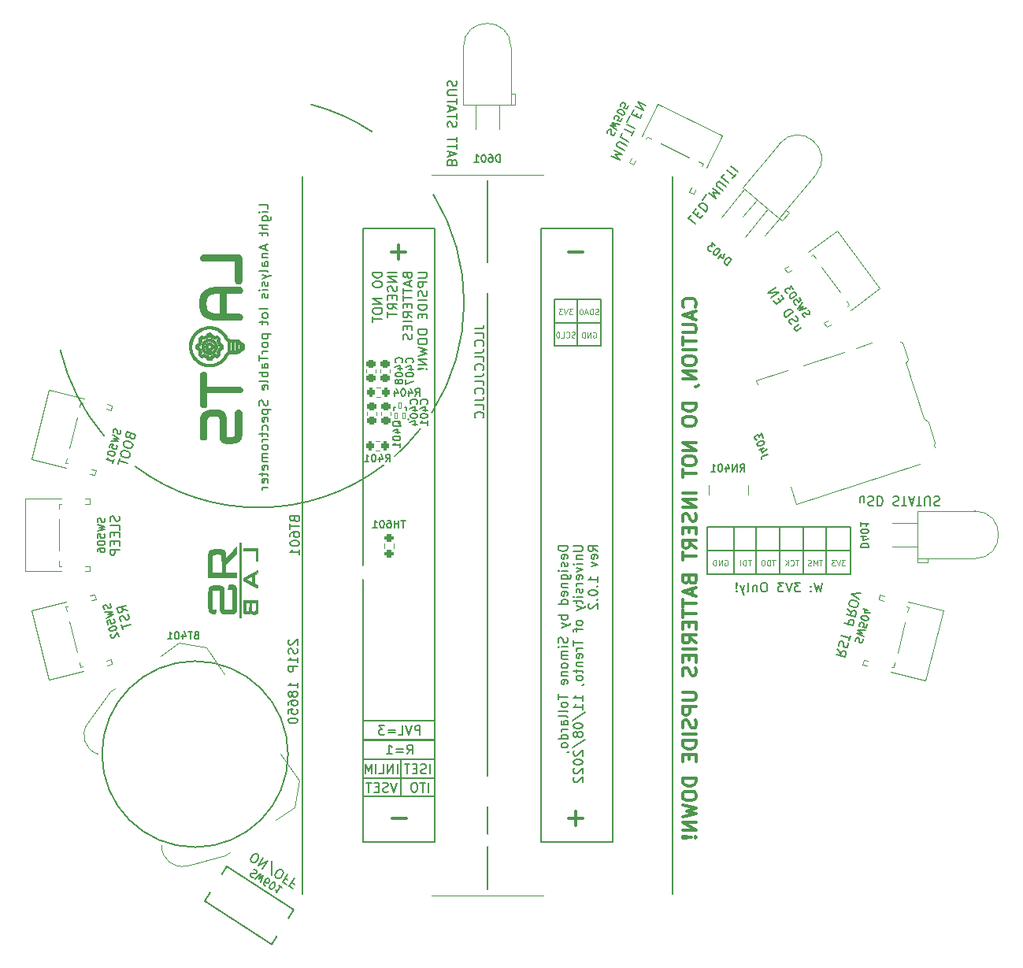
<source format=gbo>
G04 #@! TF.GenerationSoftware,KiCad,Pcbnew,6.0.7-1.fc36*
G04 #@! TF.CreationDate,2022-08-11T18:34:54+02:00*
G04 #@! TF.ProjectId,LAITS-HW,4c414954-532d-4485-972e-6b696361645f,1.0.2*
G04 #@! TF.SameCoordinates,Original*
G04 #@! TF.FileFunction,Legend,Bot*
G04 #@! TF.FilePolarity,Positive*
%FSLAX46Y46*%
G04 Gerber Fmt 4.6, Leading zero omitted, Abs format (unit mm)*
G04 Created by KiCad (PCBNEW 6.0.7-1.fc36) date 2022-08-11 18:34:54*
%MOMM*%
%LPD*%
G01*
G04 APERTURE LIST*
G04 Aperture macros list*
%AMRoundRect*
0 Rectangle with rounded corners*
0 $1 Rounding radius*
0 $2 $3 $4 $5 $6 $7 $8 $9 X,Y pos of 4 corners*
0 Add a 4 corners polygon primitive as box body*
4,1,4,$2,$3,$4,$5,$6,$7,$8,$9,$2,$3,0*
0 Add four circle primitives for the rounded corners*
1,1,$1+$1,$2,$3*
1,1,$1+$1,$4,$5*
1,1,$1+$1,$6,$7*
1,1,$1+$1,$8,$9*
0 Add four rect primitives between the rounded corners*
20,1,$1+$1,$2,$3,$4,$5,0*
20,1,$1+$1,$4,$5,$6,$7,0*
20,1,$1+$1,$6,$7,$8,$9,0*
20,1,$1+$1,$8,$9,$2,$3,0*%
%AMRotRect*
0 Rectangle, with rotation*
0 The origin of the aperture is its center*
0 $1 length*
0 $2 width*
0 $3 Rotation angle, in degrees counterclockwise*
0 Add horizontal line*
21,1,$1,$2,0,0,$3*%
G04 Aperture macros list end*
%ADD10C,0.150000*%
%ADD11C,0.020000*%
%ADD12C,0.125000*%
%ADD13C,0.300000*%
%ADD14C,0.130000*%
%ADD15C,0.152400*%
%ADD16C,0.120000*%
%ADD17C,0.127000*%
%ADD18C,0.100000*%
%ADD19R,2.000000X2.000000*%
%ADD20C,2.000000*%
%ADD21O,0.950000X0.650000*%
%ADD22C,0.650000*%
%ADD23O,0.800000X1.400000*%
%ADD24C,1.500000*%
%ADD25R,1.500000X1.050000*%
%ADD26O,1.500000X1.050000*%
%ADD27R,1.508000X1.508000*%
%ADD28C,1.508000*%
%ADD29R,1.700000X1.700000*%
%ADD30O,1.700000X1.700000*%
%ADD31C,2.250000*%
%ADD32C,1.308000*%
%ADD33RoundRect,0.450000X-0.633974X-0.055466X0.055466X-0.633974X0.633974X0.055466X-0.055466X0.633974X0*%
%ADD34C,1.800000*%
%ADD35RoundRect,0.200000X-0.200000X-0.275000X0.200000X-0.275000X0.200000X0.275000X-0.200000X0.275000X0*%
%ADD36RotRect,0.700000X1.200000X288.000000*%
%ADD37RotRect,1.000000X0.800000X288.000000*%
%ADD38RotRect,1.300000X1.900000X288.000000*%
%ADD39RotRect,1.000000X1.200000X288.000000*%
%ADD40RotRect,1.000000X2.800000X288.000000*%
%ADD41RoundRect,0.225000X-0.250000X0.225000X-0.250000X-0.225000X0.250000X-0.225000X0.250000X0.225000X0*%
%ADD42RoundRect,0.225000X0.250000X-0.225000X0.250000X0.225000X-0.250000X0.225000X-0.250000X-0.225000X0*%
%ADD43C,2.100000*%
%ADD44C,1.750000*%
%ADD45RotRect,1.270000X5.080000X125.000000*%
%ADD46C,17.800000*%
%ADD47R,0.300000X0.800000*%
%ADD48R,1.800000X1.800000*%
%ADD49RoundRect,0.200000X0.200000X0.275000X-0.200000X0.275000X-0.200000X-0.275000X0.200000X-0.275000X0*%
%ADD50RoundRect,0.028800X0.131200X-0.301200X0.131200X0.301200X-0.131200X0.301200X-0.131200X-0.301200X0*%
%ADD51RoundRect,0.046200X0.163800X-0.283800X0.163800X0.283800X-0.163800X0.283800X-0.163800X-0.283800X0*%
%ADD52RoundRect,0.200000X0.275000X-0.200000X0.275000X0.200000X-0.275000X0.200000X-0.275000X-0.200000X0*%
%ADD53C,3.450000*%
%ADD54C,3.170000*%
%ADD55C,2.390000*%
%ADD56R,6.450000X7.450000*%
G04 APERTURE END LIST*
D10*
D11*
G36*
X57796233Y-118880567D02*
G01*
X57796233Y-118732356D01*
X57995411Y-118732356D01*
X58108880Y-118792238D01*
X58359940Y-118920860D01*
X58614982Y-119050138D01*
X58740400Y-119111989D01*
X58741381Y-119110745D01*
X58742304Y-119106350D01*
X58743974Y-119088246D01*
X58746586Y-119015734D01*
X58748188Y-118896632D01*
X58748733Y-118733119D01*
X58748733Y-118351425D01*
X58371967Y-118539752D01*
X58225693Y-118613213D01*
X58105941Y-118674014D01*
X58025062Y-118715835D01*
X58003061Y-118727653D01*
X57997346Y-118730943D01*
X57995411Y-118732356D01*
X57796233Y-118732356D01*
X57796233Y-118602846D01*
X58549767Y-118209594D01*
X59085058Y-117930594D01*
X59313884Y-117812032D01*
X59315351Y-117811779D01*
X59316689Y-117812306D01*
X59317900Y-117813672D01*
X59318990Y-117815933D01*
X59319965Y-117819146D01*
X59320829Y-117823369D01*
X59322245Y-117835070D01*
X59323276Y-117851494D01*
X59323964Y-117873097D01*
X59324347Y-117900335D01*
X59324466Y-117933665D01*
X59324466Y-118059608D01*
X58951934Y-118245260D01*
X58951934Y-119219541D01*
X59138200Y-119312368D01*
X59324466Y-119405193D01*
X59324466Y-119542930D01*
X59324436Y-119561741D01*
X59324342Y-119578923D01*
X59324180Y-119594534D01*
X59323945Y-119608630D01*
X59323633Y-119621267D01*
X59323240Y-119632503D01*
X59322762Y-119642395D01*
X59322194Y-119650998D01*
X59321531Y-119658369D01*
X59320770Y-119664566D01*
X59320350Y-119667241D01*
X59319905Y-119669645D01*
X59319433Y-119671782D01*
X59318933Y-119673662D01*
X59318406Y-119675290D01*
X59317849Y-119676675D01*
X59317264Y-119677822D01*
X59316650Y-119678739D01*
X59316005Y-119679434D01*
X59315329Y-119679913D01*
X59314622Y-119680183D01*
X59313884Y-119680252D01*
X59250316Y-119648556D01*
X59085058Y-119562565D01*
X58740400Y-119380760D01*
X58549767Y-119280202D01*
X57796233Y-118880567D01*
G37*
X57796233Y-118880567D02*
X57796233Y-118732356D01*
X57995411Y-118732356D01*
X58108880Y-118792238D01*
X58359940Y-118920860D01*
X58614982Y-119050138D01*
X58740400Y-119111989D01*
X58741381Y-119110745D01*
X58742304Y-119106350D01*
X58743974Y-119088246D01*
X58746586Y-119015734D01*
X58748188Y-118896632D01*
X58748733Y-118733119D01*
X58748733Y-118351425D01*
X58371967Y-118539752D01*
X58225693Y-118613213D01*
X58105941Y-118674014D01*
X58025062Y-118715835D01*
X58003061Y-118727653D01*
X57997346Y-118730943D01*
X57995411Y-118732356D01*
X57796233Y-118732356D01*
X57796233Y-118602846D01*
X58549767Y-118209594D01*
X59085058Y-117930594D01*
X59313884Y-117812032D01*
X59315351Y-117811779D01*
X59316689Y-117812306D01*
X59317900Y-117813672D01*
X59318990Y-117815933D01*
X59319965Y-117819146D01*
X59320829Y-117823369D01*
X59322245Y-117835070D01*
X59323276Y-117851494D01*
X59323964Y-117873097D01*
X59324347Y-117900335D01*
X59324466Y-117933665D01*
X59324466Y-118059608D01*
X58951934Y-118245260D01*
X58951934Y-119219541D01*
X59138200Y-119312368D01*
X59324466Y-119405193D01*
X59324466Y-119542930D01*
X59324436Y-119561741D01*
X59324342Y-119578923D01*
X59324180Y-119594534D01*
X59323945Y-119608630D01*
X59323633Y-119621267D01*
X59323240Y-119632503D01*
X59322762Y-119642395D01*
X59322194Y-119650998D01*
X59321531Y-119658369D01*
X59320770Y-119664566D01*
X59320350Y-119667241D01*
X59319905Y-119669645D01*
X59319433Y-119671782D01*
X59318933Y-119673662D01*
X59318406Y-119675290D01*
X59317849Y-119676675D01*
X59317264Y-119677822D01*
X59316650Y-119678739D01*
X59316005Y-119679434D01*
X59315329Y-119679913D01*
X59314622Y-119680183D01*
X59313884Y-119680252D01*
X59250316Y-119648556D01*
X59085058Y-119562565D01*
X58740400Y-119380760D01*
X58549767Y-119280202D01*
X57796233Y-118880567D01*
D10*
X74750000Y-138130000D02*
X74750000Y-142090000D01*
G36*
X54068898Y-94551366D02*
G01*
X54028603Y-94546230D01*
X53988948Y-94539129D01*
X53949982Y-94530114D01*
X53911757Y-94519234D01*
X53874324Y-94506542D01*
X53837733Y-94492089D01*
X53802037Y-94475925D01*
X53767285Y-94458102D01*
X53733529Y-94438670D01*
X53700820Y-94417681D01*
X53669210Y-94395185D01*
X53638748Y-94371234D01*
X53609487Y-94345879D01*
X53581476Y-94319171D01*
X53554768Y-94291161D01*
X53529413Y-94261899D01*
X53505462Y-94231437D01*
X53482967Y-94199827D01*
X53461977Y-94167118D01*
X53442546Y-94133362D01*
X53424722Y-94098610D01*
X53408559Y-94062914D01*
X53394105Y-94026323D01*
X53381413Y-93988890D01*
X53370534Y-93950665D01*
X53361518Y-93911699D01*
X53354417Y-93872043D01*
X53349282Y-93831749D01*
X53346163Y-93790867D01*
X53345112Y-93749449D01*
X53535526Y-93749449D01*
X53536329Y-93781084D01*
X53538711Y-93812308D01*
X53542633Y-93843084D01*
X53548057Y-93873372D01*
X53554943Y-93903134D01*
X53563252Y-93932329D01*
X53572946Y-93960920D01*
X53583985Y-93988867D01*
X53596331Y-94016132D01*
X53609944Y-94042674D01*
X53624785Y-94068456D01*
X53640816Y-94093439D01*
X53657998Y-94117582D01*
X53676291Y-94140848D01*
X53695657Y-94163198D01*
X53716056Y-94184592D01*
X53737450Y-94204991D01*
X53759799Y-94224356D01*
X53783065Y-94242650D01*
X53807209Y-94259831D01*
X53832191Y-94275862D01*
X53857973Y-94290704D01*
X53884516Y-94304317D01*
X53911780Y-94316663D01*
X53939727Y-94327702D01*
X53968318Y-94337396D01*
X53997513Y-94345705D01*
X54027275Y-94352591D01*
X54057563Y-94358015D01*
X54088339Y-94361937D01*
X54119563Y-94364319D01*
X54151198Y-94365122D01*
X54182832Y-94364319D01*
X54214057Y-94361937D01*
X54244833Y-94358015D01*
X54275121Y-94352591D01*
X54304882Y-94345705D01*
X54334078Y-94337396D01*
X54362669Y-94327702D01*
X54390616Y-94316663D01*
X54417880Y-94304317D01*
X54444423Y-94290704D01*
X54470205Y-94275862D01*
X54495187Y-94259831D01*
X54519330Y-94242650D01*
X54542596Y-94224356D01*
X54564946Y-94204991D01*
X54586340Y-94184592D01*
X54606739Y-94163198D01*
X54626104Y-94140848D01*
X54644397Y-94117582D01*
X54661579Y-94093439D01*
X54677610Y-94068456D01*
X54692452Y-94042674D01*
X54706065Y-94016132D01*
X54718410Y-93988867D01*
X54729450Y-93960920D01*
X54739143Y-93932329D01*
X54747453Y-93903134D01*
X54754339Y-93873372D01*
X54759762Y-93843084D01*
X54763685Y-93812308D01*
X54766067Y-93781084D01*
X54766869Y-93749449D01*
X54766067Y-93717814D01*
X54763685Y-93686590D01*
X54759762Y-93655814D01*
X54754339Y-93625526D01*
X54747453Y-93595765D01*
X54739143Y-93566569D01*
X54729450Y-93537978D01*
X54718410Y-93510031D01*
X54706065Y-93482767D01*
X54692452Y-93456224D01*
X54677610Y-93430442D01*
X54661579Y-93405460D01*
X54644397Y-93381317D01*
X54626104Y-93358051D01*
X54606739Y-93335701D01*
X54586340Y-93314307D01*
X54564946Y-93293908D01*
X54542596Y-93274543D01*
X54519330Y-93256249D01*
X54495187Y-93239068D01*
X54470205Y-93223037D01*
X54444423Y-93208195D01*
X54417880Y-93194582D01*
X54390616Y-93182236D01*
X54362669Y-93171197D01*
X54334078Y-93161503D01*
X54304882Y-93153194D01*
X54275121Y-93146308D01*
X54244833Y-93140884D01*
X54214057Y-93136962D01*
X54182832Y-93134580D01*
X54151198Y-93133777D01*
X54119563Y-93134580D01*
X54088339Y-93136962D01*
X54057563Y-93140884D01*
X54027275Y-93146308D01*
X53997513Y-93153194D01*
X53968318Y-93161503D01*
X53939727Y-93171197D01*
X53911780Y-93182236D01*
X53884516Y-93194582D01*
X53857973Y-93208195D01*
X53832191Y-93223037D01*
X53807209Y-93239068D01*
X53783065Y-93256249D01*
X53759799Y-93274543D01*
X53737450Y-93293908D01*
X53716056Y-93314307D01*
X53695657Y-93335701D01*
X53676291Y-93358051D01*
X53657998Y-93381317D01*
X53640816Y-93405460D01*
X53624785Y-93430442D01*
X53609944Y-93456224D01*
X53596331Y-93482767D01*
X53583985Y-93510031D01*
X53572946Y-93537978D01*
X53563252Y-93566569D01*
X53554943Y-93595765D01*
X53548057Y-93625526D01*
X53542633Y-93655814D01*
X53538711Y-93686590D01*
X53536329Y-93717814D01*
X53535526Y-93749449D01*
X53345112Y-93749449D01*
X53346163Y-93708031D01*
X53349282Y-93667149D01*
X53354417Y-93626854D01*
X53361518Y-93587199D01*
X53370534Y-93548233D01*
X53381413Y-93510008D01*
X53394105Y-93472575D01*
X53408559Y-93435984D01*
X53424722Y-93400288D01*
X53442546Y-93365536D01*
X53461978Y-93331780D01*
X53482967Y-93299072D01*
X53505462Y-93267461D01*
X53529413Y-93236999D01*
X53554768Y-93207738D01*
X53581476Y-93179727D01*
X53609487Y-93153019D01*
X53638748Y-93127664D01*
X53669210Y-93103713D01*
X53700821Y-93081218D01*
X53733529Y-93060229D01*
X53767285Y-93040797D01*
X53802037Y-93022974D01*
X53837733Y-93006810D01*
X53874324Y-92992357D01*
X53911757Y-92979665D01*
X53949982Y-92968785D01*
X53988948Y-92959770D01*
X54028603Y-92952669D01*
X54068898Y-92947533D01*
X54109779Y-92944415D01*
X54151198Y-92943364D01*
X54192616Y-92944415D01*
X54233498Y-92947533D01*
X54273792Y-92952669D01*
X54313448Y-92959770D01*
X54352414Y-92968785D01*
X54390639Y-92979665D01*
X54428072Y-92992357D01*
X54464662Y-93006810D01*
X54500359Y-93022974D01*
X54535111Y-93040797D01*
X54568866Y-93060229D01*
X54601575Y-93081218D01*
X54633186Y-93103713D01*
X54663647Y-93127664D01*
X54692909Y-93153019D01*
X54720919Y-93179727D01*
X54747628Y-93207738D01*
X54772983Y-93236999D01*
X54796933Y-93267461D01*
X54819429Y-93299072D01*
X54840418Y-93331780D01*
X54859850Y-93365536D01*
X54877673Y-93400288D01*
X54893837Y-93435984D01*
X54908290Y-93472575D01*
X54920982Y-93510008D01*
X54931862Y-93548233D01*
X54940877Y-93587199D01*
X54947978Y-93626854D01*
X54953114Y-93667149D01*
X54956232Y-93708031D01*
X54957283Y-93749449D01*
X54956232Y-93790867D01*
X54953114Y-93831749D01*
X54947978Y-93872043D01*
X54940877Y-93911699D01*
X54931862Y-93950665D01*
X54920982Y-93988890D01*
X54908290Y-94026323D01*
X54893837Y-94062914D01*
X54877673Y-94098610D01*
X54859850Y-94133362D01*
X54840418Y-94167118D01*
X54819429Y-94199827D01*
X54796933Y-94231437D01*
X54772983Y-94261899D01*
X54747628Y-94291161D01*
X54720919Y-94319171D01*
X54692909Y-94345879D01*
X54663647Y-94371234D01*
X54633186Y-94395185D01*
X54601575Y-94417681D01*
X54568866Y-94438670D01*
X54535111Y-94458102D01*
X54500359Y-94475925D01*
X54464662Y-94492089D01*
X54428072Y-94506542D01*
X54390639Y-94519234D01*
X54352414Y-94530114D01*
X54313448Y-94539129D01*
X54273792Y-94546230D01*
X54233498Y-94551366D01*
X54192616Y-94554484D01*
X54151198Y-94555535D01*
X54109779Y-94554484D01*
X54068898Y-94551366D01*
G37*
X54068898Y-94551366D02*
X54028603Y-94546230D01*
X53988948Y-94539129D01*
X53949982Y-94530114D01*
X53911757Y-94519234D01*
X53874324Y-94506542D01*
X53837733Y-94492089D01*
X53802037Y-94475925D01*
X53767285Y-94458102D01*
X53733529Y-94438670D01*
X53700820Y-94417681D01*
X53669210Y-94395185D01*
X53638748Y-94371234D01*
X53609487Y-94345879D01*
X53581476Y-94319171D01*
X53554768Y-94291161D01*
X53529413Y-94261899D01*
X53505462Y-94231437D01*
X53482967Y-94199827D01*
X53461977Y-94167118D01*
X53442546Y-94133362D01*
X53424722Y-94098610D01*
X53408559Y-94062914D01*
X53394105Y-94026323D01*
X53381413Y-93988890D01*
X53370534Y-93950665D01*
X53361518Y-93911699D01*
X53354417Y-93872043D01*
X53349282Y-93831749D01*
X53346163Y-93790867D01*
X53345112Y-93749449D01*
X53535526Y-93749449D01*
X53536329Y-93781084D01*
X53538711Y-93812308D01*
X53542633Y-93843084D01*
X53548057Y-93873372D01*
X53554943Y-93903134D01*
X53563252Y-93932329D01*
X53572946Y-93960920D01*
X53583985Y-93988867D01*
X53596331Y-94016132D01*
X53609944Y-94042674D01*
X53624785Y-94068456D01*
X53640816Y-94093439D01*
X53657998Y-94117582D01*
X53676291Y-94140848D01*
X53695657Y-94163198D01*
X53716056Y-94184592D01*
X53737450Y-94204991D01*
X53759799Y-94224356D01*
X53783065Y-94242650D01*
X53807209Y-94259831D01*
X53832191Y-94275862D01*
X53857973Y-94290704D01*
X53884516Y-94304317D01*
X53911780Y-94316663D01*
X53939727Y-94327702D01*
X53968318Y-94337396D01*
X53997513Y-94345705D01*
X54027275Y-94352591D01*
X54057563Y-94358015D01*
X54088339Y-94361937D01*
X54119563Y-94364319D01*
X54151198Y-94365122D01*
X54182832Y-94364319D01*
X54214057Y-94361937D01*
X54244833Y-94358015D01*
X54275121Y-94352591D01*
X54304882Y-94345705D01*
X54334078Y-94337396D01*
X54362669Y-94327702D01*
X54390616Y-94316663D01*
X54417880Y-94304317D01*
X54444423Y-94290704D01*
X54470205Y-94275862D01*
X54495187Y-94259831D01*
X54519330Y-94242650D01*
X54542596Y-94224356D01*
X54564946Y-94204991D01*
X54586340Y-94184592D01*
X54606739Y-94163198D01*
X54626104Y-94140848D01*
X54644397Y-94117582D01*
X54661579Y-94093439D01*
X54677610Y-94068456D01*
X54692452Y-94042674D01*
X54706065Y-94016132D01*
X54718410Y-93988867D01*
X54729450Y-93960920D01*
X54739143Y-93932329D01*
X54747453Y-93903134D01*
X54754339Y-93873372D01*
X54759762Y-93843084D01*
X54763685Y-93812308D01*
X54766067Y-93781084D01*
X54766869Y-93749449D01*
X54766067Y-93717814D01*
X54763685Y-93686590D01*
X54759762Y-93655814D01*
X54754339Y-93625526D01*
X54747453Y-93595765D01*
X54739143Y-93566569D01*
X54729450Y-93537978D01*
X54718410Y-93510031D01*
X54706065Y-93482767D01*
X54692452Y-93456224D01*
X54677610Y-93430442D01*
X54661579Y-93405460D01*
X54644397Y-93381317D01*
X54626104Y-93358051D01*
X54606739Y-93335701D01*
X54586340Y-93314307D01*
X54564946Y-93293908D01*
X54542596Y-93274543D01*
X54519330Y-93256249D01*
X54495187Y-93239068D01*
X54470205Y-93223037D01*
X54444423Y-93208195D01*
X54417880Y-93194582D01*
X54390616Y-93182236D01*
X54362669Y-93171197D01*
X54334078Y-93161503D01*
X54304882Y-93153194D01*
X54275121Y-93146308D01*
X54244833Y-93140884D01*
X54214057Y-93136962D01*
X54182832Y-93134580D01*
X54151198Y-93133777D01*
X54119563Y-93134580D01*
X54088339Y-93136962D01*
X54057563Y-93140884D01*
X54027275Y-93146308D01*
X53997513Y-93153194D01*
X53968318Y-93161503D01*
X53939727Y-93171197D01*
X53911780Y-93182236D01*
X53884516Y-93194582D01*
X53857973Y-93208195D01*
X53832191Y-93223037D01*
X53807209Y-93239068D01*
X53783065Y-93256249D01*
X53759799Y-93274543D01*
X53737450Y-93293908D01*
X53716056Y-93314307D01*
X53695657Y-93335701D01*
X53676291Y-93358051D01*
X53657998Y-93381317D01*
X53640816Y-93405460D01*
X53624785Y-93430442D01*
X53609944Y-93456224D01*
X53596331Y-93482767D01*
X53583985Y-93510031D01*
X53572946Y-93537978D01*
X53563252Y-93566569D01*
X53554943Y-93595765D01*
X53548057Y-93625526D01*
X53542633Y-93655814D01*
X53538711Y-93686590D01*
X53536329Y-93717814D01*
X53535526Y-93749449D01*
X53345112Y-93749449D01*
X53346163Y-93708031D01*
X53349282Y-93667149D01*
X53354417Y-93626854D01*
X53361518Y-93587199D01*
X53370534Y-93548233D01*
X53381413Y-93510008D01*
X53394105Y-93472575D01*
X53408559Y-93435984D01*
X53424722Y-93400288D01*
X53442546Y-93365536D01*
X53461978Y-93331780D01*
X53482967Y-93299072D01*
X53505462Y-93267461D01*
X53529413Y-93236999D01*
X53554768Y-93207738D01*
X53581476Y-93179727D01*
X53609487Y-93153019D01*
X53638748Y-93127664D01*
X53669210Y-93103713D01*
X53700821Y-93081218D01*
X53733529Y-93060229D01*
X53767285Y-93040797D01*
X53802037Y-93022974D01*
X53837733Y-93006810D01*
X53874324Y-92992357D01*
X53911757Y-92979665D01*
X53949982Y-92968785D01*
X53988948Y-92959770D01*
X54028603Y-92952669D01*
X54068898Y-92947533D01*
X54109779Y-92944415D01*
X54151198Y-92943364D01*
X54192616Y-92944415D01*
X54233498Y-92947533D01*
X54273792Y-92952669D01*
X54313448Y-92959770D01*
X54352414Y-92968785D01*
X54390639Y-92979665D01*
X54428072Y-92992357D01*
X54464662Y-93006810D01*
X54500359Y-93022974D01*
X54535111Y-93040797D01*
X54568866Y-93060229D01*
X54601575Y-93081218D01*
X54633186Y-93103713D01*
X54663647Y-93127664D01*
X54692909Y-93153019D01*
X54720919Y-93179727D01*
X54747628Y-93207738D01*
X54772983Y-93236999D01*
X54796933Y-93267461D01*
X54819429Y-93299072D01*
X54840418Y-93331780D01*
X54859850Y-93365536D01*
X54877673Y-93400288D01*
X54893837Y-93435984D01*
X54908290Y-93472575D01*
X54920982Y-93510008D01*
X54931862Y-93548233D01*
X54940877Y-93587199D01*
X54947978Y-93626854D01*
X54953114Y-93667149D01*
X54956232Y-93708031D01*
X54957283Y-93749449D01*
X54956232Y-93790867D01*
X54953114Y-93831749D01*
X54947978Y-93872043D01*
X54940877Y-93911699D01*
X54931862Y-93950665D01*
X54920982Y-93988890D01*
X54908290Y-94026323D01*
X54893837Y-94062914D01*
X54877673Y-94098610D01*
X54859850Y-94133362D01*
X54840418Y-94167118D01*
X54819429Y-94199827D01*
X54796933Y-94231437D01*
X54772983Y-94261899D01*
X54747628Y-94291161D01*
X54720919Y-94319171D01*
X54692909Y-94345879D01*
X54663647Y-94371234D01*
X54633186Y-94395185D01*
X54601575Y-94417681D01*
X54568866Y-94438670D01*
X54535111Y-94458102D01*
X54500359Y-94475925D01*
X54464662Y-94492089D01*
X54428072Y-94506542D01*
X54390639Y-94519234D01*
X54352414Y-94530114D01*
X54313448Y-94539129D01*
X54273792Y-94546230D01*
X54233498Y-94551366D01*
X54192616Y-94554484D01*
X54151198Y-94555535D01*
X54109779Y-94554484D01*
X54068898Y-94551366D01*
X107680000Y-115680000D02*
X123060000Y-115680000D01*
X123060000Y-115680000D02*
X123060000Y-118220000D01*
X123060000Y-118220000D02*
X107680000Y-118220000D01*
X107680000Y-118220000D02*
X107680000Y-115680000D01*
G36*
X54960447Y-90855521D02*
G01*
X54850588Y-90849305D01*
X54740376Y-90840561D01*
X54630185Y-90828871D01*
X54520388Y-90813817D01*
X54411358Y-90794980D01*
X54303469Y-90771943D01*
X54197094Y-90744286D01*
X54092605Y-90711592D01*
X53990377Y-90673443D01*
X53890781Y-90629420D01*
X53794192Y-90579104D01*
X53700982Y-90522079D01*
X53651985Y-90487613D01*
X53605885Y-90451771D01*
X53562593Y-90414632D01*
X53522022Y-90376272D01*
X53484082Y-90336772D01*
X53448687Y-90296208D01*
X53415749Y-90254661D01*
X53385179Y-90212208D01*
X53356890Y-90168927D01*
X53330793Y-90124897D01*
X53306801Y-90080197D01*
X53284827Y-90034904D01*
X53246576Y-89942857D01*
X53215338Y-89849381D01*
X53190409Y-89755106D01*
X53171086Y-89660658D01*
X53156666Y-89566664D01*
X53146444Y-89473753D01*
X53139719Y-89382551D01*
X53135786Y-89293685D01*
X53133483Y-89125474D01*
X53751903Y-89125474D01*
X53754575Y-89282823D01*
X53758235Y-89357237D01*
X53763728Y-89428751D01*
X53771267Y-89497320D01*
X53781065Y-89562896D01*
X53793336Y-89625436D01*
X53808293Y-89684894D01*
X53826148Y-89741223D01*
X53847115Y-89794380D01*
X53871408Y-89844317D01*
X53899238Y-89890991D01*
X53930819Y-89934354D01*
X53966364Y-89974363D01*
X54006087Y-90010971D01*
X54050200Y-90044132D01*
X54101906Y-90075286D01*
X54158598Y-90103658D01*
X54219979Y-90129374D01*
X54285751Y-90152563D01*
X54355615Y-90173352D01*
X54429272Y-90191867D01*
X54506425Y-90208237D01*
X54586775Y-90222588D01*
X54670024Y-90235047D01*
X54755873Y-90245743D01*
X54844024Y-90254803D01*
X54934178Y-90262352D01*
X55119305Y-90273433D01*
X55308867Y-90280004D01*
X55308867Y-87970944D01*
X55119305Y-87977515D01*
X54934176Y-87988595D01*
X54755868Y-88005205D01*
X54670018Y-88015901D01*
X54586768Y-88028360D01*
X54506417Y-88042711D01*
X54429264Y-88059081D01*
X54355607Y-88077596D01*
X54285743Y-88098385D01*
X54219973Y-88121574D01*
X54158593Y-88147290D01*
X54101903Y-88175662D01*
X54050200Y-88206816D01*
X54027582Y-88222963D01*
X54006087Y-88239977D01*
X53985690Y-88257853D01*
X53966364Y-88276585D01*
X53948083Y-88296167D01*
X53930819Y-88316593D01*
X53914546Y-88337859D01*
X53899238Y-88359957D01*
X53884867Y-88382883D01*
X53871408Y-88406630D01*
X53858833Y-88431194D01*
X53847115Y-88456568D01*
X53836230Y-88482747D01*
X53826148Y-88509724D01*
X53808293Y-88566054D01*
X53793336Y-88625512D01*
X53781065Y-88688052D01*
X53771267Y-88753628D01*
X53763728Y-88822196D01*
X53758235Y-88893711D01*
X53754575Y-88968125D01*
X53752536Y-89045395D01*
X53751903Y-89125474D01*
X53133483Y-89125474D01*
X53135786Y-88957263D01*
X53139719Y-88868397D01*
X53146444Y-88777195D01*
X53156666Y-88684284D01*
X53171086Y-88590290D01*
X53190409Y-88495842D01*
X53215338Y-88401566D01*
X53246576Y-88308091D01*
X53284827Y-88216044D01*
X53330793Y-88126051D01*
X53356890Y-88082021D01*
X53385179Y-88038740D01*
X53415749Y-87996287D01*
X53448687Y-87954739D01*
X53484082Y-87914176D01*
X53522022Y-87874676D01*
X53562593Y-87836316D01*
X53605885Y-87799176D01*
X53651985Y-87763335D01*
X53700982Y-87728869D01*
X53794192Y-87671844D01*
X53890781Y-87621528D01*
X53990377Y-87577505D01*
X54092605Y-87539356D01*
X54197094Y-87506662D01*
X54303469Y-87479005D01*
X54411358Y-87455968D01*
X54520388Y-87437131D01*
X54630185Y-87422077D01*
X54740376Y-87410387D01*
X54850588Y-87401643D01*
X54960447Y-87395426D01*
X55177618Y-87388904D01*
X55388903Y-87387473D01*
X57353295Y-87387473D01*
X57368894Y-87387852D01*
X57384303Y-87388977D01*
X57399502Y-87390829D01*
X57414470Y-87393390D01*
X57429188Y-87396642D01*
X57443635Y-87400567D01*
X57457792Y-87405146D01*
X57471639Y-87410362D01*
X57485155Y-87416196D01*
X57498321Y-87422631D01*
X57511116Y-87429647D01*
X57523522Y-87437227D01*
X57535516Y-87445353D01*
X57547081Y-87454006D01*
X57558195Y-87463168D01*
X57568839Y-87472821D01*
X57578993Y-87482947D01*
X57588637Y-87493528D01*
X57597750Y-87504545D01*
X57606313Y-87515980D01*
X57614306Y-87527816D01*
X57621709Y-87540033D01*
X57628501Y-87552614D01*
X57634664Y-87565541D01*
X57640176Y-87578795D01*
X57645018Y-87592358D01*
X57649170Y-87606212D01*
X57652612Y-87620339D01*
X57655324Y-87634720D01*
X57657286Y-87649338D01*
X57658478Y-87664175D01*
X57658879Y-87679209D01*
X57658478Y-87694242D01*
X57657286Y-87709078D01*
X57655324Y-87723696D01*
X57652612Y-87738077D01*
X57649170Y-87752204D01*
X57645018Y-87766057D01*
X57640176Y-87779620D01*
X57634664Y-87792874D01*
X57628501Y-87805801D01*
X57621709Y-87818382D01*
X57614306Y-87830599D01*
X57606313Y-87842435D01*
X57597750Y-87853870D01*
X57588637Y-87864887D01*
X57578993Y-87875468D01*
X57568839Y-87885594D01*
X57558195Y-87895247D01*
X57547081Y-87904410D01*
X57535516Y-87913063D01*
X57523522Y-87921189D01*
X57511116Y-87928769D01*
X57498321Y-87935785D01*
X57485155Y-87942220D01*
X57471639Y-87948054D01*
X57457792Y-87953271D01*
X57443635Y-87957850D01*
X57429188Y-87961775D01*
X57414470Y-87965027D01*
X57399502Y-87967588D01*
X57384303Y-87969440D01*
X57368894Y-87970565D01*
X57353295Y-87970944D01*
X55920000Y-87970944D01*
X55920000Y-90280000D01*
X57353295Y-90280000D01*
X57368894Y-90280379D01*
X57384303Y-90281503D01*
X57399502Y-90283355D01*
X57414470Y-90285916D01*
X57429188Y-90289168D01*
X57443635Y-90293093D01*
X57457792Y-90297672D01*
X57471639Y-90302888D01*
X57485155Y-90308723D01*
X57498321Y-90315157D01*
X57511116Y-90322173D01*
X57523522Y-90329753D01*
X57535516Y-90337879D01*
X57547081Y-90346532D01*
X57558195Y-90355694D01*
X57568839Y-90365347D01*
X57578993Y-90375473D01*
X57588637Y-90386054D01*
X57597750Y-90397071D01*
X57606313Y-90408507D01*
X57614306Y-90420342D01*
X57621709Y-90432559D01*
X57628501Y-90445140D01*
X57634664Y-90458067D01*
X57640176Y-90471321D01*
X57645018Y-90484884D01*
X57649170Y-90498738D01*
X57652612Y-90512865D01*
X57655324Y-90527247D01*
X57657286Y-90541865D01*
X57658478Y-90556701D01*
X57658879Y-90571737D01*
X57658478Y-90586773D01*
X57657286Y-90601609D01*
X57655324Y-90616226D01*
X57652612Y-90630608D01*
X57649170Y-90644734D01*
X57645018Y-90658588D01*
X57640176Y-90672151D01*
X57634664Y-90685405D01*
X57628501Y-90698332D01*
X57621709Y-90710913D01*
X57614306Y-90723130D01*
X57606313Y-90734966D01*
X57597750Y-90746401D01*
X57588637Y-90757418D01*
X57578993Y-90767999D01*
X57568839Y-90778125D01*
X57558195Y-90787778D01*
X57547081Y-90796941D01*
X57535516Y-90805594D01*
X57523522Y-90813719D01*
X57511116Y-90821300D01*
X57498321Y-90828316D01*
X57485155Y-90834751D01*
X57471639Y-90840585D01*
X57457792Y-90845801D01*
X57443635Y-90850381D01*
X57429188Y-90854306D01*
X57414470Y-90857558D01*
X57399502Y-90860119D01*
X57384303Y-90861971D01*
X57368894Y-90863096D01*
X57353295Y-90863474D01*
X55388903Y-90863474D01*
X55308867Y-90862933D01*
X55177618Y-90862044D01*
X54960447Y-90855521D01*
G37*
X54960447Y-90855521D02*
X54850588Y-90849305D01*
X54740376Y-90840561D01*
X54630185Y-90828871D01*
X54520388Y-90813817D01*
X54411358Y-90794980D01*
X54303469Y-90771943D01*
X54197094Y-90744286D01*
X54092605Y-90711592D01*
X53990377Y-90673443D01*
X53890781Y-90629420D01*
X53794192Y-90579104D01*
X53700982Y-90522079D01*
X53651985Y-90487613D01*
X53605885Y-90451771D01*
X53562593Y-90414632D01*
X53522022Y-90376272D01*
X53484082Y-90336772D01*
X53448687Y-90296208D01*
X53415749Y-90254661D01*
X53385179Y-90212208D01*
X53356890Y-90168927D01*
X53330793Y-90124897D01*
X53306801Y-90080197D01*
X53284827Y-90034904D01*
X53246576Y-89942857D01*
X53215338Y-89849381D01*
X53190409Y-89755106D01*
X53171086Y-89660658D01*
X53156666Y-89566664D01*
X53146444Y-89473753D01*
X53139719Y-89382551D01*
X53135786Y-89293685D01*
X53133483Y-89125474D01*
X53751903Y-89125474D01*
X53754575Y-89282823D01*
X53758235Y-89357237D01*
X53763728Y-89428751D01*
X53771267Y-89497320D01*
X53781065Y-89562896D01*
X53793336Y-89625436D01*
X53808293Y-89684894D01*
X53826148Y-89741223D01*
X53847115Y-89794380D01*
X53871408Y-89844317D01*
X53899238Y-89890991D01*
X53930819Y-89934354D01*
X53966364Y-89974363D01*
X54006087Y-90010971D01*
X54050200Y-90044132D01*
X54101906Y-90075286D01*
X54158598Y-90103658D01*
X54219979Y-90129374D01*
X54285751Y-90152563D01*
X54355615Y-90173352D01*
X54429272Y-90191867D01*
X54506425Y-90208237D01*
X54586775Y-90222588D01*
X54670024Y-90235047D01*
X54755873Y-90245743D01*
X54844024Y-90254803D01*
X54934178Y-90262352D01*
X55119305Y-90273433D01*
X55308867Y-90280004D01*
X55308867Y-87970944D01*
X55119305Y-87977515D01*
X54934176Y-87988595D01*
X54755868Y-88005205D01*
X54670018Y-88015901D01*
X54586768Y-88028360D01*
X54506417Y-88042711D01*
X54429264Y-88059081D01*
X54355607Y-88077596D01*
X54285743Y-88098385D01*
X54219973Y-88121574D01*
X54158593Y-88147290D01*
X54101903Y-88175662D01*
X54050200Y-88206816D01*
X54027582Y-88222963D01*
X54006087Y-88239977D01*
X53985690Y-88257853D01*
X53966364Y-88276585D01*
X53948083Y-88296167D01*
X53930819Y-88316593D01*
X53914546Y-88337859D01*
X53899238Y-88359957D01*
X53884867Y-88382883D01*
X53871408Y-88406630D01*
X53858833Y-88431194D01*
X53847115Y-88456568D01*
X53836230Y-88482747D01*
X53826148Y-88509724D01*
X53808293Y-88566054D01*
X53793336Y-88625512D01*
X53781065Y-88688052D01*
X53771267Y-88753628D01*
X53763728Y-88822196D01*
X53758235Y-88893711D01*
X53754575Y-88968125D01*
X53752536Y-89045395D01*
X53751903Y-89125474D01*
X53133483Y-89125474D01*
X53135786Y-88957263D01*
X53139719Y-88868397D01*
X53146444Y-88777195D01*
X53156666Y-88684284D01*
X53171086Y-88590290D01*
X53190409Y-88495842D01*
X53215338Y-88401566D01*
X53246576Y-88308091D01*
X53284827Y-88216044D01*
X53330793Y-88126051D01*
X53356890Y-88082021D01*
X53385179Y-88038740D01*
X53415749Y-87996287D01*
X53448687Y-87954739D01*
X53484082Y-87914176D01*
X53522022Y-87874676D01*
X53562593Y-87836316D01*
X53605885Y-87799176D01*
X53651985Y-87763335D01*
X53700982Y-87728869D01*
X53794192Y-87671844D01*
X53890781Y-87621528D01*
X53990377Y-87577505D01*
X54092605Y-87539356D01*
X54197094Y-87506662D01*
X54303469Y-87479005D01*
X54411358Y-87455968D01*
X54520388Y-87437131D01*
X54630185Y-87422077D01*
X54740376Y-87410387D01*
X54850588Y-87401643D01*
X54960447Y-87395426D01*
X55177618Y-87388904D01*
X55388903Y-87387473D01*
X57353295Y-87387473D01*
X57368894Y-87387852D01*
X57384303Y-87388977D01*
X57399502Y-87390829D01*
X57414470Y-87393390D01*
X57429188Y-87396642D01*
X57443635Y-87400567D01*
X57457792Y-87405146D01*
X57471639Y-87410362D01*
X57485155Y-87416196D01*
X57498321Y-87422631D01*
X57511116Y-87429647D01*
X57523522Y-87437227D01*
X57535516Y-87445353D01*
X57547081Y-87454006D01*
X57558195Y-87463168D01*
X57568839Y-87472821D01*
X57578993Y-87482947D01*
X57588637Y-87493528D01*
X57597750Y-87504545D01*
X57606313Y-87515980D01*
X57614306Y-87527816D01*
X57621709Y-87540033D01*
X57628501Y-87552614D01*
X57634664Y-87565541D01*
X57640176Y-87578795D01*
X57645018Y-87592358D01*
X57649170Y-87606212D01*
X57652612Y-87620339D01*
X57655324Y-87634720D01*
X57657286Y-87649338D01*
X57658478Y-87664175D01*
X57658879Y-87679209D01*
X57658478Y-87694242D01*
X57657286Y-87709078D01*
X57655324Y-87723696D01*
X57652612Y-87738077D01*
X57649170Y-87752204D01*
X57645018Y-87766057D01*
X57640176Y-87779620D01*
X57634664Y-87792874D01*
X57628501Y-87805801D01*
X57621709Y-87818382D01*
X57614306Y-87830599D01*
X57606313Y-87842435D01*
X57597750Y-87853870D01*
X57588637Y-87864887D01*
X57578993Y-87875468D01*
X57568839Y-87885594D01*
X57558195Y-87895247D01*
X57547081Y-87904410D01*
X57535516Y-87913063D01*
X57523522Y-87921189D01*
X57511116Y-87928769D01*
X57498321Y-87935785D01*
X57485155Y-87942220D01*
X57471639Y-87948054D01*
X57457792Y-87953271D01*
X57443635Y-87957850D01*
X57429188Y-87961775D01*
X57414470Y-87965027D01*
X57399502Y-87967588D01*
X57384303Y-87969440D01*
X57368894Y-87970565D01*
X57353295Y-87970944D01*
X55920000Y-87970944D01*
X55920000Y-90280000D01*
X57353295Y-90280000D01*
X57368894Y-90280379D01*
X57384303Y-90281503D01*
X57399502Y-90283355D01*
X57414470Y-90285916D01*
X57429188Y-90289168D01*
X57443635Y-90293093D01*
X57457792Y-90297672D01*
X57471639Y-90302888D01*
X57485155Y-90308723D01*
X57498321Y-90315157D01*
X57511116Y-90322173D01*
X57523522Y-90329753D01*
X57535516Y-90337879D01*
X57547081Y-90346532D01*
X57558195Y-90355694D01*
X57568839Y-90365347D01*
X57578993Y-90375473D01*
X57588637Y-90386054D01*
X57597750Y-90397071D01*
X57606313Y-90408507D01*
X57614306Y-90420342D01*
X57621709Y-90432559D01*
X57628501Y-90445140D01*
X57634664Y-90458067D01*
X57640176Y-90471321D01*
X57645018Y-90484884D01*
X57649170Y-90498738D01*
X57652612Y-90512865D01*
X57655324Y-90527247D01*
X57657286Y-90541865D01*
X57658478Y-90556701D01*
X57658879Y-90571737D01*
X57658478Y-90586773D01*
X57657286Y-90601609D01*
X57655324Y-90616226D01*
X57652612Y-90630608D01*
X57649170Y-90644734D01*
X57645018Y-90658588D01*
X57640176Y-90672151D01*
X57634664Y-90685405D01*
X57628501Y-90698332D01*
X57621709Y-90710913D01*
X57614306Y-90723130D01*
X57606313Y-90734966D01*
X57597750Y-90746401D01*
X57588637Y-90757418D01*
X57578993Y-90767999D01*
X57568839Y-90778125D01*
X57558195Y-90787778D01*
X57547081Y-90796941D01*
X57535516Y-90805594D01*
X57523522Y-90813719D01*
X57511116Y-90821300D01*
X57498321Y-90828316D01*
X57485155Y-90834751D01*
X57471639Y-90840585D01*
X57457792Y-90845801D01*
X57443635Y-90850381D01*
X57429188Y-90854306D01*
X57414470Y-90857558D01*
X57399502Y-90860119D01*
X57384303Y-90861971D01*
X57368894Y-90863096D01*
X57353295Y-90863474D01*
X55388903Y-90863474D01*
X55308867Y-90862933D01*
X55177618Y-90862044D01*
X54960447Y-90855521D01*
X71624363Y-70634572D02*
G75*
G03*
X65070000Y-67710000I-12110163J-18333628D01*
G01*
D11*
G36*
X57487199Y-122855667D02*
G01*
X57351733Y-122855667D01*
X57351733Y-114803867D01*
X57487199Y-114803867D01*
X57487199Y-122855667D01*
G37*
X57487199Y-122855667D02*
X57351733Y-122855667D01*
X57351733Y-114803867D01*
X57487199Y-114803867D01*
X57487199Y-122855667D01*
D10*
X38109998Y-94120000D02*
G75*
G03*
X42810001Y-103329999I21384802J5108750D01*
G01*
X74030002Y-105550002D02*
G75*
G03*
X76830000Y-102560000I-16646602J18394802D01*
G01*
X70650000Y-136020000D02*
X78360000Y-136020000D01*
X78360000Y-136020000D02*
X78360000Y-133950000D01*
X78360000Y-133950000D02*
X70650000Y-133950000D01*
X70650000Y-133950000D02*
X70650000Y-136020000D01*
X70640000Y-138100000D02*
X78360000Y-138100000D01*
X78360000Y-138100000D02*
X78360000Y-136030000D01*
X78360000Y-136030000D02*
X70640000Y-136030000D01*
X70640000Y-136030000D02*
X70640000Y-138100000D01*
G36*
X54039534Y-95164591D02*
G01*
X54029555Y-95163831D01*
X54019719Y-95162578D01*
X54010039Y-95160846D01*
X54000527Y-95158646D01*
X53991197Y-95155992D01*
X53982059Y-95152894D01*
X53973128Y-95149367D01*
X53964414Y-95145422D01*
X53955932Y-95141073D01*
X53947692Y-95136330D01*
X53939708Y-95131207D01*
X53931992Y-95125717D01*
X53924556Y-95119871D01*
X53917414Y-95113683D01*
X53910577Y-95107164D01*
X53904058Y-95100327D01*
X53897869Y-95093185D01*
X53892023Y-95085749D01*
X53886532Y-95078034D01*
X53881408Y-95070050D01*
X53876665Y-95061810D01*
X53872315Y-95053328D01*
X53868369Y-95044614D01*
X53864842Y-95035683D01*
X53861744Y-95026546D01*
X53859088Y-95017215D01*
X53856887Y-95007704D01*
X53855154Y-94998024D01*
X53853901Y-94988188D01*
X53853139Y-94978209D01*
X53852883Y-94968098D01*
X53852883Y-94923884D01*
X53810557Y-94912416D01*
X53768811Y-94899468D01*
X53727662Y-94885046D01*
X53687126Y-94869158D01*
X53647220Y-94851809D01*
X53607961Y-94833009D01*
X53569366Y-94812762D01*
X53531451Y-94791077D01*
X53500414Y-94822115D01*
X53493319Y-94828871D01*
X53485949Y-94835231D01*
X53478316Y-94841190D01*
X53470435Y-94846743D01*
X53462318Y-94851882D01*
X53453978Y-94856604D01*
X53445430Y-94860902D01*
X53436685Y-94864772D01*
X53427759Y-94868207D01*
X53418663Y-94871201D01*
X53409412Y-94873750D01*
X53400018Y-94875849D01*
X53390495Y-94877490D01*
X53380856Y-94878669D01*
X53371115Y-94879381D01*
X53361285Y-94879619D01*
X53351454Y-94879381D01*
X53341713Y-94878669D01*
X53332074Y-94877490D01*
X53322551Y-94875849D01*
X53313158Y-94873750D01*
X53303906Y-94871201D01*
X53294811Y-94868207D01*
X53285884Y-94864772D01*
X53277140Y-94860902D01*
X53268591Y-94856604D01*
X53260252Y-94851882D01*
X53252135Y-94846743D01*
X53244253Y-94841190D01*
X53236621Y-94835231D01*
X53229250Y-94828871D01*
X53222156Y-94822115D01*
X53078533Y-94678492D01*
X53071567Y-94671162D01*
X53065051Y-94663568D01*
X53058984Y-94655728D01*
X53053366Y-94647658D01*
X53048198Y-94639377D01*
X53043479Y-94630902D01*
X53039210Y-94622251D01*
X53035390Y-94613441D01*
X53032019Y-94604490D01*
X53029098Y-94595416D01*
X53026626Y-94586236D01*
X53024604Y-94576968D01*
X53023031Y-94567630D01*
X53021908Y-94558239D01*
X53021233Y-94548812D01*
X53021009Y-94539368D01*
X53021233Y-94529923D01*
X53021908Y-94520497D01*
X53023031Y-94511105D01*
X53024604Y-94501766D01*
X53026626Y-94492498D01*
X53029098Y-94483318D01*
X53032019Y-94474243D01*
X53035390Y-94465292D01*
X53039210Y-94456481D01*
X53043479Y-94447830D01*
X53048198Y-94439354D01*
X53053366Y-94431072D01*
X53058984Y-94423001D01*
X53065051Y-94415159D01*
X53071567Y-94407564D01*
X53078533Y-94400233D01*
X53109570Y-94369196D01*
X53087885Y-94331281D01*
X53067639Y-94292686D01*
X53048838Y-94253428D01*
X53031489Y-94213523D01*
X53015601Y-94172988D01*
X53001179Y-94131841D01*
X52988231Y-94090098D01*
X52976763Y-94047777D01*
X52932549Y-94047777D01*
X52922438Y-94047520D01*
X52912459Y-94046759D01*
X52902623Y-94045506D01*
X52892943Y-94043772D01*
X52883432Y-94041572D01*
X52874101Y-94038916D01*
X52864964Y-94035818D01*
X52856032Y-94032290D01*
X52847319Y-94028345D01*
X52838836Y-94023995D01*
X52830597Y-94019252D01*
X52822613Y-94014128D01*
X52814897Y-94008637D01*
X52807461Y-94002791D01*
X52800319Y-93996602D01*
X52793482Y-93990083D01*
X52786962Y-93983246D01*
X52780773Y-93976103D01*
X52774927Y-93968668D01*
X52769436Y-93960952D01*
X52764313Y-93952968D01*
X52759570Y-93944728D01*
X52755220Y-93936246D01*
X52751274Y-93927532D01*
X52747746Y-93918601D01*
X52744648Y-93909463D01*
X52741993Y-93900133D01*
X52739792Y-93890621D01*
X52738059Y-93880942D01*
X52736805Y-93871106D01*
X52736044Y-93861127D01*
X52735788Y-93851016D01*
X52735788Y-93851004D01*
X52926202Y-93851004D01*
X52926211Y-93851309D01*
X52926237Y-93851613D01*
X52926281Y-93851914D01*
X52926341Y-93852213D01*
X52926416Y-93852509D01*
X52926508Y-93852801D01*
X52926614Y-93853089D01*
X52926735Y-93853372D01*
X52926869Y-93853650D01*
X52927017Y-93853922D01*
X52927177Y-93854187D01*
X52927350Y-93854446D01*
X52927534Y-93854697D01*
X52927729Y-93854940D01*
X52927936Y-93855175D01*
X52928152Y-93855401D01*
X52928378Y-93855617D01*
X52928612Y-93855823D01*
X52928856Y-93856018D01*
X52929107Y-93856203D01*
X52929365Y-93856375D01*
X52929631Y-93856536D01*
X52929903Y-93856683D01*
X52930181Y-93856818D01*
X52930464Y-93856938D01*
X52930752Y-93857045D01*
X52931044Y-93857136D01*
X52931339Y-93857212D01*
X52931638Y-93857272D01*
X52931940Y-93857315D01*
X52932244Y-93857342D01*
X52932549Y-93857351D01*
X53053436Y-93857351D01*
X53057723Y-93857446D01*
X53061967Y-93857730D01*
X53066164Y-93858199D01*
X53070309Y-93858848D01*
X53074397Y-93859675D01*
X53078424Y-93860676D01*
X53082386Y-93861846D01*
X53086278Y-93863182D01*
X53090096Y-93864680D01*
X53093835Y-93866337D01*
X53097491Y-93868149D01*
X53101059Y-93870112D01*
X53104534Y-93872222D01*
X53107913Y-93874476D01*
X53111191Y-93876870D01*
X53114362Y-93879399D01*
X53117424Y-93882061D01*
X53120371Y-93884852D01*
X53123198Y-93887767D01*
X53125902Y-93890804D01*
X53128478Y-93893958D01*
X53130921Y-93897226D01*
X53133227Y-93900604D01*
X53135392Y-93904087D01*
X53137410Y-93907674D01*
X53139277Y-93911359D01*
X53140990Y-93915139D01*
X53142543Y-93919010D01*
X53143932Y-93922968D01*
X53145152Y-93927011D01*
X53146199Y-93931133D01*
X53147069Y-93935332D01*
X53152315Y-93961917D01*
X53158225Y-93988257D01*
X53164797Y-94014346D01*
X53172030Y-94040180D01*
X53179920Y-94065754D01*
X53188465Y-94091061D01*
X53197663Y-94116096D01*
X53207513Y-94140855D01*
X53218011Y-94165331D01*
X53229155Y-94189519D01*
X53240943Y-94213415D01*
X53253374Y-94237012D01*
X53266443Y-94260305D01*
X53280150Y-94283289D01*
X53294492Y-94305958D01*
X53309467Y-94328308D01*
X53311821Y-94331891D01*
X53313996Y-94335546D01*
X53315992Y-94339267D01*
X53317810Y-94343047D01*
X53319449Y-94346882D01*
X53320911Y-94350765D01*
X53322196Y-94354691D01*
X53323305Y-94358654D01*
X53324996Y-94366666D01*
X53325988Y-94374755D01*
X53326285Y-94382875D01*
X53325892Y-94390979D01*
X53324812Y-94399021D01*
X53323050Y-94406954D01*
X53320611Y-94414731D01*
X53317498Y-94422305D01*
X53315690Y-94426003D01*
X53313716Y-94429632D01*
X53311575Y-94433187D01*
X53309269Y-94436663D01*
X53306798Y-94440053D01*
X53304161Y-94443352D01*
X53301361Y-94446553D01*
X53298397Y-94449652D01*
X53213181Y-94534868D01*
X53212972Y-94535091D01*
X53212777Y-94535325D01*
X53212595Y-94535569D01*
X53212426Y-94535823D01*
X53212271Y-94536086D01*
X53212129Y-94536358D01*
X53212000Y-94536637D01*
X53211885Y-94536923D01*
X53211783Y-94537214D01*
X53211695Y-94537512D01*
X53211620Y-94537813D01*
X53211559Y-94538118D01*
X53211511Y-94538427D01*
X53211476Y-94538737D01*
X53211455Y-94539050D01*
X53211448Y-94539363D01*
X53211454Y-94539675D01*
X53211474Y-94539988D01*
X53211507Y-94540298D01*
X53211554Y-94540607D01*
X53211615Y-94540912D01*
X53211689Y-94541213D01*
X53211776Y-94541511D01*
X53211878Y-94541802D01*
X53211993Y-94542088D01*
X53212121Y-94542367D01*
X53212264Y-94542639D01*
X53212420Y-94542902D01*
X53212589Y-94543156D01*
X53212773Y-94543400D01*
X53212970Y-94543634D01*
X53213181Y-94543857D01*
X53356804Y-94687466D01*
X53357025Y-94687676D01*
X53357254Y-94687873D01*
X53357491Y-94688056D01*
X53357736Y-94688226D01*
X53357990Y-94688382D01*
X53358251Y-94688525D01*
X53358521Y-94688654D01*
X53358798Y-94688769D01*
X53359084Y-94688872D01*
X53359377Y-94688960D01*
X53359678Y-94689035D01*
X53359987Y-94689096D01*
X53360303Y-94689144D01*
X53360627Y-94689178D01*
X53360958Y-94689199D01*
X53361297Y-94689206D01*
X53361636Y-94689199D01*
X53361968Y-94689178D01*
X53362292Y-94689144D01*
X53362608Y-94689096D01*
X53362917Y-94689035D01*
X53363218Y-94688960D01*
X53363511Y-94688872D01*
X53363797Y-94688769D01*
X53364074Y-94688654D01*
X53364344Y-94688525D01*
X53364605Y-94688382D01*
X53364859Y-94688226D01*
X53365104Y-94688056D01*
X53365341Y-94687873D01*
X53365570Y-94687676D01*
X53365791Y-94687466D01*
X53451008Y-94602250D01*
X53454107Y-94599286D01*
X53457308Y-94596486D01*
X53460607Y-94593850D01*
X53463997Y-94591378D01*
X53467473Y-94589072D01*
X53471028Y-94586931D01*
X53474657Y-94584957D01*
X53478354Y-94583149D01*
X53482114Y-94581509D01*
X53485929Y-94580036D01*
X53489795Y-94578732D01*
X53493706Y-94577597D01*
X53497656Y-94576631D01*
X53501639Y-94575835D01*
X53505649Y-94575210D01*
X53509681Y-94574756D01*
X53513728Y-94574473D01*
X53517785Y-94574362D01*
X53521846Y-94574424D01*
X53525905Y-94574659D01*
X53529956Y-94575068D01*
X53533994Y-94575651D01*
X53538013Y-94576409D01*
X53542006Y-94577342D01*
X53545969Y-94578451D01*
X53549895Y-94579736D01*
X53553778Y-94581198D01*
X53557613Y-94582838D01*
X53561394Y-94584655D01*
X53565114Y-94586651D01*
X53568769Y-94588826D01*
X53572352Y-94591180D01*
X53594702Y-94606155D01*
X53617372Y-94620497D01*
X53640356Y-94634204D01*
X53663650Y-94647274D01*
X53687248Y-94659704D01*
X53711144Y-94671492D01*
X53735333Y-94682636D01*
X53759810Y-94693134D01*
X53784569Y-94702984D01*
X53809605Y-94712182D01*
X53834912Y-94720727D01*
X53860485Y-94728617D01*
X53886318Y-94735850D01*
X53912407Y-94742422D01*
X53938746Y-94748332D01*
X53965328Y-94753578D01*
X53969527Y-94754447D01*
X53973650Y-94755495D01*
X53977692Y-94756715D01*
X53981651Y-94758104D01*
X53985522Y-94759657D01*
X53989302Y-94761370D01*
X53992987Y-94763237D01*
X53996573Y-94765255D01*
X54000057Y-94767420D01*
X54003434Y-94769726D01*
X54006702Y-94772169D01*
X54009856Y-94774745D01*
X54012893Y-94777449D01*
X54015808Y-94780276D01*
X54018599Y-94783223D01*
X54021261Y-94786285D01*
X54023791Y-94789457D01*
X54026184Y-94792734D01*
X54028438Y-94796113D01*
X54030548Y-94799588D01*
X54032511Y-94803156D01*
X54034323Y-94806812D01*
X54035980Y-94810551D01*
X54037478Y-94814369D01*
X54038814Y-94818261D01*
X54039984Y-94822223D01*
X54040985Y-94826250D01*
X54041812Y-94830339D01*
X54042461Y-94834483D01*
X54042930Y-94838680D01*
X54043214Y-94842924D01*
X54043309Y-94847211D01*
X54043309Y-94968098D01*
X54043318Y-94968404D01*
X54043345Y-94968707D01*
X54043388Y-94969009D01*
X54043448Y-94969308D01*
X54043524Y-94969604D01*
X54043616Y-94969896D01*
X54043722Y-94970183D01*
X54043842Y-94970466D01*
X54043977Y-94970744D01*
X54044124Y-94971016D01*
X54044285Y-94971282D01*
X54044457Y-94971540D01*
X54044642Y-94971792D01*
X54044837Y-94972035D01*
X54045043Y-94972270D01*
X54045260Y-94972495D01*
X54045485Y-94972712D01*
X54045720Y-94972918D01*
X54045963Y-94973113D01*
X54046215Y-94973298D01*
X54046473Y-94973470D01*
X54046739Y-94973631D01*
X54047011Y-94973778D01*
X54047288Y-94973913D01*
X54047571Y-94974033D01*
X54047859Y-94974140D01*
X54048151Y-94974231D01*
X54048447Y-94974307D01*
X54048746Y-94974367D01*
X54049048Y-94974410D01*
X54049351Y-94974437D01*
X54049657Y-94974446D01*
X54252752Y-94974446D01*
X54253057Y-94974437D01*
X54253361Y-94974410D01*
X54253663Y-94974367D01*
X54253962Y-94974307D01*
X54254257Y-94974231D01*
X54254549Y-94974140D01*
X54254837Y-94974033D01*
X54255120Y-94973913D01*
X54255398Y-94973778D01*
X54255670Y-94973631D01*
X54255935Y-94973470D01*
X54256194Y-94973298D01*
X54256445Y-94973113D01*
X54256689Y-94972918D01*
X54256923Y-94972712D01*
X54257149Y-94972495D01*
X54257365Y-94972270D01*
X54257571Y-94972035D01*
X54257767Y-94971792D01*
X54257951Y-94971540D01*
X54258124Y-94971282D01*
X54258284Y-94971016D01*
X54258432Y-94970744D01*
X54258566Y-94970466D01*
X54258687Y-94970183D01*
X54258793Y-94969896D01*
X54258884Y-94969604D01*
X54258960Y-94969308D01*
X54259020Y-94969009D01*
X54259064Y-94968707D01*
X54259090Y-94968404D01*
X54259099Y-94968098D01*
X54259099Y-94847211D01*
X54259195Y-94842924D01*
X54259479Y-94838680D01*
X54259947Y-94834483D01*
X54260597Y-94830339D01*
X54261424Y-94826251D01*
X54262424Y-94822223D01*
X54263594Y-94818261D01*
X54264930Y-94814369D01*
X54266429Y-94810551D01*
X54268086Y-94806812D01*
X54269898Y-94803157D01*
X54271860Y-94799589D01*
X54273971Y-94796113D01*
X54276224Y-94792734D01*
X54278618Y-94789457D01*
X54281148Y-94786285D01*
X54283810Y-94783223D01*
X54286600Y-94780276D01*
X54289516Y-94777449D01*
X54292552Y-94774745D01*
X54295707Y-94772169D01*
X54298974Y-94769726D01*
X54302352Y-94767420D01*
X54305836Y-94765255D01*
X54309422Y-94763237D01*
X54313107Y-94761370D01*
X54316887Y-94759657D01*
X54320758Y-94758104D01*
X54324717Y-94756715D01*
X54328759Y-94755495D01*
X54332882Y-94754447D01*
X54337080Y-94753578D01*
X54363663Y-94748332D01*
X54390001Y-94742422D01*
X54416089Y-94735850D01*
X54441922Y-94728617D01*
X54467494Y-94720727D01*
X54492801Y-94712182D01*
X54517836Y-94702984D01*
X54542594Y-94693134D01*
X54567070Y-94682636D01*
X54591259Y-94671492D01*
X54615155Y-94659704D01*
X54638753Y-94647274D01*
X54662047Y-94634204D01*
X54685033Y-94620497D01*
X54707704Y-94606155D01*
X54730056Y-94591180D01*
X54733639Y-94588826D01*
X54737294Y-94586651D01*
X54741015Y-94584655D01*
X54744795Y-94582838D01*
X54748630Y-94581198D01*
X54752513Y-94579736D01*
X54756439Y-94578451D01*
X54760402Y-94577342D01*
X54768414Y-94575651D01*
X54776504Y-94574659D01*
X54784624Y-94574362D01*
X54792728Y-94574756D01*
X54800770Y-94575835D01*
X54808702Y-94577597D01*
X54816479Y-94580036D01*
X54824054Y-94583149D01*
X54827751Y-94584957D01*
X54831380Y-94586931D01*
X54834936Y-94589072D01*
X54838411Y-94591378D01*
X54841801Y-94593850D01*
X54845100Y-94596486D01*
X54848302Y-94599286D01*
X54851401Y-94602250D01*
X54936617Y-94687466D01*
X54936838Y-94687676D01*
X54937067Y-94687873D01*
X54937304Y-94688056D01*
X54937550Y-94688226D01*
X54937803Y-94688382D01*
X54938065Y-94688525D01*
X54938334Y-94688654D01*
X54938612Y-94688769D01*
X54938897Y-94688872D01*
X54939191Y-94688960D01*
X54939492Y-94689035D01*
X54939800Y-94689096D01*
X54940117Y-94689144D01*
X54940441Y-94689178D01*
X54940772Y-94689199D01*
X54941111Y-94689206D01*
X54941450Y-94689199D01*
X54941782Y-94689178D01*
X54942106Y-94689144D01*
X54942422Y-94689096D01*
X54942731Y-94689035D01*
X54943032Y-94688960D01*
X54943325Y-94688872D01*
X54943610Y-94688769D01*
X54943888Y-94688654D01*
X54944158Y-94688525D01*
X54944419Y-94688382D01*
X54944673Y-94688226D01*
X54944918Y-94688056D01*
X54945155Y-94687873D01*
X54945384Y-94687676D01*
X54945605Y-94687466D01*
X55089215Y-94543857D01*
X55089425Y-94543634D01*
X55089622Y-94543400D01*
X55089804Y-94543156D01*
X55089973Y-94542902D01*
X55090129Y-94542639D01*
X55090271Y-94542367D01*
X55090400Y-94542088D01*
X55090515Y-94541802D01*
X55090616Y-94541511D01*
X55090704Y-94541213D01*
X55090779Y-94540912D01*
X55090840Y-94540607D01*
X55090887Y-94540298D01*
X55090921Y-94539988D01*
X55090941Y-94539675D01*
X55090948Y-94539363D01*
X55090941Y-94539050D01*
X55090921Y-94538737D01*
X55090887Y-94538427D01*
X55090840Y-94538118D01*
X55090779Y-94537813D01*
X55090704Y-94537512D01*
X55090616Y-94537214D01*
X55090515Y-94536923D01*
X55090400Y-94536637D01*
X55090271Y-94536358D01*
X55090129Y-94536086D01*
X55089973Y-94535823D01*
X55089804Y-94535569D01*
X55089622Y-94535325D01*
X55089425Y-94535091D01*
X55089215Y-94534868D01*
X55003999Y-94449652D01*
X55001035Y-94446553D01*
X54998235Y-94443352D01*
X54995599Y-94440053D01*
X54993128Y-94436663D01*
X54990821Y-94433187D01*
X54988681Y-94429632D01*
X54986707Y-94426003D01*
X54984900Y-94422305D01*
X54983260Y-94418546D01*
X54981788Y-94414731D01*
X54980484Y-94410864D01*
X54979349Y-94406954D01*
X54978384Y-94403004D01*
X54977588Y-94399021D01*
X54976963Y-94395011D01*
X54976509Y-94390979D01*
X54976227Y-94386932D01*
X54976116Y-94382875D01*
X54976179Y-94378814D01*
X54976414Y-94374755D01*
X54976823Y-94370704D01*
X54977406Y-94366666D01*
X54978163Y-94362647D01*
X54979096Y-94358654D01*
X54980205Y-94354691D01*
X54981490Y-94350765D01*
X54982951Y-94346882D01*
X54984590Y-94343047D01*
X54986407Y-94339267D01*
X54988402Y-94335546D01*
X54990576Y-94331891D01*
X54992929Y-94328308D01*
X55007906Y-94305958D01*
X55022250Y-94283288D01*
X55035958Y-94260304D01*
X55049028Y-94237010D01*
X55061458Y-94213412D01*
X55073247Y-94189516D01*
X55084391Y-94165327D01*
X55094888Y-94140850D01*
X55104737Y-94116091D01*
X55113935Y-94091055D01*
X55122479Y-94065748D01*
X55130368Y-94040175D01*
X55137600Y-94014342D01*
X55144172Y-93988253D01*
X55150082Y-93961915D01*
X55155327Y-93935332D01*
X55156197Y-93931133D01*
X55157244Y-93927011D01*
X55158464Y-93922968D01*
X55159853Y-93919010D01*
X55161406Y-93915139D01*
X55163119Y-93911359D01*
X55164986Y-93907674D01*
X55167005Y-93904087D01*
X55169169Y-93900604D01*
X55171475Y-93897226D01*
X55173918Y-93893958D01*
X55176494Y-93890804D01*
X55179198Y-93887767D01*
X55182025Y-93884852D01*
X55184972Y-93882061D01*
X55188034Y-93879399D01*
X55191206Y-93876870D01*
X55194483Y-93874476D01*
X55197862Y-93872222D01*
X55201338Y-93870112D01*
X55204905Y-93868149D01*
X55208561Y-93866337D01*
X55212300Y-93864680D01*
X55216118Y-93863182D01*
X55220010Y-93861846D01*
X55223972Y-93860676D01*
X55228000Y-93859675D01*
X55232088Y-93858848D01*
X55236232Y-93858199D01*
X55240429Y-93857730D01*
X55244673Y-93857446D01*
X55248960Y-93857351D01*
X55369848Y-93857351D01*
X55370153Y-93857342D01*
X55370457Y-93857315D01*
X55370758Y-93857272D01*
X55371057Y-93857212D01*
X55371353Y-93857136D01*
X55371645Y-93857045D01*
X55371933Y-93856938D01*
X55372216Y-93856818D01*
X55372493Y-93856683D01*
X55372765Y-93856536D01*
X55373031Y-93856375D01*
X55373290Y-93856203D01*
X55373541Y-93856018D01*
X55373784Y-93855823D01*
X55374019Y-93855617D01*
X55374245Y-93855401D01*
X55374461Y-93855175D01*
X55374667Y-93854940D01*
X55374862Y-93854697D01*
X55375047Y-93854446D01*
X55375219Y-93854187D01*
X55375380Y-93853922D01*
X55375527Y-93853650D01*
X55375662Y-93853372D01*
X55375782Y-93853089D01*
X55375889Y-93852801D01*
X55375980Y-93852509D01*
X55376056Y-93852213D01*
X55376116Y-93851914D01*
X55376159Y-93851613D01*
X55376186Y-93851309D01*
X55376195Y-93851004D01*
X55376195Y-93647895D01*
X55376186Y-93647590D01*
X55376159Y-93647286D01*
X55376116Y-93646985D01*
X55376056Y-93646686D01*
X55375980Y-93646390D01*
X55375889Y-93646098D01*
X55375782Y-93645810D01*
X55375662Y-93645527D01*
X55375527Y-93645249D01*
X55375380Y-93644977D01*
X55375219Y-93644712D01*
X55375047Y-93644453D01*
X55374862Y-93644202D01*
X55374667Y-93643959D01*
X55374461Y-93643724D01*
X55374245Y-93643498D01*
X55374019Y-93643282D01*
X55373784Y-93643076D01*
X55373541Y-93642881D01*
X55373290Y-93642696D01*
X55373031Y-93642524D01*
X55372765Y-93642363D01*
X55372493Y-93642216D01*
X55372216Y-93642081D01*
X55371933Y-93641961D01*
X55371645Y-93641854D01*
X55371353Y-93641763D01*
X55371057Y-93641687D01*
X55370758Y-93641627D01*
X55370457Y-93641584D01*
X55370153Y-93641557D01*
X55369848Y-93641548D01*
X55248960Y-93641548D01*
X55244673Y-93641453D01*
X55240429Y-93641169D01*
X55236233Y-93640700D01*
X55232088Y-93640051D01*
X55228000Y-93639224D01*
X55223972Y-93638223D01*
X55220010Y-93637053D01*
X55216118Y-93635717D01*
X55212300Y-93634219D01*
X55208561Y-93632562D01*
X55204906Y-93630750D01*
X55201338Y-93628787D01*
X55197862Y-93626677D01*
X55194484Y-93624423D01*
X55191206Y-93622030D01*
X55188034Y-93619500D01*
X55184973Y-93616838D01*
X55182026Y-93614047D01*
X55179198Y-93611132D01*
X55176494Y-93608095D01*
X55173918Y-93604941D01*
X55171475Y-93601673D01*
X55169169Y-93598295D01*
X55167005Y-93594812D01*
X55164987Y-93591225D01*
X55163119Y-93587540D01*
X55161407Y-93583760D01*
X55159854Y-93579889D01*
X55158465Y-93575931D01*
X55157244Y-93571888D01*
X55156197Y-93567766D01*
X55155327Y-93563567D01*
X55150082Y-93536984D01*
X55144172Y-93510646D01*
X55137599Y-93484558D01*
X55130367Y-93458725D01*
X55122477Y-93433153D01*
X55113931Y-93407847D01*
X55104733Y-93382812D01*
X55094884Y-93358053D01*
X55084386Y-93333577D01*
X55073241Y-93309388D01*
X55061453Y-93285492D01*
X55049023Y-93261894D01*
X55035953Y-93238600D01*
X55022246Y-93215614D01*
X55007904Y-93192943D01*
X54992930Y-93170591D01*
X54990879Y-93167492D01*
X54988963Y-93164338D01*
X54987182Y-93161134D01*
X54985535Y-93157883D01*
X54984022Y-93154589D01*
X54982643Y-93151256D01*
X54981397Y-93147887D01*
X54980283Y-93144487D01*
X54979302Y-93141058D01*
X54978453Y-93137606D01*
X54977735Y-93134134D01*
X54977149Y-93130645D01*
X54976694Y-93127143D01*
X54976369Y-93123633D01*
X54976175Y-93120118D01*
X54976110Y-93116602D01*
X54976221Y-93112002D01*
X54976553Y-93107415D01*
X54977105Y-93102848D01*
X54977877Y-93098311D01*
X54978868Y-93093811D01*
X54980077Y-93089358D01*
X54981504Y-93084960D01*
X54983147Y-93080625D01*
X54985006Y-93076362D01*
X54987080Y-93072179D01*
X54989369Y-93068086D01*
X54991871Y-93064089D01*
X54994586Y-93060199D01*
X54997512Y-93056422D01*
X55000651Y-93052769D01*
X55003999Y-93049247D01*
X55089216Y-92964029D01*
X55089426Y-92963808D01*
X55089622Y-92963576D01*
X55089805Y-92963332D01*
X55089974Y-92963079D01*
X55090130Y-92962817D01*
X55090272Y-92962546D01*
X55090400Y-92962268D01*
X55090515Y-92961983D01*
X55090617Y-92961692D01*
X55090705Y-92961395D01*
X55090779Y-92961094D01*
X55090840Y-92960789D01*
X55090888Y-92960481D01*
X55090922Y-92960171D01*
X55090942Y-92959859D01*
X55090949Y-92959546D01*
X55090942Y-92959233D01*
X55090922Y-92958921D01*
X55090888Y-92958610D01*
X55090840Y-92958301D01*
X55090779Y-92957996D01*
X55090705Y-92957694D01*
X55090617Y-92957396D01*
X55090515Y-92957104D01*
X55090400Y-92956817D01*
X55090272Y-92956538D01*
X55090130Y-92956265D01*
X55089974Y-92956001D01*
X55089805Y-92955746D01*
X55089622Y-92955501D01*
X55089426Y-92955266D01*
X55089216Y-92955042D01*
X54945606Y-92811432D01*
X54945385Y-92811222D01*
X54945156Y-92811025D01*
X54944918Y-92810842D01*
X54944673Y-92810673D01*
X54944419Y-92810517D01*
X54944158Y-92810374D01*
X54943888Y-92810245D01*
X54943611Y-92810129D01*
X54943325Y-92810027D01*
X54943032Y-92809939D01*
X54942731Y-92809864D01*
X54942423Y-92809803D01*
X54942106Y-92809755D01*
X54941782Y-92809721D01*
X54941451Y-92809700D01*
X54941112Y-92809693D01*
X54940773Y-92809700D01*
X54940441Y-92809721D01*
X54940117Y-92809755D01*
X54939801Y-92809803D01*
X54939492Y-92809864D01*
X54939191Y-92809939D01*
X54938898Y-92810027D01*
X54938613Y-92810129D01*
X54938335Y-92810245D01*
X54938065Y-92810374D01*
X54937804Y-92810517D01*
X54937550Y-92810673D01*
X54937305Y-92810842D01*
X54937068Y-92811025D01*
X54936839Y-92811222D01*
X54936618Y-92811432D01*
X54851401Y-92896649D01*
X54848302Y-92899613D01*
X54845101Y-92902413D01*
X54841802Y-92905049D01*
X54838412Y-92907521D01*
X54834936Y-92909827D01*
X54831381Y-92911967D01*
X54827752Y-92913942D01*
X54824055Y-92915749D01*
X54820295Y-92917390D01*
X54816480Y-92918862D01*
X54812614Y-92920166D01*
X54808703Y-92921301D01*
X54804753Y-92922267D01*
X54800770Y-92923063D01*
X54796760Y-92923688D01*
X54792728Y-92924143D01*
X54788681Y-92924425D01*
X54784624Y-92924536D01*
X54780563Y-92924474D01*
X54776504Y-92924239D01*
X54772453Y-92923830D01*
X54768415Y-92923247D01*
X54764396Y-92922489D01*
X54760402Y-92921556D01*
X54756440Y-92920447D01*
X54752514Y-92919162D01*
X54748631Y-92917700D01*
X54744796Y-92916061D01*
X54741015Y-92914243D01*
X54737294Y-92912247D01*
X54733640Y-92910072D01*
X54730057Y-92907718D01*
X54707707Y-92892741D01*
X54685037Y-92878397D01*
X54662052Y-92864689D01*
X54638758Y-92851619D01*
X54615161Y-92839189D01*
X54591265Y-92827400D01*
X54567076Y-92816257D01*
X54542599Y-92805759D01*
X54517840Y-92795910D01*
X54492804Y-92786713D01*
X54467497Y-92778168D01*
X54441924Y-92770279D01*
X54416091Y-92763047D01*
X54390002Y-92756476D01*
X54363663Y-92750566D01*
X54337081Y-92745320D01*
X54332882Y-92744450D01*
X54328760Y-92743403D01*
X54324717Y-92742183D01*
X54320758Y-92740794D01*
X54316887Y-92739241D01*
X54313107Y-92737528D01*
X54309422Y-92735661D01*
X54305836Y-92733643D01*
X54302352Y-92731478D01*
X54298975Y-92729172D01*
X54295707Y-92726729D01*
X54292553Y-92724153D01*
X54289516Y-92721449D01*
X54286601Y-92718622D01*
X54283810Y-92715675D01*
X54281148Y-92712613D01*
X54278618Y-92709442D01*
X54276225Y-92706164D01*
X54273971Y-92702785D01*
X54271861Y-92699310D01*
X54269898Y-92695742D01*
X54268086Y-92692086D01*
X54266429Y-92688347D01*
X54264931Y-92684529D01*
X54263595Y-92680637D01*
X54262425Y-92676675D01*
X54261424Y-92672648D01*
X54260597Y-92668559D01*
X54259948Y-92664415D01*
X54259479Y-92660218D01*
X54259195Y-92655974D01*
X54259100Y-92651687D01*
X54259100Y-92530800D01*
X54259091Y-92530495D01*
X54259064Y-92530191D01*
X54259021Y-92529889D01*
X54258961Y-92529591D01*
X54258885Y-92529295D01*
X54258793Y-92529003D01*
X54258687Y-92528715D01*
X54258567Y-92528432D01*
X54258432Y-92528154D01*
X54258285Y-92527882D01*
X54258124Y-92527617D01*
X54257952Y-92527358D01*
X54257767Y-92527107D01*
X54257572Y-92526864D01*
X54257366Y-92526629D01*
X54257150Y-92526403D01*
X54256924Y-92526187D01*
X54256689Y-92525981D01*
X54256446Y-92525785D01*
X54256195Y-92525601D01*
X54255936Y-92525428D01*
X54255670Y-92525268D01*
X54255398Y-92525120D01*
X54255121Y-92524986D01*
X54254838Y-92524865D01*
X54254550Y-92524759D01*
X54254258Y-92524668D01*
X54253962Y-92524592D01*
X54253663Y-92524532D01*
X54253361Y-92524488D01*
X54253058Y-92524462D01*
X54252753Y-92524453D01*
X54049644Y-92524453D01*
X54049339Y-92524462D01*
X54049035Y-92524488D01*
X54048734Y-92524532D01*
X54048435Y-92524592D01*
X54048139Y-92524668D01*
X54047847Y-92524759D01*
X54047559Y-92524865D01*
X54047276Y-92524986D01*
X54046998Y-92525120D01*
X54046727Y-92525268D01*
X54046461Y-92525428D01*
X54046202Y-92525601D01*
X54045951Y-92525785D01*
X54045708Y-92525981D01*
X54045473Y-92526187D01*
X54045247Y-92526403D01*
X54045031Y-92526629D01*
X54044825Y-92526864D01*
X54044630Y-92527107D01*
X54044445Y-92527358D01*
X54044273Y-92527617D01*
X54044112Y-92527882D01*
X54043965Y-92528154D01*
X54043830Y-92528432D01*
X54043710Y-92528715D01*
X54043603Y-92529003D01*
X54043512Y-92529295D01*
X54043436Y-92529591D01*
X54043376Y-92529889D01*
X54043333Y-92530191D01*
X54043306Y-92530495D01*
X54043297Y-92530800D01*
X54043297Y-92651687D01*
X54043202Y-92655974D01*
X54042918Y-92660218D01*
X54042449Y-92664415D01*
X54041800Y-92668559D01*
X54040973Y-92672648D01*
X54039972Y-92676675D01*
X54038802Y-92680637D01*
X54037466Y-92684529D01*
X54035968Y-92688347D01*
X54034311Y-92692086D01*
X54032499Y-92695742D01*
X54030536Y-92699310D01*
X54028426Y-92702785D01*
X54026172Y-92706164D01*
X54023778Y-92709442D01*
X54021249Y-92712613D01*
X54018587Y-92715675D01*
X54015796Y-92718622D01*
X54012881Y-92721449D01*
X54009844Y-92724153D01*
X54006690Y-92726729D01*
X54003422Y-92729172D01*
X54000044Y-92731478D01*
X53996561Y-92733643D01*
X53992974Y-92735661D01*
X53989289Y-92737528D01*
X53985509Y-92739241D01*
X53981638Y-92740794D01*
X53977680Y-92742183D01*
X53973637Y-92743403D01*
X53969515Y-92744450D01*
X53965316Y-92745320D01*
X53938733Y-92750566D01*
X53912395Y-92756476D01*
X53886306Y-92763049D01*
X53860473Y-92770281D01*
X53834900Y-92778171D01*
X53809592Y-92786716D01*
X53784557Y-92795915D01*
X53759798Y-92805764D01*
X53735321Y-92816262D01*
X53711132Y-92827407D01*
X53687236Y-92839195D01*
X53663638Y-92851625D01*
X53640344Y-92864695D01*
X53617360Y-92878401D01*
X53594690Y-92892743D01*
X53572340Y-92907718D01*
X53568757Y-92910072D01*
X53565102Y-92912247D01*
X53561382Y-92914243D01*
X53557601Y-92916061D01*
X53553766Y-92917700D01*
X53549883Y-92919162D01*
X53545957Y-92920447D01*
X53541994Y-92921556D01*
X53533982Y-92923247D01*
X53525893Y-92924239D01*
X53517773Y-92924536D01*
X53509668Y-92924143D01*
X53501627Y-92923063D01*
X53493694Y-92921301D01*
X53485917Y-92918862D01*
X53478342Y-92915749D01*
X53474645Y-92913942D01*
X53471016Y-92911967D01*
X53467461Y-92909827D01*
X53463985Y-92907521D01*
X53460595Y-92905049D01*
X53457296Y-92902413D01*
X53454094Y-92899613D01*
X53450996Y-92896649D01*
X53365779Y-92811433D01*
X53365558Y-92811223D01*
X53365329Y-92811026D01*
X53365092Y-92810843D01*
X53364846Y-92810673D01*
X53364593Y-92810517D01*
X53364331Y-92810374D01*
X53364062Y-92810245D01*
X53363784Y-92810130D01*
X53363499Y-92810028D01*
X53363206Y-92809939D01*
X53362905Y-92809864D01*
X53362596Y-92809803D01*
X53362280Y-92809755D01*
X53361956Y-92809721D01*
X53361624Y-92809700D01*
X53361285Y-92809693D01*
X53360946Y-92809700D01*
X53360615Y-92809721D01*
X53360291Y-92809755D01*
X53359974Y-92809803D01*
X53359666Y-92809864D01*
X53359365Y-92809939D01*
X53359071Y-92810028D01*
X53358786Y-92810130D01*
X53358509Y-92810245D01*
X53358239Y-92810374D01*
X53357977Y-92810517D01*
X53357724Y-92810673D01*
X53357478Y-92810843D01*
X53357241Y-92811026D01*
X53357012Y-92811223D01*
X53356791Y-92811433D01*
X53213181Y-92955042D01*
X53212972Y-92955266D01*
X53212777Y-92955501D01*
X53212595Y-92955746D01*
X53212426Y-92956001D01*
X53212271Y-92956265D01*
X53212129Y-92956536D01*
X53212000Y-92956816D01*
X53211885Y-92957102D01*
X53211783Y-92957394D01*
X53211695Y-92957691D01*
X53211620Y-92957992D01*
X53211559Y-92958298D01*
X53211511Y-92958606D01*
X53211476Y-92958916D01*
X53211455Y-92959228D01*
X53211448Y-92959541D01*
X53211454Y-92959853D01*
X53211474Y-92960165D01*
X53211507Y-92960475D01*
X53211554Y-92960783D01*
X53211615Y-92961088D01*
X53211689Y-92961389D01*
X53211776Y-92961686D01*
X53211878Y-92961977D01*
X53211993Y-92962263D01*
X53212121Y-92962541D01*
X53212264Y-92962812D01*
X53212420Y-92963075D01*
X53212589Y-92963329D01*
X53212773Y-92963573D01*
X53212970Y-92963807D01*
X53213181Y-92964029D01*
X53298397Y-93049247D01*
X53301361Y-93052346D01*
X53304161Y-93055547D01*
X53306798Y-93058846D01*
X53309269Y-93062236D01*
X53311575Y-93065712D01*
X53313716Y-93069267D01*
X53315690Y-93072896D01*
X53317498Y-93076593D01*
X53319138Y-93080352D01*
X53320611Y-93084168D01*
X53321915Y-93088034D01*
X53323050Y-93091945D01*
X53324016Y-93095895D01*
X53324812Y-93099878D01*
X53325437Y-93103888D01*
X53325892Y-93107919D01*
X53326174Y-93111967D01*
X53326285Y-93116024D01*
X53326223Y-93120084D01*
X53325988Y-93124144D01*
X53325579Y-93128195D01*
X53324996Y-93132233D01*
X53324238Y-93136252D01*
X53323305Y-93140245D01*
X53322196Y-93144208D01*
X53320911Y-93148134D01*
X53319449Y-93152017D01*
X53317810Y-93155852D01*
X53315992Y-93159632D01*
X53313996Y-93163353D01*
X53311821Y-93167008D01*
X53309467Y-93170591D01*
X53294492Y-93192941D01*
X53280150Y-93215610D01*
X53266443Y-93238594D01*
X53253374Y-93261887D01*
X53240943Y-93285484D01*
X53229155Y-93309380D01*
X53218011Y-93333568D01*
X53207513Y-93358044D01*
X53197663Y-93382802D01*
X53188465Y-93407838D01*
X53179920Y-93433145D01*
X53172030Y-93458718D01*
X53164797Y-93484552D01*
X53158225Y-93510642D01*
X53152315Y-93536982D01*
X53147069Y-93563567D01*
X53146199Y-93567766D01*
X53145152Y-93571888D01*
X53143932Y-93575931D01*
X53142543Y-93579889D01*
X53140990Y-93583760D01*
X53139277Y-93587540D01*
X53137410Y-93591225D01*
X53135392Y-93594812D01*
X53133227Y-93598295D01*
X53130921Y-93601673D01*
X53128478Y-93604941D01*
X53125902Y-93608095D01*
X53123198Y-93611132D01*
X53120371Y-93614047D01*
X53117424Y-93616838D01*
X53114362Y-93619500D01*
X53111191Y-93622030D01*
X53107913Y-93624423D01*
X53104534Y-93626677D01*
X53101059Y-93628787D01*
X53097491Y-93630750D01*
X53093835Y-93632562D01*
X53090096Y-93634219D01*
X53086278Y-93635717D01*
X53082386Y-93637053D01*
X53078424Y-93638223D01*
X53074397Y-93639224D01*
X53070309Y-93640051D01*
X53066164Y-93640700D01*
X53061967Y-93641169D01*
X53057723Y-93641453D01*
X53053436Y-93641548D01*
X52932549Y-93641548D01*
X52932244Y-93641557D01*
X52931940Y-93641584D01*
X52931638Y-93641627D01*
X52931339Y-93641687D01*
X52931044Y-93641763D01*
X52930752Y-93641854D01*
X52930464Y-93641961D01*
X52930181Y-93642081D01*
X52929903Y-93642216D01*
X52929631Y-93642363D01*
X52929365Y-93642524D01*
X52929107Y-93642696D01*
X52928856Y-93642881D01*
X52928612Y-93643076D01*
X52928378Y-93643282D01*
X52928152Y-93643498D01*
X52927936Y-93643724D01*
X52927729Y-93643959D01*
X52927534Y-93644202D01*
X52927350Y-93644453D01*
X52927177Y-93644712D01*
X52927017Y-93644977D01*
X52926869Y-93645249D01*
X52926735Y-93645527D01*
X52926614Y-93645810D01*
X52926508Y-93646098D01*
X52926416Y-93646390D01*
X52926341Y-93646686D01*
X52926281Y-93646985D01*
X52926237Y-93647286D01*
X52926211Y-93647590D01*
X52926202Y-93647895D01*
X52926202Y-93851004D01*
X52735788Y-93851004D01*
X52735788Y-93647908D01*
X52736044Y-93637797D01*
X52736805Y-93627818D01*
X52738059Y-93617982D01*
X52739792Y-93608302D01*
X52741993Y-93598791D01*
X52744648Y-93589460D01*
X52747746Y-93580323D01*
X52751274Y-93571391D01*
X52755220Y-93562678D01*
X52759570Y-93554195D01*
X52764313Y-93545955D01*
X52769436Y-93537971D01*
X52774927Y-93530255D01*
X52780773Y-93522820D01*
X52786962Y-93515677D01*
X52793482Y-93508840D01*
X52800319Y-93502321D01*
X52807461Y-93496132D01*
X52814897Y-93490286D01*
X52822613Y-93484795D01*
X52830597Y-93479672D01*
X52838836Y-93474929D01*
X52847319Y-93470578D01*
X52856032Y-93466633D01*
X52864964Y-93463105D01*
X52874101Y-93460007D01*
X52883432Y-93457351D01*
X52892943Y-93455151D01*
X52902623Y-93453417D01*
X52912459Y-93452164D01*
X52922438Y-93451403D01*
X52932549Y-93451146D01*
X52976763Y-93451146D01*
X52988231Y-93408821D01*
X53001179Y-93367075D01*
X53015601Y-93325926D01*
X53031489Y-93285391D01*
X53048838Y-93245487D01*
X53067639Y-93206230D01*
X53087885Y-93167638D01*
X53109570Y-93129727D01*
X53078533Y-93098690D01*
X53071567Y-93091360D01*
X53065051Y-93083766D01*
X53058984Y-93075926D01*
X53053366Y-93067856D01*
X53048198Y-93059575D01*
X53043479Y-93051100D01*
X53039210Y-93042449D01*
X53035390Y-93033639D01*
X53032019Y-93024688D01*
X53029098Y-93015614D01*
X53026626Y-93006434D01*
X53024604Y-92997166D01*
X53023031Y-92987828D01*
X53021908Y-92978437D01*
X53021233Y-92969010D01*
X53021009Y-92959566D01*
X53021233Y-92950122D01*
X53021908Y-92940695D01*
X53023031Y-92931303D01*
X53024604Y-92921965D01*
X53026626Y-92912696D01*
X53029098Y-92903516D01*
X53032019Y-92894442D01*
X53035390Y-92885490D01*
X53039210Y-92876680D01*
X53043479Y-92868028D01*
X53048198Y-92859552D01*
X53053366Y-92851271D01*
X53058984Y-92843200D01*
X53065051Y-92835358D01*
X53071567Y-92827763D01*
X53078533Y-92820432D01*
X53222156Y-92676822D01*
X53229250Y-92670065D01*
X53236621Y-92663705D01*
X53244253Y-92657746D01*
X53252135Y-92652193D01*
X53260252Y-92647054D01*
X53268591Y-92642332D01*
X53277140Y-92638033D01*
X53285884Y-92634164D01*
X53294811Y-92630729D01*
X53303906Y-92627734D01*
X53313158Y-92625185D01*
X53322551Y-92623087D01*
X53332074Y-92621446D01*
X53341713Y-92620266D01*
X53351454Y-92619555D01*
X53361285Y-92619316D01*
X53371115Y-92619555D01*
X53380856Y-92620266D01*
X53390495Y-92621446D01*
X53400018Y-92623087D01*
X53409412Y-92625185D01*
X53418663Y-92627734D01*
X53427759Y-92630729D01*
X53436686Y-92634164D01*
X53445430Y-92638033D01*
X53453978Y-92642332D01*
X53462318Y-92647054D01*
X53470435Y-92652193D01*
X53478316Y-92657746D01*
X53485949Y-92663705D01*
X53493319Y-92670065D01*
X53500414Y-92676822D01*
X53531451Y-92707859D01*
X53569366Y-92686170D01*
X53607961Y-92665922D01*
X53647220Y-92647121D01*
X53687126Y-92629773D01*
X53727662Y-92613886D01*
X53768811Y-92599466D01*
X53810557Y-92586519D01*
X53852883Y-92575052D01*
X53852883Y-92530837D01*
X53853139Y-92520727D01*
X53853900Y-92510748D01*
X53855154Y-92500912D01*
X53856887Y-92491232D01*
X53859088Y-92481721D01*
X53861743Y-92472390D01*
X53864841Y-92463253D01*
X53868369Y-92454321D01*
X53872315Y-92445608D01*
X53876665Y-92437125D01*
X53881408Y-92428885D01*
X53886531Y-92420901D01*
X53892022Y-92413185D01*
X53897868Y-92405750D01*
X53904057Y-92398607D01*
X53910576Y-92391770D01*
X53917414Y-92385251D01*
X53924556Y-92379062D01*
X53931992Y-92373216D01*
X53939708Y-92367725D01*
X53947692Y-92362602D01*
X53955931Y-92357859D01*
X53964414Y-92353509D01*
X53973127Y-92349563D01*
X53982059Y-92346035D01*
X53991196Y-92342937D01*
X54000527Y-92340282D01*
X54010038Y-92338081D01*
X54019718Y-92336348D01*
X54029554Y-92335095D01*
X54039533Y-92334333D01*
X54049644Y-92334077D01*
X54252752Y-92334077D01*
X54262862Y-92334333D01*
X54272841Y-92335095D01*
X54282677Y-92336348D01*
X54292357Y-92338081D01*
X54301869Y-92340282D01*
X54311199Y-92342937D01*
X54320337Y-92346035D01*
X54329268Y-92349563D01*
X54337982Y-92353509D01*
X54346464Y-92357859D01*
X54354704Y-92362602D01*
X54362688Y-92367725D01*
X54370404Y-92373216D01*
X54377839Y-92379062D01*
X54384982Y-92385251D01*
X54391819Y-92391770D01*
X54398338Y-92398607D01*
X54404527Y-92405750D01*
X54410373Y-92413185D01*
X54415864Y-92420901D01*
X54420988Y-92428885D01*
X54425731Y-92437125D01*
X54430081Y-92445608D01*
X54434027Y-92454321D01*
X54437554Y-92463253D01*
X54440652Y-92472390D01*
X54443308Y-92481721D01*
X54445509Y-92491232D01*
X54447242Y-92500912D01*
X54448495Y-92510748D01*
X54449256Y-92520727D01*
X54449513Y-92530837D01*
X54449513Y-92575052D01*
X54491839Y-92586519D01*
X54533584Y-92599468D01*
X54574733Y-92613890D01*
X54615268Y-92629778D01*
X54655173Y-92647126D01*
X54694429Y-92665927D01*
X54733021Y-92686174D01*
X54770932Y-92707859D01*
X54801969Y-92676822D01*
X54809064Y-92670065D01*
X54816434Y-92663705D01*
X54824067Y-92657746D01*
X54831948Y-92652193D01*
X54840066Y-92647054D01*
X54848405Y-92642332D01*
X54856954Y-92638033D01*
X54865698Y-92634164D01*
X54874624Y-92630729D01*
X54883720Y-92627734D01*
X54892971Y-92625185D01*
X54902365Y-92623087D01*
X54911888Y-92621446D01*
X54921527Y-92620266D01*
X54931268Y-92619555D01*
X54941099Y-92619316D01*
X54950927Y-92619555D01*
X54960667Y-92620266D01*
X54970304Y-92621446D01*
X54979826Y-92623087D01*
X54989220Y-92625185D01*
X54998471Y-92627734D01*
X55007567Y-92630729D01*
X55016494Y-92634164D01*
X55025239Y-92638033D01*
X55033789Y-92642332D01*
X55042129Y-92647054D01*
X55050247Y-92652193D01*
X55058129Y-92657746D01*
X55065762Y-92663705D01*
X55073133Y-92670065D01*
X55080228Y-92676822D01*
X55223838Y-92820432D01*
X55230594Y-92827527D01*
X55236955Y-92834897D01*
X55242914Y-92842530D01*
X55248466Y-92850411D01*
X55253606Y-92858528D01*
X55258328Y-92866867D01*
X55262626Y-92875416D01*
X55266496Y-92884160D01*
X55269930Y-92893087D01*
X55272925Y-92902182D01*
X55275474Y-92911434D01*
X55277572Y-92920827D01*
X55279214Y-92930350D01*
X55280393Y-92939989D01*
X55281105Y-92949730D01*
X55281343Y-92959561D01*
X55281105Y-92969391D01*
X55280393Y-92979133D01*
X55279214Y-92988771D01*
X55277572Y-92998294D01*
X55275474Y-93007688D01*
X55272925Y-93016940D01*
X55269930Y-93026035D01*
X55266496Y-93034962D01*
X55262626Y-93043706D01*
X55258328Y-93052255D01*
X55253606Y-93060594D01*
X55248466Y-93068711D01*
X55242914Y-93076593D01*
X55236955Y-93084226D01*
X55230594Y-93091596D01*
X55223838Y-93098691D01*
X55192800Y-93129727D01*
X55214489Y-93167642D01*
X55234738Y-93206237D01*
X55253539Y-93245496D01*
X55270886Y-93285401D01*
X55286773Y-93325935D01*
X55301194Y-93367082D01*
X55314141Y-93408825D01*
X55325608Y-93451146D01*
X55369822Y-93451146D01*
X55379933Y-93451403D01*
X55389912Y-93452164D01*
X55399748Y-93453417D01*
X55409428Y-93455151D01*
X55418939Y-93457351D01*
X55428270Y-93460007D01*
X55437407Y-93463105D01*
X55446339Y-93466633D01*
X55455052Y-93470578D01*
X55463535Y-93474929D01*
X55471774Y-93479672D01*
X55479758Y-93484795D01*
X55487474Y-93490286D01*
X55494910Y-93496132D01*
X55502052Y-93502321D01*
X55508889Y-93508840D01*
X55515409Y-93515677D01*
X55521597Y-93522820D01*
X55527444Y-93530255D01*
X55532935Y-93537971D01*
X55538058Y-93545955D01*
X55542801Y-93554195D01*
X55547151Y-93562678D01*
X55551097Y-93571391D01*
X55554625Y-93580323D01*
X55557723Y-93589460D01*
X55560378Y-93598791D01*
X55562579Y-93608302D01*
X55564312Y-93617982D01*
X55565565Y-93627818D01*
X55566327Y-93637797D01*
X55566583Y-93647908D01*
X55566583Y-93851016D01*
X55566327Y-93861127D01*
X55565565Y-93871106D01*
X55564312Y-93880942D01*
X55562579Y-93890621D01*
X55560378Y-93900133D01*
X55557723Y-93909463D01*
X55554625Y-93918601D01*
X55551097Y-93927532D01*
X55547151Y-93936246D01*
X55542801Y-93944728D01*
X55538058Y-93952968D01*
X55532935Y-93960952D01*
X55527444Y-93968668D01*
X55521597Y-93976103D01*
X55515409Y-93983246D01*
X55508889Y-93990083D01*
X55502052Y-93996602D01*
X55494910Y-94002791D01*
X55487474Y-94008637D01*
X55479758Y-94014128D01*
X55471774Y-94019252D01*
X55463535Y-94023995D01*
X55455052Y-94028345D01*
X55446339Y-94032290D01*
X55437407Y-94035818D01*
X55428270Y-94038916D01*
X55418939Y-94041572D01*
X55409428Y-94043772D01*
X55399748Y-94045506D01*
X55389912Y-94046759D01*
X55379933Y-94047520D01*
X55369822Y-94047777D01*
X55325608Y-94047777D01*
X55314140Y-94090103D01*
X55301192Y-94131848D01*
X55286770Y-94172997D01*
X55270881Y-94213532D01*
X55253533Y-94253437D01*
X55234732Y-94292693D01*
X55214486Y-94331285D01*
X55192800Y-94369196D01*
X55223838Y-94400233D01*
X55230594Y-94407328D01*
X55236955Y-94414698D01*
X55242914Y-94422331D01*
X55248466Y-94430212D01*
X55253606Y-94438330D01*
X55258328Y-94446669D01*
X55262626Y-94455218D01*
X55266496Y-94463962D01*
X55269930Y-94472888D01*
X55272925Y-94481984D01*
X55275474Y-94491235D01*
X55277572Y-94500629D01*
X55279214Y-94510152D01*
X55280393Y-94519791D01*
X55281105Y-94529532D01*
X55281343Y-94539363D01*
X55281105Y-94549191D01*
X55280393Y-94558930D01*
X55279214Y-94568568D01*
X55277572Y-94578090D01*
X55275474Y-94587484D01*
X55272925Y-94596735D01*
X55269930Y-94605831D01*
X55266496Y-94614758D01*
X55262626Y-94623503D01*
X55258328Y-94632052D01*
X55253606Y-94640393D01*
X55248466Y-94648510D01*
X55242914Y-94656392D01*
X55236955Y-94664025D01*
X55230594Y-94671396D01*
X55223838Y-94678491D01*
X55080228Y-94822101D01*
X55073133Y-94828858D01*
X55065763Y-94835218D01*
X55058130Y-94841177D01*
X55050249Y-94846730D01*
X55042132Y-94851869D01*
X55033792Y-94856591D01*
X55025244Y-94860890D01*
X55016499Y-94864759D01*
X55007573Y-94868194D01*
X54998477Y-94871188D01*
X54989226Y-94873737D01*
X54979832Y-94875835D01*
X54970309Y-94877477D01*
X54960670Y-94878656D01*
X54950929Y-94879368D01*
X54941099Y-94879606D01*
X54931268Y-94879368D01*
X54921527Y-94878656D01*
X54911888Y-94877477D01*
X54902365Y-94875835D01*
X54892971Y-94873737D01*
X54883720Y-94871188D01*
X54874624Y-94868194D01*
X54865698Y-94864759D01*
X54856954Y-94860890D01*
X54848405Y-94856591D01*
X54840066Y-94851869D01*
X54831949Y-94846730D01*
X54824067Y-94841177D01*
X54816435Y-94835218D01*
X54809064Y-94828858D01*
X54801970Y-94822101D01*
X54770932Y-94791064D01*
X54733017Y-94812753D01*
X54694422Y-94833001D01*
X54655164Y-94851802D01*
X54615259Y-94869149D01*
X54574724Y-94885037D01*
X54533577Y-94899457D01*
X54491835Y-94912404D01*
X54449513Y-94923871D01*
X54449513Y-94968086D01*
X54449257Y-94978196D01*
X54448496Y-94988175D01*
X54447242Y-94998011D01*
X54445509Y-95007691D01*
X54443308Y-95017202D01*
X54440653Y-95026533D01*
X54437555Y-95035670D01*
X54434027Y-95044602D01*
X54430081Y-95053315D01*
X54425731Y-95061798D01*
X54420988Y-95070037D01*
X54415865Y-95078021D01*
X54410374Y-95085737D01*
X54404528Y-95093173D01*
X54398339Y-95100315D01*
X54391819Y-95107152D01*
X54384982Y-95113672D01*
X54377840Y-95119861D01*
X54370404Y-95125707D01*
X54362688Y-95131198D01*
X54354704Y-95136321D01*
X54346465Y-95141064D01*
X54337982Y-95145414D01*
X54329269Y-95149360D01*
X54320337Y-95152888D01*
X54311200Y-95155986D01*
X54301869Y-95158641D01*
X54292358Y-95160842D01*
X54282678Y-95162575D01*
X54272842Y-95163828D01*
X54262863Y-95164590D01*
X54252752Y-95164846D01*
X54049644Y-95164846D01*
X54039534Y-95164591D01*
G37*
X54039534Y-95164591D02*
X54029555Y-95163831D01*
X54019719Y-95162578D01*
X54010039Y-95160846D01*
X54000527Y-95158646D01*
X53991197Y-95155992D01*
X53982059Y-95152894D01*
X53973128Y-95149367D01*
X53964414Y-95145422D01*
X53955932Y-95141073D01*
X53947692Y-95136330D01*
X53939708Y-95131207D01*
X53931992Y-95125717D01*
X53924556Y-95119871D01*
X53917414Y-95113683D01*
X53910577Y-95107164D01*
X53904058Y-95100327D01*
X53897869Y-95093185D01*
X53892023Y-95085749D01*
X53886532Y-95078034D01*
X53881408Y-95070050D01*
X53876665Y-95061810D01*
X53872315Y-95053328D01*
X53868369Y-95044614D01*
X53864842Y-95035683D01*
X53861744Y-95026546D01*
X53859088Y-95017215D01*
X53856887Y-95007704D01*
X53855154Y-94998024D01*
X53853901Y-94988188D01*
X53853139Y-94978209D01*
X53852883Y-94968098D01*
X53852883Y-94923884D01*
X53810557Y-94912416D01*
X53768811Y-94899468D01*
X53727662Y-94885046D01*
X53687126Y-94869158D01*
X53647220Y-94851809D01*
X53607961Y-94833009D01*
X53569366Y-94812762D01*
X53531451Y-94791077D01*
X53500414Y-94822115D01*
X53493319Y-94828871D01*
X53485949Y-94835231D01*
X53478316Y-94841190D01*
X53470435Y-94846743D01*
X53462318Y-94851882D01*
X53453978Y-94856604D01*
X53445430Y-94860902D01*
X53436685Y-94864772D01*
X53427759Y-94868207D01*
X53418663Y-94871201D01*
X53409412Y-94873750D01*
X53400018Y-94875849D01*
X53390495Y-94877490D01*
X53380856Y-94878669D01*
X53371115Y-94879381D01*
X53361285Y-94879619D01*
X53351454Y-94879381D01*
X53341713Y-94878669D01*
X53332074Y-94877490D01*
X53322551Y-94875849D01*
X53313158Y-94873750D01*
X53303906Y-94871201D01*
X53294811Y-94868207D01*
X53285884Y-94864772D01*
X53277140Y-94860902D01*
X53268591Y-94856604D01*
X53260252Y-94851882D01*
X53252135Y-94846743D01*
X53244253Y-94841190D01*
X53236621Y-94835231D01*
X53229250Y-94828871D01*
X53222156Y-94822115D01*
X53078533Y-94678492D01*
X53071567Y-94671162D01*
X53065051Y-94663568D01*
X53058984Y-94655728D01*
X53053366Y-94647658D01*
X53048198Y-94639377D01*
X53043479Y-94630902D01*
X53039210Y-94622251D01*
X53035390Y-94613441D01*
X53032019Y-94604490D01*
X53029098Y-94595416D01*
X53026626Y-94586236D01*
X53024604Y-94576968D01*
X53023031Y-94567630D01*
X53021908Y-94558239D01*
X53021233Y-94548812D01*
X53021009Y-94539368D01*
X53021233Y-94529923D01*
X53021908Y-94520497D01*
X53023031Y-94511105D01*
X53024604Y-94501766D01*
X53026626Y-94492498D01*
X53029098Y-94483318D01*
X53032019Y-94474243D01*
X53035390Y-94465292D01*
X53039210Y-94456481D01*
X53043479Y-94447830D01*
X53048198Y-94439354D01*
X53053366Y-94431072D01*
X53058984Y-94423001D01*
X53065051Y-94415159D01*
X53071567Y-94407564D01*
X53078533Y-94400233D01*
X53109570Y-94369196D01*
X53087885Y-94331281D01*
X53067639Y-94292686D01*
X53048838Y-94253428D01*
X53031489Y-94213523D01*
X53015601Y-94172988D01*
X53001179Y-94131841D01*
X52988231Y-94090098D01*
X52976763Y-94047777D01*
X52932549Y-94047777D01*
X52922438Y-94047520D01*
X52912459Y-94046759D01*
X52902623Y-94045506D01*
X52892943Y-94043772D01*
X52883432Y-94041572D01*
X52874101Y-94038916D01*
X52864964Y-94035818D01*
X52856032Y-94032290D01*
X52847319Y-94028345D01*
X52838836Y-94023995D01*
X52830597Y-94019252D01*
X52822613Y-94014128D01*
X52814897Y-94008637D01*
X52807461Y-94002791D01*
X52800319Y-93996602D01*
X52793482Y-93990083D01*
X52786962Y-93983246D01*
X52780773Y-93976103D01*
X52774927Y-93968668D01*
X52769436Y-93960952D01*
X52764313Y-93952968D01*
X52759570Y-93944728D01*
X52755220Y-93936246D01*
X52751274Y-93927532D01*
X52747746Y-93918601D01*
X52744648Y-93909463D01*
X52741993Y-93900133D01*
X52739792Y-93890621D01*
X52738059Y-93880942D01*
X52736805Y-93871106D01*
X52736044Y-93861127D01*
X52735788Y-93851016D01*
X52735788Y-93851004D01*
X52926202Y-93851004D01*
X52926211Y-93851309D01*
X52926237Y-93851613D01*
X52926281Y-93851914D01*
X52926341Y-93852213D01*
X52926416Y-93852509D01*
X52926508Y-93852801D01*
X52926614Y-93853089D01*
X52926735Y-93853372D01*
X52926869Y-93853650D01*
X52927017Y-93853922D01*
X52927177Y-93854187D01*
X52927350Y-93854446D01*
X52927534Y-93854697D01*
X52927729Y-93854940D01*
X52927936Y-93855175D01*
X52928152Y-93855401D01*
X52928378Y-93855617D01*
X52928612Y-93855823D01*
X52928856Y-93856018D01*
X52929107Y-93856203D01*
X52929365Y-93856375D01*
X52929631Y-93856536D01*
X52929903Y-93856683D01*
X52930181Y-93856818D01*
X52930464Y-93856938D01*
X52930752Y-93857045D01*
X52931044Y-93857136D01*
X52931339Y-93857212D01*
X52931638Y-93857272D01*
X52931940Y-93857315D01*
X52932244Y-93857342D01*
X52932549Y-93857351D01*
X53053436Y-93857351D01*
X53057723Y-93857446D01*
X53061967Y-93857730D01*
X53066164Y-93858199D01*
X53070309Y-93858848D01*
X53074397Y-93859675D01*
X53078424Y-93860676D01*
X53082386Y-93861846D01*
X53086278Y-93863182D01*
X53090096Y-93864680D01*
X53093835Y-93866337D01*
X53097491Y-93868149D01*
X53101059Y-93870112D01*
X53104534Y-93872222D01*
X53107913Y-93874476D01*
X53111191Y-93876870D01*
X53114362Y-93879399D01*
X53117424Y-93882061D01*
X53120371Y-93884852D01*
X53123198Y-93887767D01*
X53125902Y-93890804D01*
X53128478Y-93893958D01*
X53130921Y-93897226D01*
X53133227Y-93900604D01*
X53135392Y-93904087D01*
X53137410Y-93907674D01*
X53139277Y-93911359D01*
X53140990Y-93915139D01*
X53142543Y-93919010D01*
X53143932Y-93922968D01*
X53145152Y-93927011D01*
X53146199Y-93931133D01*
X53147069Y-93935332D01*
X53152315Y-93961917D01*
X53158225Y-93988257D01*
X53164797Y-94014346D01*
X53172030Y-94040180D01*
X53179920Y-94065754D01*
X53188465Y-94091061D01*
X53197663Y-94116096D01*
X53207513Y-94140855D01*
X53218011Y-94165331D01*
X53229155Y-94189519D01*
X53240943Y-94213415D01*
X53253374Y-94237012D01*
X53266443Y-94260305D01*
X53280150Y-94283289D01*
X53294492Y-94305958D01*
X53309467Y-94328308D01*
X53311821Y-94331891D01*
X53313996Y-94335546D01*
X53315992Y-94339267D01*
X53317810Y-94343047D01*
X53319449Y-94346882D01*
X53320911Y-94350765D01*
X53322196Y-94354691D01*
X53323305Y-94358654D01*
X53324996Y-94366666D01*
X53325988Y-94374755D01*
X53326285Y-94382875D01*
X53325892Y-94390979D01*
X53324812Y-94399021D01*
X53323050Y-94406954D01*
X53320611Y-94414731D01*
X53317498Y-94422305D01*
X53315690Y-94426003D01*
X53313716Y-94429632D01*
X53311575Y-94433187D01*
X53309269Y-94436663D01*
X53306798Y-94440053D01*
X53304161Y-94443352D01*
X53301361Y-94446553D01*
X53298397Y-94449652D01*
X53213181Y-94534868D01*
X53212972Y-94535091D01*
X53212777Y-94535325D01*
X53212595Y-94535569D01*
X53212426Y-94535823D01*
X53212271Y-94536086D01*
X53212129Y-94536358D01*
X53212000Y-94536637D01*
X53211885Y-94536923D01*
X53211783Y-94537214D01*
X53211695Y-94537512D01*
X53211620Y-94537813D01*
X53211559Y-94538118D01*
X53211511Y-94538427D01*
X53211476Y-94538737D01*
X53211455Y-94539050D01*
X53211448Y-94539363D01*
X53211454Y-94539675D01*
X53211474Y-94539988D01*
X53211507Y-94540298D01*
X53211554Y-94540607D01*
X53211615Y-94540912D01*
X53211689Y-94541213D01*
X53211776Y-94541511D01*
X53211878Y-94541802D01*
X53211993Y-94542088D01*
X53212121Y-94542367D01*
X53212264Y-94542639D01*
X53212420Y-94542902D01*
X53212589Y-94543156D01*
X53212773Y-94543400D01*
X53212970Y-94543634D01*
X53213181Y-94543857D01*
X53356804Y-94687466D01*
X53357025Y-94687676D01*
X53357254Y-94687873D01*
X53357491Y-94688056D01*
X53357736Y-94688226D01*
X53357990Y-94688382D01*
X53358251Y-94688525D01*
X53358521Y-94688654D01*
X53358798Y-94688769D01*
X53359084Y-94688872D01*
X53359377Y-94688960D01*
X53359678Y-94689035D01*
X53359987Y-94689096D01*
X53360303Y-94689144D01*
X53360627Y-94689178D01*
X53360958Y-94689199D01*
X53361297Y-94689206D01*
X53361636Y-94689199D01*
X53361968Y-94689178D01*
X53362292Y-94689144D01*
X53362608Y-94689096D01*
X53362917Y-94689035D01*
X53363218Y-94688960D01*
X53363511Y-94688872D01*
X53363797Y-94688769D01*
X53364074Y-94688654D01*
X53364344Y-94688525D01*
X53364605Y-94688382D01*
X53364859Y-94688226D01*
X53365104Y-94688056D01*
X53365341Y-94687873D01*
X53365570Y-94687676D01*
X53365791Y-94687466D01*
X53451008Y-94602250D01*
X53454107Y-94599286D01*
X53457308Y-94596486D01*
X53460607Y-94593850D01*
X53463997Y-94591378D01*
X53467473Y-94589072D01*
X53471028Y-94586931D01*
X53474657Y-94584957D01*
X53478354Y-94583149D01*
X53482114Y-94581509D01*
X53485929Y-94580036D01*
X53489795Y-94578732D01*
X53493706Y-94577597D01*
X53497656Y-94576631D01*
X53501639Y-94575835D01*
X53505649Y-94575210D01*
X53509681Y-94574756D01*
X53513728Y-94574473D01*
X53517785Y-94574362D01*
X53521846Y-94574424D01*
X53525905Y-94574659D01*
X53529956Y-94575068D01*
X53533994Y-94575651D01*
X53538013Y-94576409D01*
X53542006Y-94577342D01*
X53545969Y-94578451D01*
X53549895Y-94579736D01*
X53553778Y-94581198D01*
X53557613Y-94582838D01*
X53561394Y-94584655D01*
X53565114Y-94586651D01*
X53568769Y-94588826D01*
X53572352Y-94591180D01*
X53594702Y-94606155D01*
X53617372Y-94620497D01*
X53640356Y-94634204D01*
X53663650Y-94647274D01*
X53687248Y-94659704D01*
X53711144Y-94671492D01*
X53735333Y-94682636D01*
X53759810Y-94693134D01*
X53784569Y-94702984D01*
X53809605Y-94712182D01*
X53834912Y-94720727D01*
X53860485Y-94728617D01*
X53886318Y-94735850D01*
X53912407Y-94742422D01*
X53938746Y-94748332D01*
X53965328Y-94753578D01*
X53969527Y-94754447D01*
X53973650Y-94755495D01*
X53977692Y-94756715D01*
X53981651Y-94758104D01*
X53985522Y-94759657D01*
X53989302Y-94761370D01*
X53992987Y-94763237D01*
X53996573Y-94765255D01*
X54000057Y-94767420D01*
X54003434Y-94769726D01*
X54006702Y-94772169D01*
X54009856Y-94774745D01*
X54012893Y-94777449D01*
X54015808Y-94780276D01*
X54018599Y-94783223D01*
X54021261Y-94786285D01*
X54023791Y-94789457D01*
X54026184Y-94792734D01*
X54028438Y-94796113D01*
X54030548Y-94799588D01*
X54032511Y-94803156D01*
X54034323Y-94806812D01*
X54035980Y-94810551D01*
X54037478Y-94814369D01*
X54038814Y-94818261D01*
X54039984Y-94822223D01*
X54040985Y-94826250D01*
X54041812Y-94830339D01*
X54042461Y-94834483D01*
X54042930Y-94838680D01*
X54043214Y-94842924D01*
X54043309Y-94847211D01*
X54043309Y-94968098D01*
X54043318Y-94968404D01*
X54043345Y-94968707D01*
X54043388Y-94969009D01*
X54043448Y-94969308D01*
X54043524Y-94969604D01*
X54043616Y-94969896D01*
X54043722Y-94970183D01*
X54043842Y-94970466D01*
X54043977Y-94970744D01*
X54044124Y-94971016D01*
X54044285Y-94971282D01*
X54044457Y-94971540D01*
X54044642Y-94971792D01*
X54044837Y-94972035D01*
X54045043Y-94972270D01*
X54045260Y-94972495D01*
X54045485Y-94972712D01*
X54045720Y-94972918D01*
X54045963Y-94973113D01*
X54046215Y-94973298D01*
X54046473Y-94973470D01*
X54046739Y-94973631D01*
X54047011Y-94973778D01*
X54047288Y-94973913D01*
X54047571Y-94974033D01*
X54047859Y-94974140D01*
X54048151Y-94974231D01*
X54048447Y-94974307D01*
X54048746Y-94974367D01*
X54049048Y-94974410D01*
X54049351Y-94974437D01*
X54049657Y-94974446D01*
X54252752Y-94974446D01*
X54253057Y-94974437D01*
X54253361Y-94974410D01*
X54253663Y-94974367D01*
X54253962Y-94974307D01*
X54254257Y-94974231D01*
X54254549Y-94974140D01*
X54254837Y-94974033D01*
X54255120Y-94973913D01*
X54255398Y-94973778D01*
X54255670Y-94973631D01*
X54255935Y-94973470D01*
X54256194Y-94973298D01*
X54256445Y-94973113D01*
X54256689Y-94972918D01*
X54256923Y-94972712D01*
X54257149Y-94972495D01*
X54257365Y-94972270D01*
X54257571Y-94972035D01*
X54257767Y-94971792D01*
X54257951Y-94971540D01*
X54258124Y-94971282D01*
X54258284Y-94971016D01*
X54258432Y-94970744D01*
X54258566Y-94970466D01*
X54258687Y-94970183D01*
X54258793Y-94969896D01*
X54258884Y-94969604D01*
X54258960Y-94969308D01*
X54259020Y-94969009D01*
X54259064Y-94968707D01*
X54259090Y-94968404D01*
X54259099Y-94968098D01*
X54259099Y-94847211D01*
X54259195Y-94842924D01*
X54259479Y-94838680D01*
X54259947Y-94834483D01*
X54260597Y-94830339D01*
X54261424Y-94826251D01*
X54262424Y-94822223D01*
X54263594Y-94818261D01*
X54264930Y-94814369D01*
X54266429Y-94810551D01*
X54268086Y-94806812D01*
X54269898Y-94803157D01*
X54271860Y-94799589D01*
X54273971Y-94796113D01*
X54276224Y-94792734D01*
X54278618Y-94789457D01*
X54281148Y-94786285D01*
X54283810Y-94783223D01*
X54286600Y-94780276D01*
X54289516Y-94777449D01*
X54292552Y-94774745D01*
X54295707Y-94772169D01*
X54298974Y-94769726D01*
X54302352Y-94767420D01*
X54305836Y-94765255D01*
X54309422Y-94763237D01*
X54313107Y-94761370D01*
X54316887Y-94759657D01*
X54320758Y-94758104D01*
X54324717Y-94756715D01*
X54328759Y-94755495D01*
X54332882Y-94754447D01*
X54337080Y-94753578D01*
X54363663Y-94748332D01*
X54390001Y-94742422D01*
X54416089Y-94735850D01*
X54441922Y-94728617D01*
X54467494Y-94720727D01*
X54492801Y-94712182D01*
X54517836Y-94702984D01*
X54542594Y-94693134D01*
X54567070Y-94682636D01*
X54591259Y-94671492D01*
X54615155Y-94659704D01*
X54638753Y-94647274D01*
X54662047Y-94634204D01*
X54685033Y-94620497D01*
X54707704Y-94606155D01*
X54730056Y-94591180D01*
X54733639Y-94588826D01*
X54737294Y-94586651D01*
X54741015Y-94584655D01*
X54744795Y-94582838D01*
X54748630Y-94581198D01*
X54752513Y-94579736D01*
X54756439Y-94578451D01*
X54760402Y-94577342D01*
X54768414Y-94575651D01*
X54776504Y-94574659D01*
X54784624Y-94574362D01*
X54792728Y-94574756D01*
X54800770Y-94575835D01*
X54808702Y-94577597D01*
X54816479Y-94580036D01*
X54824054Y-94583149D01*
X54827751Y-94584957D01*
X54831380Y-94586931D01*
X54834936Y-94589072D01*
X54838411Y-94591378D01*
X54841801Y-94593850D01*
X54845100Y-94596486D01*
X54848302Y-94599286D01*
X54851401Y-94602250D01*
X54936617Y-94687466D01*
X54936838Y-94687676D01*
X54937067Y-94687873D01*
X54937304Y-94688056D01*
X54937550Y-94688226D01*
X54937803Y-94688382D01*
X54938065Y-94688525D01*
X54938334Y-94688654D01*
X54938612Y-94688769D01*
X54938897Y-94688872D01*
X54939191Y-94688960D01*
X54939492Y-94689035D01*
X54939800Y-94689096D01*
X54940117Y-94689144D01*
X54940441Y-94689178D01*
X54940772Y-94689199D01*
X54941111Y-94689206D01*
X54941450Y-94689199D01*
X54941782Y-94689178D01*
X54942106Y-94689144D01*
X54942422Y-94689096D01*
X54942731Y-94689035D01*
X54943032Y-94688960D01*
X54943325Y-94688872D01*
X54943610Y-94688769D01*
X54943888Y-94688654D01*
X54944158Y-94688525D01*
X54944419Y-94688382D01*
X54944673Y-94688226D01*
X54944918Y-94688056D01*
X54945155Y-94687873D01*
X54945384Y-94687676D01*
X54945605Y-94687466D01*
X55089215Y-94543857D01*
X55089425Y-94543634D01*
X55089622Y-94543400D01*
X55089804Y-94543156D01*
X55089973Y-94542902D01*
X55090129Y-94542639D01*
X55090271Y-94542367D01*
X55090400Y-94542088D01*
X55090515Y-94541802D01*
X55090616Y-94541511D01*
X55090704Y-94541213D01*
X55090779Y-94540912D01*
X55090840Y-94540607D01*
X55090887Y-94540298D01*
X55090921Y-94539988D01*
X55090941Y-94539675D01*
X55090948Y-94539363D01*
X55090941Y-94539050D01*
X55090921Y-94538737D01*
X55090887Y-94538427D01*
X55090840Y-94538118D01*
X55090779Y-94537813D01*
X55090704Y-94537512D01*
X55090616Y-94537214D01*
X55090515Y-94536923D01*
X55090400Y-94536637D01*
X55090271Y-94536358D01*
X55090129Y-94536086D01*
X55089973Y-94535823D01*
X55089804Y-94535569D01*
X55089622Y-94535325D01*
X55089425Y-94535091D01*
X55089215Y-94534868D01*
X55003999Y-94449652D01*
X55001035Y-94446553D01*
X54998235Y-94443352D01*
X54995599Y-94440053D01*
X54993128Y-94436663D01*
X54990821Y-94433187D01*
X54988681Y-94429632D01*
X54986707Y-94426003D01*
X54984900Y-94422305D01*
X54983260Y-94418546D01*
X54981788Y-94414731D01*
X54980484Y-94410864D01*
X54979349Y-94406954D01*
X54978384Y-94403004D01*
X54977588Y-94399021D01*
X54976963Y-94395011D01*
X54976509Y-94390979D01*
X54976227Y-94386932D01*
X54976116Y-94382875D01*
X54976179Y-94378814D01*
X54976414Y-94374755D01*
X54976823Y-94370704D01*
X54977406Y-94366666D01*
X54978163Y-94362647D01*
X54979096Y-94358654D01*
X54980205Y-94354691D01*
X54981490Y-94350765D01*
X54982951Y-94346882D01*
X54984590Y-94343047D01*
X54986407Y-94339267D01*
X54988402Y-94335546D01*
X54990576Y-94331891D01*
X54992929Y-94328308D01*
X55007906Y-94305958D01*
X55022250Y-94283288D01*
X55035958Y-94260304D01*
X55049028Y-94237010D01*
X55061458Y-94213412D01*
X55073247Y-94189516D01*
X55084391Y-94165327D01*
X55094888Y-94140850D01*
X55104737Y-94116091D01*
X55113935Y-94091055D01*
X55122479Y-94065748D01*
X55130368Y-94040175D01*
X55137600Y-94014342D01*
X55144172Y-93988253D01*
X55150082Y-93961915D01*
X55155327Y-93935332D01*
X55156197Y-93931133D01*
X55157244Y-93927011D01*
X55158464Y-93922968D01*
X55159853Y-93919010D01*
X55161406Y-93915139D01*
X55163119Y-93911359D01*
X55164986Y-93907674D01*
X55167005Y-93904087D01*
X55169169Y-93900604D01*
X55171475Y-93897226D01*
X55173918Y-93893958D01*
X55176494Y-93890804D01*
X55179198Y-93887767D01*
X55182025Y-93884852D01*
X55184972Y-93882061D01*
X55188034Y-93879399D01*
X55191206Y-93876870D01*
X55194483Y-93874476D01*
X55197862Y-93872222D01*
X55201338Y-93870112D01*
X55204905Y-93868149D01*
X55208561Y-93866337D01*
X55212300Y-93864680D01*
X55216118Y-93863182D01*
X55220010Y-93861846D01*
X55223972Y-93860676D01*
X55228000Y-93859675D01*
X55232088Y-93858848D01*
X55236232Y-93858199D01*
X55240429Y-93857730D01*
X55244673Y-93857446D01*
X55248960Y-93857351D01*
X55369848Y-93857351D01*
X55370153Y-93857342D01*
X55370457Y-93857315D01*
X55370758Y-93857272D01*
X55371057Y-93857212D01*
X55371353Y-93857136D01*
X55371645Y-93857045D01*
X55371933Y-93856938D01*
X55372216Y-93856818D01*
X55372493Y-93856683D01*
X55372765Y-93856536D01*
X55373031Y-93856375D01*
X55373290Y-93856203D01*
X55373541Y-93856018D01*
X55373784Y-93855823D01*
X55374019Y-93855617D01*
X55374245Y-93855401D01*
X55374461Y-93855175D01*
X55374667Y-93854940D01*
X55374862Y-93854697D01*
X55375047Y-93854446D01*
X55375219Y-93854187D01*
X55375380Y-93853922D01*
X55375527Y-93853650D01*
X55375662Y-93853372D01*
X55375782Y-93853089D01*
X55375889Y-93852801D01*
X55375980Y-93852509D01*
X55376056Y-93852213D01*
X55376116Y-93851914D01*
X55376159Y-93851613D01*
X55376186Y-93851309D01*
X55376195Y-93851004D01*
X55376195Y-93647895D01*
X55376186Y-93647590D01*
X55376159Y-93647286D01*
X55376116Y-93646985D01*
X55376056Y-93646686D01*
X55375980Y-93646390D01*
X55375889Y-93646098D01*
X55375782Y-93645810D01*
X55375662Y-93645527D01*
X55375527Y-93645249D01*
X55375380Y-93644977D01*
X55375219Y-93644712D01*
X55375047Y-93644453D01*
X55374862Y-93644202D01*
X55374667Y-93643959D01*
X55374461Y-93643724D01*
X55374245Y-93643498D01*
X55374019Y-93643282D01*
X55373784Y-93643076D01*
X55373541Y-93642881D01*
X55373290Y-93642696D01*
X55373031Y-93642524D01*
X55372765Y-93642363D01*
X55372493Y-93642216D01*
X55372216Y-93642081D01*
X55371933Y-93641961D01*
X55371645Y-93641854D01*
X55371353Y-93641763D01*
X55371057Y-93641687D01*
X55370758Y-93641627D01*
X55370457Y-93641584D01*
X55370153Y-93641557D01*
X55369848Y-93641548D01*
X55248960Y-93641548D01*
X55244673Y-93641453D01*
X55240429Y-93641169D01*
X55236233Y-93640700D01*
X55232088Y-93640051D01*
X55228000Y-93639224D01*
X55223972Y-93638223D01*
X55220010Y-93637053D01*
X55216118Y-93635717D01*
X55212300Y-93634219D01*
X55208561Y-93632562D01*
X55204906Y-93630750D01*
X55201338Y-93628787D01*
X55197862Y-93626677D01*
X55194484Y-93624423D01*
X55191206Y-93622030D01*
X55188034Y-93619500D01*
X55184973Y-93616838D01*
X55182026Y-93614047D01*
X55179198Y-93611132D01*
X55176494Y-93608095D01*
X55173918Y-93604941D01*
X55171475Y-93601673D01*
X55169169Y-93598295D01*
X55167005Y-93594812D01*
X55164987Y-93591225D01*
X55163119Y-93587540D01*
X55161407Y-93583760D01*
X55159854Y-93579889D01*
X55158465Y-93575931D01*
X55157244Y-93571888D01*
X55156197Y-93567766D01*
X55155327Y-93563567D01*
X55150082Y-93536984D01*
X55144172Y-93510646D01*
X55137599Y-93484558D01*
X55130367Y-93458725D01*
X55122477Y-93433153D01*
X55113931Y-93407847D01*
X55104733Y-93382812D01*
X55094884Y-93358053D01*
X55084386Y-93333577D01*
X55073241Y-93309388D01*
X55061453Y-93285492D01*
X55049023Y-93261894D01*
X55035953Y-93238600D01*
X55022246Y-93215614D01*
X55007904Y-93192943D01*
X54992930Y-93170591D01*
X54990879Y-93167492D01*
X54988963Y-93164338D01*
X54987182Y-93161134D01*
X54985535Y-93157883D01*
X54984022Y-93154589D01*
X54982643Y-93151256D01*
X54981397Y-93147887D01*
X54980283Y-93144487D01*
X54979302Y-93141058D01*
X54978453Y-93137606D01*
X54977735Y-93134134D01*
X54977149Y-93130645D01*
X54976694Y-93127143D01*
X54976369Y-93123633D01*
X54976175Y-93120118D01*
X54976110Y-93116602D01*
X54976221Y-93112002D01*
X54976553Y-93107415D01*
X54977105Y-93102848D01*
X54977877Y-93098311D01*
X54978868Y-93093811D01*
X54980077Y-93089358D01*
X54981504Y-93084960D01*
X54983147Y-93080625D01*
X54985006Y-93076362D01*
X54987080Y-93072179D01*
X54989369Y-93068086D01*
X54991871Y-93064089D01*
X54994586Y-93060199D01*
X54997512Y-93056422D01*
X55000651Y-93052769D01*
X55003999Y-93049247D01*
X55089216Y-92964029D01*
X55089426Y-92963808D01*
X55089622Y-92963576D01*
X55089805Y-92963332D01*
X55089974Y-92963079D01*
X55090130Y-92962817D01*
X55090272Y-92962546D01*
X55090400Y-92962268D01*
X55090515Y-92961983D01*
X55090617Y-92961692D01*
X55090705Y-92961395D01*
X55090779Y-92961094D01*
X55090840Y-92960789D01*
X55090888Y-92960481D01*
X55090922Y-92960171D01*
X55090942Y-92959859D01*
X55090949Y-92959546D01*
X55090942Y-92959233D01*
X55090922Y-92958921D01*
X55090888Y-92958610D01*
X55090840Y-92958301D01*
X55090779Y-92957996D01*
X55090705Y-92957694D01*
X55090617Y-92957396D01*
X55090515Y-92957104D01*
X55090400Y-92956817D01*
X55090272Y-92956538D01*
X55090130Y-92956265D01*
X55089974Y-92956001D01*
X55089805Y-92955746D01*
X55089622Y-92955501D01*
X55089426Y-92955266D01*
X55089216Y-92955042D01*
X54945606Y-92811432D01*
X54945385Y-92811222D01*
X54945156Y-92811025D01*
X54944918Y-92810842D01*
X54944673Y-92810673D01*
X54944419Y-92810517D01*
X54944158Y-92810374D01*
X54943888Y-92810245D01*
X54943611Y-92810129D01*
X54943325Y-92810027D01*
X54943032Y-92809939D01*
X54942731Y-92809864D01*
X54942423Y-92809803D01*
X54942106Y-92809755D01*
X54941782Y-92809721D01*
X54941451Y-92809700D01*
X54941112Y-92809693D01*
X54940773Y-92809700D01*
X54940441Y-92809721D01*
X54940117Y-92809755D01*
X54939801Y-92809803D01*
X54939492Y-92809864D01*
X54939191Y-92809939D01*
X54938898Y-92810027D01*
X54938613Y-92810129D01*
X54938335Y-92810245D01*
X54938065Y-92810374D01*
X54937804Y-92810517D01*
X54937550Y-92810673D01*
X54937305Y-92810842D01*
X54937068Y-92811025D01*
X54936839Y-92811222D01*
X54936618Y-92811432D01*
X54851401Y-92896649D01*
X54848302Y-92899613D01*
X54845101Y-92902413D01*
X54841802Y-92905049D01*
X54838412Y-92907521D01*
X54834936Y-92909827D01*
X54831381Y-92911967D01*
X54827752Y-92913942D01*
X54824055Y-92915749D01*
X54820295Y-92917390D01*
X54816480Y-92918862D01*
X54812614Y-92920166D01*
X54808703Y-92921301D01*
X54804753Y-92922267D01*
X54800770Y-92923063D01*
X54796760Y-92923688D01*
X54792728Y-92924143D01*
X54788681Y-92924425D01*
X54784624Y-92924536D01*
X54780563Y-92924474D01*
X54776504Y-92924239D01*
X54772453Y-92923830D01*
X54768415Y-92923247D01*
X54764396Y-92922489D01*
X54760402Y-92921556D01*
X54756440Y-92920447D01*
X54752514Y-92919162D01*
X54748631Y-92917700D01*
X54744796Y-92916061D01*
X54741015Y-92914243D01*
X54737294Y-92912247D01*
X54733640Y-92910072D01*
X54730057Y-92907718D01*
X54707707Y-92892741D01*
X54685037Y-92878397D01*
X54662052Y-92864689D01*
X54638758Y-92851619D01*
X54615161Y-92839189D01*
X54591265Y-92827400D01*
X54567076Y-92816257D01*
X54542599Y-92805759D01*
X54517840Y-92795910D01*
X54492804Y-92786713D01*
X54467497Y-92778168D01*
X54441924Y-92770279D01*
X54416091Y-92763047D01*
X54390002Y-92756476D01*
X54363663Y-92750566D01*
X54337081Y-92745320D01*
X54332882Y-92744450D01*
X54328760Y-92743403D01*
X54324717Y-92742183D01*
X54320758Y-92740794D01*
X54316887Y-92739241D01*
X54313107Y-92737528D01*
X54309422Y-92735661D01*
X54305836Y-92733643D01*
X54302352Y-92731478D01*
X54298975Y-92729172D01*
X54295707Y-92726729D01*
X54292553Y-92724153D01*
X54289516Y-92721449D01*
X54286601Y-92718622D01*
X54283810Y-92715675D01*
X54281148Y-92712613D01*
X54278618Y-92709442D01*
X54276225Y-92706164D01*
X54273971Y-92702785D01*
X54271861Y-92699310D01*
X54269898Y-92695742D01*
X54268086Y-92692086D01*
X54266429Y-92688347D01*
X54264931Y-92684529D01*
X54263595Y-92680637D01*
X54262425Y-92676675D01*
X54261424Y-92672648D01*
X54260597Y-92668559D01*
X54259948Y-92664415D01*
X54259479Y-92660218D01*
X54259195Y-92655974D01*
X54259100Y-92651687D01*
X54259100Y-92530800D01*
X54259091Y-92530495D01*
X54259064Y-92530191D01*
X54259021Y-92529889D01*
X54258961Y-92529591D01*
X54258885Y-92529295D01*
X54258793Y-92529003D01*
X54258687Y-92528715D01*
X54258567Y-92528432D01*
X54258432Y-92528154D01*
X54258285Y-92527882D01*
X54258124Y-92527617D01*
X54257952Y-92527358D01*
X54257767Y-92527107D01*
X54257572Y-92526864D01*
X54257366Y-92526629D01*
X54257150Y-92526403D01*
X54256924Y-92526187D01*
X54256689Y-92525981D01*
X54256446Y-92525785D01*
X54256195Y-92525601D01*
X54255936Y-92525428D01*
X54255670Y-92525268D01*
X54255398Y-92525120D01*
X54255121Y-92524986D01*
X54254838Y-92524865D01*
X54254550Y-92524759D01*
X54254258Y-92524668D01*
X54253962Y-92524592D01*
X54253663Y-92524532D01*
X54253361Y-92524488D01*
X54253058Y-92524462D01*
X54252753Y-92524453D01*
X54049644Y-92524453D01*
X54049339Y-92524462D01*
X54049035Y-92524488D01*
X54048734Y-92524532D01*
X54048435Y-92524592D01*
X54048139Y-92524668D01*
X54047847Y-92524759D01*
X54047559Y-92524865D01*
X54047276Y-92524986D01*
X54046998Y-92525120D01*
X54046727Y-92525268D01*
X54046461Y-92525428D01*
X54046202Y-92525601D01*
X54045951Y-92525785D01*
X54045708Y-92525981D01*
X54045473Y-92526187D01*
X54045247Y-92526403D01*
X54045031Y-92526629D01*
X54044825Y-92526864D01*
X54044630Y-92527107D01*
X54044445Y-92527358D01*
X54044273Y-92527617D01*
X54044112Y-92527882D01*
X54043965Y-92528154D01*
X54043830Y-92528432D01*
X54043710Y-92528715D01*
X54043603Y-92529003D01*
X54043512Y-92529295D01*
X54043436Y-92529591D01*
X54043376Y-92529889D01*
X54043333Y-92530191D01*
X54043306Y-92530495D01*
X54043297Y-92530800D01*
X54043297Y-92651687D01*
X54043202Y-92655974D01*
X54042918Y-92660218D01*
X54042449Y-92664415D01*
X54041800Y-92668559D01*
X54040973Y-92672648D01*
X54039972Y-92676675D01*
X54038802Y-92680637D01*
X54037466Y-92684529D01*
X54035968Y-92688347D01*
X54034311Y-92692086D01*
X54032499Y-92695742D01*
X54030536Y-92699310D01*
X54028426Y-92702785D01*
X54026172Y-92706164D01*
X54023778Y-92709442D01*
X54021249Y-92712613D01*
X54018587Y-92715675D01*
X54015796Y-92718622D01*
X54012881Y-92721449D01*
X54009844Y-92724153D01*
X54006690Y-92726729D01*
X54003422Y-92729172D01*
X54000044Y-92731478D01*
X53996561Y-92733643D01*
X53992974Y-92735661D01*
X53989289Y-92737528D01*
X53985509Y-92739241D01*
X53981638Y-92740794D01*
X53977680Y-92742183D01*
X53973637Y-92743403D01*
X53969515Y-92744450D01*
X53965316Y-92745320D01*
X53938733Y-92750566D01*
X53912395Y-92756476D01*
X53886306Y-92763049D01*
X53860473Y-92770281D01*
X53834900Y-92778171D01*
X53809592Y-92786716D01*
X53784557Y-92795915D01*
X53759798Y-92805764D01*
X53735321Y-92816262D01*
X53711132Y-92827407D01*
X53687236Y-92839195D01*
X53663638Y-92851625D01*
X53640344Y-92864695D01*
X53617360Y-92878401D01*
X53594690Y-92892743D01*
X53572340Y-92907718D01*
X53568757Y-92910072D01*
X53565102Y-92912247D01*
X53561382Y-92914243D01*
X53557601Y-92916061D01*
X53553766Y-92917700D01*
X53549883Y-92919162D01*
X53545957Y-92920447D01*
X53541994Y-92921556D01*
X53533982Y-92923247D01*
X53525893Y-92924239D01*
X53517773Y-92924536D01*
X53509668Y-92924143D01*
X53501627Y-92923063D01*
X53493694Y-92921301D01*
X53485917Y-92918862D01*
X53478342Y-92915749D01*
X53474645Y-92913942D01*
X53471016Y-92911967D01*
X53467461Y-92909827D01*
X53463985Y-92907521D01*
X53460595Y-92905049D01*
X53457296Y-92902413D01*
X53454094Y-92899613D01*
X53450996Y-92896649D01*
X53365779Y-92811433D01*
X53365558Y-92811223D01*
X53365329Y-92811026D01*
X53365092Y-92810843D01*
X53364846Y-92810673D01*
X53364593Y-92810517D01*
X53364331Y-92810374D01*
X53364062Y-92810245D01*
X53363784Y-92810130D01*
X53363499Y-92810028D01*
X53363206Y-92809939D01*
X53362905Y-92809864D01*
X53362596Y-92809803D01*
X53362280Y-92809755D01*
X53361956Y-92809721D01*
X53361624Y-92809700D01*
X53361285Y-92809693D01*
X53360946Y-92809700D01*
X53360615Y-92809721D01*
X53360291Y-92809755D01*
X53359974Y-92809803D01*
X53359666Y-92809864D01*
X53359365Y-92809939D01*
X53359071Y-92810028D01*
X53358786Y-92810130D01*
X53358509Y-92810245D01*
X53358239Y-92810374D01*
X53357977Y-92810517D01*
X53357724Y-92810673D01*
X53357478Y-92810843D01*
X53357241Y-92811026D01*
X53357012Y-92811223D01*
X53356791Y-92811433D01*
X53213181Y-92955042D01*
X53212972Y-92955266D01*
X53212777Y-92955501D01*
X53212595Y-92955746D01*
X53212426Y-92956001D01*
X53212271Y-92956265D01*
X53212129Y-92956536D01*
X53212000Y-92956816D01*
X53211885Y-92957102D01*
X53211783Y-92957394D01*
X53211695Y-92957691D01*
X53211620Y-92957992D01*
X53211559Y-92958298D01*
X53211511Y-92958606D01*
X53211476Y-92958916D01*
X53211455Y-92959228D01*
X53211448Y-92959541D01*
X53211454Y-92959853D01*
X53211474Y-92960165D01*
X53211507Y-92960475D01*
X53211554Y-92960783D01*
X53211615Y-92961088D01*
X53211689Y-92961389D01*
X53211776Y-92961686D01*
X53211878Y-92961977D01*
X53211993Y-92962263D01*
X53212121Y-92962541D01*
X53212264Y-92962812D01*
X53212420Y-92963075D01*
X53212589Y-92963329D01*
X53212773Y-92963573D01*
X53212970Y-92963807D01*
X53213181Y-92964029D01*
X53298397Y-93049247D01*
X53301361Y-93052346D01*
X53304161Y-93055547D01*
X53306798Y-93058846D01*
X53309269Y-93062236D01*
X53311575Y-93065712D01*
X53313716Y-93069267D01*
X53315690Y-93072896D01*
X53317498Y-93076593D01*
X53319138Y-93080352D01*
X53320611Y-93084168D01*
X53321915Y-93088034D01*
X53323050Y-93091945D01*
X53324016Y-93095895D01*
X53324812Y-93099878D01*
X53325437Y-93103888D01*
X53325892Y-93107919D01*
X53326174Y-93111967D01*
X53326285Y-93116024D01*
X53326223Y-93120084D01*
X53325988Y-93124144D01*
X53325579Y-93128195D01*
X53324996Y-93132233D01*
X53324238Y-93136252D01*
X53323305Y-93140245D01*
X53322196Y-93144208D01*
X53320911Y-93148134D01*
X53319449Y-93152017D01*
X53317810Y-93155852D01*
X53315992Y-93159632D01*
X53313996Y-93163353D01*
X53311821Y-93167008D01*
X53309467Y-93170591D01*
X53294492Y-93192941D01*
X53280150Y-93215610D01*
X53266443Y-93238594D01*
X53253374Y-93261887D01*
X53240943Y-93285484D01*
X53229155Y-93309380D01*
X53218011Y-93333568D01*
X53207513Y-93358044D01*
X53197663Y-93382802D01*
X53188465Y-93407838D01*
X53179920Y-93433145D01*
X53172030Y-93458718D01*
X53164797Y-93484552D01*
X53158225Y-93510642D01*
X53152315Y-93536982D01*
X53147069Y-93563567D01*
X53146199Y-93567766D01*
X53145152Y-93571888D01*
X53143932Y-93575931D01*
X53142543Y-93579889D01*
X53140990Y-93583760D01*
X53139277Y-93587540D01*
X53137410Y-93591225D01*
X53135392Y-93594812D01*
X53133227Y-93598295D01*
X53130921Y-93601673D01*
X53128478Y-93604941D01*
X53125902Y-93608095D01*
X53123198Y-93611132D01*
X53120371Y-93614047D01*
X53117424Y-93616838D01*
X53114362Y-93619500D01*
X53111191Y-93622030D01*
X53107913Y-93624423D01*
X53104534Y-93626677D01*
X53101059Y-93628787D01*
X53097491Y-93630750D01*
X53093835Y-93632562D01*
X53090096Y-93634219D01*
X53086278Y-93635717D01*
X53082386Y-93637053D01*
X53078424Y-93638223D01*
X53074397Y-93639224D01*
X53070309Y-93640051D01*
X53066164Y-93640700D01*
X53061967Y-93641169D01*
X53057723Y-93641453D01*
X53053436Y-93641548D01*
X52932549Y-93641548D01*
X52932244Y-93641557D01*
X52931940Y-93641584D01*
X52931638Y-93641627D01*
X52931339Y-93641687D01*
X52931044Y-93641763D01*
X52930752Y-93641854D01*
X52930464Y-93641961D01*
X52930181Y-93642081D01*
X52929903Y-93642216D01*
X52929631Y-93642363D01*
X52929365Y-93642524D01*
X52929107Y-93642696D01*
X52928856Y-93642881D01*
X52928612Y-93643076D01*
X52928378Y-93643282D01*
X52928152Y-93643498D01*
X52927936Y-93643724D01*
X52927729Y-93643959D01*
X52927534Y-93644202D01*
X52927350Y-93644453D01*
X52927177Y-93644712D01*
X52927017Y-93644977D01*
X52926869Y-93645249D01*
X52926735Y-93645527D01*
X52926614Y-93645810D01*
X52926508Y-93646098D01*
X52926416Y-93646390D01*
X52926341Y-93646686D01*
X52926281Y-93646985D01*
X52926237Y-93647286D01*
X52926211Y-93647590D01*
X52926202Y-93647895D01*
X52926202Y-93851004D01*
X52735788Y-93851004D01*
X52735788Y-93647908D01*
X52736044Y-93637797D01*
X52736805Y-93627818D01*
X52738059Y-93617982D01*
X52739792Y-93608302D01*
X52741993Y-93598791D01*
X52744648Y-93589460D01*
X52747746Y-93580323D01*
X52751274Y-93571391D01*
X52755220Y-93562678D01*
X52759570Y-93554195D01*
X52764313Y-93545955D01*
X52769436Y-93537971D01*
X52774927Y-93530255D01*
X52780773Y-93522820D01*
X52786962Y-93515677D01*
X52793482Y-93508840D01*
X52800319Y-93502321D01*
X52807461Y-93496132D01*
X52814897Y-93490286D01*
X52822613Y-93484795D01*
X52830597Y-93479672D01*
X52838836Y-93474929D01*
X52847319Y-93470578D01*
X52856032Y-93466633D01*
X52864964Y-93463105D01*
X52874101Y-93460007D01*
X52883432Y-93457351D01*
X52892943Y-93455151D01*
X52902623Y-93453417D01*
X52912459Y-93452164D01*
X52922438Y-93451403D01*
X52932549Y-93451146D01*
X52976763Y-93451146D01*
X52988231Y-93408821D01*
X53001179Y-93367075D01*
X53015601Y-93325926D01*
X53031489Y-93285391D01*
X53048838Y-93245487D01*
X53067639Y-93206230D01*
X53087885Y-93167638D01*
X53109570Y-93129727D01*
X53078533Y-93098690D01*
X53071567Y-93091360D01*
X53065051Y-93083766D01*
X53058984Y-93075926D01*
X53053366Y-93067856D01*
X53048198Y-93059575D01*
X53043479Y-93051100D01*
X53039210Y-93042449D01*
X53035390Y-93033639D01*
X53032019Y-93024688D01*
X53029098Y-93015614D01*
X53026626Y-93006434D01*
X53024604Y-92997166D01*
X53023031Y-92987828D01*
X53021908Y-92978437D01*
X53021233Y-92969010D01*
X53021009Y-92959566D01*
X53021233Y-92950122D01*
X53021908Y-92940695D01*
X53023031Y-92931303D01*
X53024604Y-92921965D01*
X53026626Y-92912696D01*
X53029098Y-92903516D01*
X53032019Y-92894442D01*
X53035390Y-92885490D01*
X53039210Y-92876680D01*
X53043479Y-92868028D01*
X53048198Y-92859552D01*
X53053366Y-92851271D01*
X53058984Y-92843200D01*
X53065051Y-92835358D01*
X53071567Y-92827763D01*
X53078533Y-92820432D01*
X53222156Y-92676822D01*
X53229250Y-92670065D01*
X53236621Y-92663705D01*
X53244253Y-92657746D01*
X53252135Y-92652193D01*
X53260252Y-92647054D01*
X53268591Y-92642332D01*
X53277140Y-92638033D01*
X53285884Y-92634164D01*
X53294811Y-92630729D01*
X53303906Y-92627734D01*
X53313158Y-92625185D01*
X53322551Y-92623087D01*
X53332074Y-92621446D01*
X53341713Y-92620266D01*
X53351454Y-92619555D01*
X53361285Y-92619316D01*
X53371115Y-92619555D01*
X53380856Y-92620266D01*
X53390495Y-92621446D01*
X53400018Y-92623087D01*
X53409412Y-92625185D01*
X53418663Y-92627734D01*
X53427759Y-92630729D01*
X53436686Y-92634164D01*
X53445430Y-92638033D01*
X53453978Y-92642332D01*
X53462318Y-92647054D01*
X53470435Y-92652193D01*
X53478316Y-92657746D01*
X53485949Y-92663705D01*
X53493319Y-92670065D01*
X53500414Y-92676822D01*
X53531451Y-92707859D01*
X53569366Y-92686170D01*
X53607961Y-92665922D01*
X53647220Y-92647121D01*
X53687126Y-92629773D01*
X53727662Y-92613886D01*
X53768811Y-92599466D01*
X53810557Y-92586519D01*
X53852883Y-92575052D01*
X53852883Y-92530837D01*
X53853139Y-92520727D01*
X53853900Y-92510748D01*
X53855154Y-92500912D01*
X53856887Y-92491232D01*
X53859088Y-92481721D01*
X53861743Y-92472390D01*
X53864841Y-92463253D01*
X53868369Y-92454321D01*
X53872315Y-92445608D01*
X53876665Y-92437125D01*
X53881408Y-92428885D01*
X53886531Y-92420901D01*
X53892022Y-92413185D01*
X53897868Y-92405750D01*
X53904057Y-92398607D01*
X53910576Y-92391770D01*
X53917414Y-92385251D01*
X53924556Y-92379062D01*
X53931992Y-92373216D01*
X53939708Y-92367725D01*
X53947692Y-92362602D01*
X53955931Y-92357859D01*
X53964414Y-92353509D01*
X53973127Y-92349563D01*
X53982059Y-92346035D01*
X53991196Y-92342937D01*
X54000527Y-92340282D01*
X54010038Y-92338081D01*
X54019718Y-92336348D01*
X54029554Y-92335095D01*
X54039533Y-92334333D01*
X54049644Y-92334077D01*
X54252752Y-92334077D01*
X54262862Y-92334333D01*
X54272841Y-92335095D01*
X54282677Y-92336348D01*
X54292357Y-92338081D01*
X54301869Y-92340282D01*
X54311199Y-92342937D01*
X54320337Y-92346035D01*
X54329268Y-92349563D01*
X54337982Y-92353509D01*
X54346464Y-92357859D01*
X54354704Y-92362602D01*
X54362688Y-92367725D01*
X54370404Y-92373216D01*
X54377839Y-92379062D01*
X54384982Y-92385251D01*
X54391819Y-92391770D01*
X54398338Y-92398607D01*
X54404527Y-92405750D01*
X54410373Y-92413185D01*
X54415864Y-92420901D01*
X54420988Y-92428885D01*
X54425731Y-92437125D01*
X54430081Y-92445608D01*
X54434027Y-92454321D01*
X54437554Y-92463253D01*
X54440652Y-92472390D01*
X54443308Y-92481721D01*
X54445509Y-92491232D01*
X54447242Y-92500912D01*
X54448495Y-92510748D01*
X54449256Y-92520727D01*
X54449513Y-92530837D01*
X54449513Y-92575052D01*
X54491839Y-92586519D01*
X54533584Y-92599468D01*
X54574733Y-92613890D01*
X54615268Y-92629778D01*
X54655173Y-92647126D01*
X54694429Y-92665927D01*
X54733021Y-92686174D01*
X54770932Y-92707859D01*
X54801969Y-92676822D01*
X54809064Y-92670065D01*
X54816434Y-92663705D01*
X54824067Y-92657746D01*
X54831948Y-92652193D01*
X54840066Y-92647054D01*
X54848405Y-92642332D01*
X54856954Y-92638033D01*
X54865698Y-92634164D01*
X54874624Y-92630729D01*
X54883720Y-92627734D01*
X54892971Y-92625185D01*
X54902365Y-92623087D01*
X54911888Y-92621446D01*
X54921527Y-92620266D01*
X54931268Y-92619555D01*
X54941099Y-92619316D01*
X54950927Y-92619555D01*
X54960667Y-92620266D01*
X54970304Y-92621446D01*
X54979826Y-92623087D01*
X54989220Y-92625185D01*
X54998471Y-92627734D01*
X55007567Y-92630729D01*
X55016494Y-92634164D01*
X55025239Y-92638033D01*
X55033789Y-92642332D01*
X55042129Y-92647054D01*
X55050247Y-92652193D01*
X55058129Y-92657746D01*
X55065762Y-92663705D01*
X55073133Y-92670065D01*
X55080228Y-92676822D01*
X55223838Y-92820432D01*
X55230594Y-92827527D01*
X55236955Y-92834897D01*
X55242914Y-92842530D01*
X55248466Y-92850411D01*
X55253606Y-92858528D01*
X55258328Y-92866867D01*
X55262626Y-92875416D01*
X55266496Y-92884160D01*
X55269930Y-92893087D01*
X55272925Y-92902182D01*
X55275474Y-92911434D01*
X55277572Y-92920827D01*
X55279214Y-92930350D01*
X55280393Y-92939989D01*
X55281105Y-92949730D01*
X55281343Y-92959561D01*
X55281105Y-92969391D01*
X55280393Y-92979133D01*
X55279214Y-92988771D01*
X55277572Y-92998294D01*
X55275474Y-93007688D01*
X55272925Y-93016940D01*
X55269930Y-93026035D01*
X55266496Y-93034962D01*
X55262626Y-93043706D01*
X55258328Y-93052255D01*
X55253606Y-93060594D01*
X55248466Y-93068711D01*
X55242914Y-93076593D01*
X55236955Y-93084226D01*
X55230594Y-93091596D01*
X55223838Y-93098691D01*
X55192800Y-93129727D01*
X55214489Y-93167642D01*
X55234738Y-93206237D01*
X55253539Y-93245496D01*
X55270886Y-93285401D01*
X55286773Y-93325935D01*
X55301194Y-93367082D01*
X55314141Y-93408825D01*
X55325608Y-93451146D01*
X55369822Y-93451146D01*
X55379933Y-93451403D01*
X55389912Y-93452164D01*
X55399748Y-93453417D01*
X55409428Y-93455151D01*
X55418939Y-93457351D01*
X55428270Y-93460007D01*
X55437407Y-93463105D01*
X55446339Y-93466633D01*
X55455052Y-93470578D01*
X55463535Y-93474929D01*
X55471774Y-93479672D01*
X55479758Y-93484795D01*
X55487474Y-93490286D01*
X55494910Y-93496132D01*
X55502052Y-93502321D01*
X55508889Y-93508840D01*
X55515409Y-93515677D01*
X55521597Y-93522820D01*
X55527444Y-93530255D01*
X55532935Y-93537971D01*
X55538058Y-93545955D01*
X55542801Y-93554195D01*
X55547151Y-93562678D01*
X55551097Y-93571391D01*
X55554625Y-93580323D01*
X55557723Y-93589460D01*
X55560378Y-93598791D01*
X55562579Y-93608302D01*
X55564312Y-93617982D01*
X55565565Y-93627818D01*
X55566327Y-93637797D01*
X55566583Y-93647908D01*
X55566583Y-93851016D01*
X55566327Y-93861127D01*
X55565565Y-93871106D01*
X55564312Y-93880942D01*
X55562579Y-93890621D01*
X55560378Y-93900133D01*
X55557723Y-93909463D01*
X55554625Y-93918601D01*
X55551097Y-93927532D01*
X55547151Y-93936246D01*
X55542801Y-93944728D01*
X55538058Y-93952968D01*
X55532935Y-93960952D01*
X55527444Y-93968668D01*
X55521597Y-93976103D01*
X55515409Y-93983246D01*
X55508889Y-93990083D01*
X55502052Y-93996602D01*
X55494910Y-94002791D01*
X55487474Y-94008637D01*
X55479758Y-94014128D01*
X55471774Y-94019252D01*
X55463535Y-94023995D01*
X55455052Y-94028345D01*
X55446339Y-94032290D01*
X55437407Y-94035818D01*
X55428270Y-94038916D01*
X55418939Y-94041572D01*
X55409428Y-94043772D01*
X55399748Y-94045506D01*
X55389912Y-94046759D01*
X55379933Y-94047520D01*
X55369822Y-94047777D01*
X55325608Y-94047777D01*
X55314140Y-94090103D01*
X55301192Y-94131848D01*
X55286770Y-94172997D01*
X55270881Y-94213532D01*
X55253533Y-94253437D01*
X55234732Y-94292693D01*
X55214486Y-94331285D01*
X55192800Y-94369196D01*
X55223838Y-94400233D01*
X55230594Y-94407328D01*
X55236955Y-94414698D01*
X55242914Y-94422331D01*
X55248466Y-94430212D01*
X55253606Y-94438330D01*
X55258328Y-94446669D01*
X55262626Y-94455218D01*
X55266496Y-94463962D01*
X55269930Y-94472888D01*
X55272925Y-94481984D01*
X55275474Y-94491235D01*
X55277572Y-94500629D01*
X55279214Y-94510152D01*
X55280393Y-94519791D01*
X55281105Y-94529532D01*
X55281343Y-94539363D01*
X55281105Y-94549191D01*
X55280393Y-94558930D01*
X55279214Y-94568568D01*
X55277572Y-94578090D01*
X55275474Y-94587484D01*
X55272925Y-94596735D01*
X55269930Y-94605831D01*
X55266496Y-94614758D01*
X55262626Y-94623503D01*
X55258328Y-94632052D01*
X55253606Y-94640393D01*
X55248466Y-94648510D01*
X55242914Y-94656392D01*
X55236955Y-94664025D01*
X55230594Y-94671396D01*
X55223838Y-94678491D01*
X55080228Y-94822101D01*
X55073133Y-94828858D01*
X55065763Y-94835218D01*
X55058130Y-94841177D01*
X55050249Y-94846730D01*
X55042132Y-94851869D01*
X55033792Y-94856591D01*
X55025244Y-94860890D01*
X55016499Y-94864759D01*
X55007573Y-94868194D01*
X54998477Y-94871188D01*
X54989226Y-94873737D01*
X54979832Y-94875835D01*
X54970309Y-94877477D01*
X54960670Y-94878656D01*
X54950929Y-94879368D01*
X54941099Y-94879606D01*
X54931268Y-94879368D01*
X54921527Y-94878656D01*
X54911888Y-94877477D01*
X54902365Y-94875835D01*
X54892971Y-94873737D01*
X54883720Y-94871188D01*
X54874624Y-94868194D01*
X54865698Y-94864759D01*
X54856954Y-94860890D01*
X54848405Y-94856591D01*
X54840066Y-94851869D01*
X54831949Y-94846730D01*
X54824067Y-94841177D01*
X54816435Y-94835218D01*
X54809064Y-94828858D01*
X54801970Y-94822101D01*
X54770932Y-94791064D01*
X54733017Y-94812753D01*
X54694422Y-94833001D01*
X54655164Y-94851802D01*
X54615259Y-94869149D01*
X54574724Y-94885037D01*
X54533577Y-94899457D01*
X54491835Y-94912404D01*
X54449513Y-94923871D01*
X54449513Y-94968086D01*
X54449257Y-94978196D01*
X54448496Y-94988175D01*
X54447242Y-94998011D01*
X54445509Y-95007691D01*
X54443308Y-95017202D01*
X54440653Y-95026533D01*
X54437555Y-95035670D01*
X54434027Y-95044602D01*
X54430081Y-95053315D01*
X54425731Y-95061798D01*
X54420988Y-95070037D01*
X54415865Y-95078021D01*
X54410374Y-95085737D01*
X54404528Y-95093173D01*
X54398339Y-95100315D01*
X54391819Y-95107152D01*
X54384982Y-95113672D01*
X54377840Y-95119861D01*
X54370404Y-95125707D01*
X54362688Y-95131198D01*
X54354704Y-95136321D01*
X54346465Y-95141064D01*
X54337982Y-95145414D01*
X54329269Y-95149360D01*
X54320337Y-95152888D01*
X54311200Y-95155986D01*
X54301869Y-95158641D01*
X54292358Y-95160842D01*
X54282678Y-95162575D01*
X54272842Y-95163828D01*
X54262863Y-95164590D01*
X54252752Y-95164846D01*
X54049644Y-95164846D01*
X54039534Y-95164591D01*
X91200000Y-88670000D02*
X96200000Y-88670000D01*
X96200000Y-88670000D02*
X96200000Y-93670000D01*
X96200000Y-93670000D02*
X91200000Y-93670000D01*
X91200000Y-93670000D02*
X91200000Y-88670000D01*
X117960000Y-113150000D02*
X117960000Y-118210000D01*
X70640000Y-138100000D02*
X78360000Y-138100000D01*
X78360000Y-138100000D02*
X78360000Y-142110000D01*
X78360000Y-142110000D02*
X70640000Y-142110000D01*
X70640000Y-142110000D02*
X70640000Y-138100000D01*
X46159999Y-106620002D02*
G75*
G03*
X72880000Y-106470000I13261011J17708082D01*
G01*
D11*
G36*
X58805062Y-122477959D02*
G01*
X58788849Y-122477471D01*
X58774356Y-122476856D01*
X58761406Y-122476102D01*
X58749823Y-122475197D01*
X58739432Y-122474128D01*
X58730056Y-122472885D01*
X58721519Y-122471456D01*
X58713647Y-122469827D01*
X58706262Y-122467988D01*
X58699190Y-122465927D01*
X58692254Y-122463631D01*
X58681414Y-122459482D01*
X58670633Y-122454634D01*
X58659953Y-122449125D01*
X58649414Y-122442991D01*
X58639058Y-122436270D01*
X58628926Y-122429001D01*
X58619061Y-122421220D01*
X58609503Y-122412964D01*
X58600294Y-122404271D01*
X58591475Y-122395179D01*
X58583088Y-122385725D01*
X58575175Y-122375946D01*
X58567775Y-122365881D01*
X58560933Y-122355565D01*
X58554687Y-122345037D01*
X58549081Y-122334334D01*
X58526280Y-122287731D01*
X58506700Y-122335906D01*
X58501993Y-122346860D01*
X58496960Y-122357363D01*
X58491603Y-122367412D01*
X58485925Y-122377004D01*
X58479928Y-122386137D01*
X58473616Y-122394809D01*
X58466990Y-122403016D01*
X58460054Y-122410755D01*
X58452810Y-122418024D01*
X58445260Y-122424821D01*
X58437407Y-122431141D01*
X58429253Y-122436984D01*
X58420802Y-122442346D01*
X58412056Y-122447224D01*
X58403017Y-122451615D01*
X58393687Y-122455517D01*
X58379929Y-122459405D01*
X58360669Y-122462771D01*
X58336684Y-122465617D01*
X58308749Y-122467941D01*
X58244132Y-122471030D01*
X58206866Y-122471558D01*
X58173021Y-122472039D01*
X58101619Y-122470971D01*
X58036131Y-122467829D01*
X58007542Y-122465481D01*
X57982758Y-122462615D01*
X57962554Y-122459232D01*
X57947705Y-122455332D01*
X57936848Y-122451233D01*
X57926254Y-122446617D01*
X57915942Y-122441501D01*
X57905932Y-122435901D01*
X57896244Y-122429837D01*
X57886897Y-122423325D01*
X57877910Y-122416384D01*
X57869304Y-122409029D01*
X57861097Y-122401280D01*
X57853310Y-122393153D01*
X57845961Y-122384667D01*
X57839070Y-122375838D01*
X57832658Y-122366685D01*
X57826742Y-122357224D01*
X57821344Y-122347474D01*
X57816481Y-122337452D01*
X57796230Y-122292633D01*
X57792418Y-121238533D01*
X58002718Y-121238533D01*
X58005308Y-121689383D01*
X58006314Y-121851045D01*
X58006892Y-121916411D01*
X58007621Y-121972490D01*
X58008066Y-121997286D01*
X58008577Y-122020048D01*
X58009164Y-122040872D01*
X58009836Y-122059853D01*
X58010602Y-122077087D01*
X58011472Y-122092670D01*
X58012456Y-122106699D01*
X58013563Y-122119268D01*
X58014801Y-122130474D01*
X58016182Y-122140412D01*
X58017714Y-122149179D01*
X58019407Y-122156870D01*
X58020316Y-122160341D01*
X58021269Y-122163580D01*
X58022267Y-122166598D01*
X58023312Y-122169407D01*
X58024403Y-122172019D01*
X58025543Y-122174446D01*
X58026733Y-122176699D01*
X58027973Y-122178792D01*
X58029265Y-122180735D01*
X58030611Y-122182541D01*
X58032011Y-122184222D01*
X58033466Y-122185790D01*
X58034978Y-122187257D01*
X58036549Y-122188634D01*
X58039867Y-122191169D01*
X58043431Y-122193491D01*
X58047251Y-122195695D01*
X58055694Y-122200135D01*
X58059188Y-122201734D01*
X58063260Y-122203203D01*
X58067958Y-122204546D01*
X58073328Y-122205766D01*
X58086264Y-122207855D01*
X58102437Y-122209497D01*
X58122215Y-122210724D01*
X58145967Y-122211564D01*
X58174062Y-122212046D01*
X58206866Y-122212200D01*
X58232364Y-122212115D01*
X58255238Y-122211828D01*
X58275665Y-122211289D01*
X58285016Y-122210911D01*
X58293822Y-122210450D01*
X58302106Y-122209903D01*
X58309888Y-122209262D01*
X58317192Y-122208522D01*
X58324039Y-122207676D01*
X58330453Y-122206718D01*
X58336454Y-122205642D01*
X58342066Y-122204443D01*
X58347310Y-122203113D01*
X58352209Y-122201646D01*
X58356784Y-122200038D01*
X58361059Y-122198281D01*
X58365054Y-122196369D01*
X58368794Y-122194297D01*
X58372298Y-122192057D01*
X58375591Y-122189645D01*
X58378694Y-122187054D01*
X58381629Y-122184277D01*
X58384418Y-122181309D01*
X58387084Y-122178143D01*
X58389649Y-122174774D01*
X58392134Y-122171196D01*
X58394563Y-122167401D01*
X58396958Y-122163385D01*
X58399340Y-122159140D01*
X58399341Y-122159140D01*
X58403921Y-122148326D01*
X58407518Y-122131893D01*
X58410283Y-122105731D01*
X58412372Y-122065732D01*
X58415128Y-121927777D01*
X58417014Y-121685150D01*
X58419728Y-121238533D01*
X58621734Y-121238533D01*
X58622448Y-121647050D01*
X58623205Y-121809508D01*
X58624738Y-121949857D01*
X58626824Y-122053096D01*
X58628005Y-122086111D01*
X58629241Y-122104223D01*
X58629960Y-122109396D01*
X58630827Y-122114633D01*
X58631832Y-122119901D01*
X58632964Y-122125167D01*
X58634213Y-122130398D01*
X58635567Y-122135561D01*
X58637016Y-122140623D01*
X58638550Y-122145551D01*
X58640157Y-122150312D01*
X58641827Y-122154872D01*
X58643550Y-122159200D01*
X58645314Y-122163262D01*
X58647108Y-122167025D01*
X58648923Y-122170455D01*
X58650748Y-122173521D01*
X58652571Y-122176189D01*
X58658556Y-122183958D01*
X58664490Y-122190865D01*
X58670591Y-122196959D01*
X58677072Y-122202289D01*
X58684150Y-122206907D01*
X58692040Y-122210861D01*
X58700958Y-122214202D01*
X58711119Y-122216979D01*
X58722740Y-122219243D01*
X58736034Y-122221043D01*
X58751218Y-122222429D01*
X58768508Y-122223452D01*
X58810266Y-122224604D01*
X58863033Y-122224900D01*
X58892417Y-122224801D01*
X58918713Y-122224459D01*
X58942135Y-122223807D01*
X58962900Y-122222780D01*
X58972352Y-122222105D01*
X58981222Y-122221310D01*
X58989534Y-122220389D01*
X58997317Y-122219332D01*
X59004596Y-122218131D01*
X59011400Y-122216778D01*
X59017755Y-122215265D01*
X59023687Y-122213583D01*
X59029224Y-122211723D01*
X59034393Y-122209679D01*
X59039221Y-122207440D01*
X59043734Y-122205000D01*
X59047960Y-122202349D01*
X59051925Y-122199480D01*
X59055656Y-122196383D01*
X59059181Y-122193052D01*
X59062526Y-122189477D01*
X59065718Y-122185649D01*
X59068783Y-122181562D01*
X59071750Y-122177206D01*
X59074645Y-122172573D01*
X59077495Y-122167655D01*
X59083166Y-122156931D01*
X59083167Y-122156931D01*
X59088550Y-122144587D01*
X59092696Y-122128433D01*
X59095806Y-122103637D01*
X59098078Y-122065367D01*
X59099710Y-122008791D01*
X59100902Y-121929079D01*
X59102760Y-121680916D01*
X59105420Y-121238533D01*
X58621734Y-121238533D01*
X58419728Y-121238533D01*
X58002718Y-121238533D01*
X57792418Y-121238533D01*
X57791500Y-120984533D01*
X58558392Y-120984533D01*
X58558392Y-120984535D01*
X58558391Y-120984536D01*
X58558391Y-120984538D01*
X58558390Y-120984539D01*
X59325283Y-120984539D01*
X59322264Y-121600488D01*
X59321261Y-121787668D01*
X59320207Y-121933907D01*
X59318948Y-122044843D01*
X59318195Y-122088833D01*
X59317333Y-122126111D01*
X59316345Y-122157381D01*
X59315211Y-122183349D01*
X59313911Y-122204717D01*
X59312428Y-122222191D01*
X59310741Y-122236476D01*
X59308832Y-122248276D01*
X59306682Y-122258295D01*
X59304272Y-122267238D01*
X59298503Y-122285394D01*
X59292122Y-122302790D01*
X59285135Y-122319419D01*
X59277548Y-122335275D01*
X59269366Y-122350351D01*
X59260593Y-122364642D01*
X59251237Y-122378139D01*
X59241301Y-122390838D01*
X59230791Y-122402732D01*
X59219714Y-122413813D01*
X59208073Y-122424077D01*
X59195875Y-122433515D01*
X59183125Y-122442122D01*
X59169827Y-122449892D01*
X59155989Y-122456817D01*
X59141614Y-122462892D01*
X59128136Y-122467577D01*
X59113713Y-122471268D01*
X59096750Y-122474077D01*
X59075654Y-122476120D01*
X59048831Y-122477509D01*
X59014687Y-122478361D01*
X58918064Y-122478905D01*
X58865771Y-122478777D01*
X58863033Y-122478749D01*
X58823169Y-122478331D01*
X58805062Y-122477959D01*
G37*
X58805062Y-122477959D02*
X58788849Y-122477471D01*
X58774356Y-122476856D01*
X58761406Y-122476102D01*
X58749823Y-122475197D01*
X58739432Y-122474128D01*
X58730056Y-122472885D01*
X58721519Y-122471456D01*
X58713647Y-122469827D01*
X58706262Y-122467988D01*
X58699190Y-122465927D01*
X58692254Y-122463631D01*
X58681414Y-122459482D01*
X58670633Y-122454634D01*
X58659953Y-122449125D01*
X58649414Y-122442991D01*
X58639058Y-122436270D01*
X58628926Y-122429001D01*
X58619061Y-122421220D01*
X58609503Y-122412964D01*
X58600294Y-122404271D01*
X58591475Y-122395179D01*
X58583088Y-122385725D01*
X58575175Y-122375946D01*
X58567775Y-122365881D01*
X58560933Y-122355565D01*
X58554687Y-122345037D01*
X58549081Y-122334334D01*
X58526280Y-122287731D01*
X58506700Y-122335906D01*
X58501993Y-122346860D01*
X58496960Y-122357363D01*
X58491603Y-122367412D01*
X58485925Y-122377004D01*
X58479928Y-122386137D01*
X58473616Y-122394809D01*
X58466990Y-122403016D01*
X58460054Y-122410755D01*
X58452810Y-122418024D01*
X58445260Y-122424821D01*
X58437407Y-122431141D01*
X58429253Y-122436984D01*
X58420802Y-122442346D01*
X58412056Y-122447224D01*
X58403017Y-122451615D01*
X58393687Y-122455517D01*
X58379929Y-122459405D01*
X58360669Y-122462771D01*
X58336684Y-122465617D01*
X58308749Y-122467941D01*
X58244132Y-122471030D01*
X58206866Y-122471558D01*
X58173021Y-122472039D01*
X58101619Y-122470971D01*
X58036131Y-122467829D01*
X58007542Y-122465481D01*
X57982758Y-122462615D01*
X57962554Y-122459232D01*
X57947705Y-122455332D01*
X57936848Y-122451233D01*
X57926254Y-122446617D01*
X57915942Y-122441501D01*
X57905932Y-122435901D01*
X57896244Y-122429837D01*
X57886897Y-122423325D01*
X57877910Y-122416384D01*
X57869304Y-122409029D01*
X57861097Y-122401280D01*
X57853310Y-122393153D01*
X57845961Y-122384667D01*
X57839070Y-122375838D01*
X57832658Y-122366685D01*
X57826742Y-122357224D01*
X57821344Y-122347474D01*
X57816481Y-122337452D01*
X57796230Y-122292633D01*
X57792418Y-121238533D01*
X58002718Y-121238533D01*
X58005308Y-121689383D01*
X58006314Y-121851045D01*
X58006892Y-121916411D01*
X58007621Y-121972490D01*
X58008066Y-121997286D01*
X58008577Y-122020048D01*
X58009164Y-122040872D01*
X58009836Y-122059853D01*
X58010602Y-122077087D01*
X58011472Y-122092670D01*
X58012456Y-122106699D01*
X58013563Y-122119268D01*
X58014801Y-122130474D01*
X58016182Y-122140412D01*
X58017714Y-122149179D01*
X58019407Y-122156870D01*
X58020316Y-122160341D01*
X58021269Y-122163580D01*
X58022267Y-122166598D01*
X58023312Y-122169407D01*
X58024403Y-122172019D01*
X58025543Y-122174446D01*
X58026733Y-122176699D01*
X58027973Y-122178792D01*
X58029265Y-122180735D01*
X58030611Y-122182541D01*
X58032011Y-122184222D01*
X58033466Y-122185790D01*
X58034978Y-122187257D01*
X58036549Y-122188634D01*
X58039867Y-122191169D01*
X58043431Y-122193491D01*
X58047251Y-122195695D01*
X58055694Y-122200135D01*
X58059188Y-122201734D01*
X58063260Y-122203203D01*
X58067958Y-122204546D01*
X58073328Y-122205766D01*
X58086264Y-122207855D01*
X58102437Y-122209497D01*
X58122215Y-122210724D01*
X58145967Y-122211564D01*
X58174062Y-122212046D01*
X58206866Y-122212200D01*
X58232364Y-122212115D01*
X58255238Y-122211828D01*
X58275665Y-122211289D01*
X58285016Y-122210911D01*
X58293822Y-122210450D01*
X58302106Y-122209903D01*
X58309888Y-122209262D01*
X58317192Y-122208522D01*
X58324039Y-122207676D01*
X58330453Y-122206718D01*
X58336454Y-122205642D01*
X58342066Y-122204443D01*
X58347310Y-122203113D01*
X58352209Y-122201646D01*
X58356784Y-122200038D01*
X58361059Y-122198281D01*
X58365054Y-122196369D01*
X58368794Y-122194297D01*
X58372298Y-122192057D01*
X58375591Y-122189645D01*
X58378694Y-122187054D01*
X58381629Y-122184277D01*
X58384418Y-122181309D01*
X58387084Y-122178143D01*
X58389649Y-122174774D01*
X58392134Y-122171196D01*
X58394563Y-122167401D01*
X58396958Y-122163385D01*
X58399340Y-122159140D01*
X58399341Y-122159140D01*
X58403921Y-122148326D01*
X58407518Y-122131893D01*
X58410283Y-122105731D01*
X58412372Y-122065732D01*
X58415128Y-121927777D01*
X58417014Y-121685150D01*
X58419728Y-121238533D01*
X58621734Y-121238533D01*
X58622448Y-121647050D01*
X58623205Y-121809508D01*
X58624738Y-121949857D01*
X58626824Y-122053096D01*
X58628005Y-122086111D01*
X58629241Y-122104223D01*
X58629960Y-122109396D01*
X58630827Y-122114633D01*
X58631832Y-122119901D01*
X58632964Y-122125167D01*
X58634213Y-122130398D01*
X58635567Y-122135561D01*
X58637016Y-122140623D01*
X58638550Y-122145551D01*
X58640157Y-122150312D01*
X58641827Y-122154872D01*
X58643550Y-122159200D01*
X58645314Y-122163262D01*
X58647108Y-122167025D01*
X58648923Y-122170455D01*
X58650748Y-122173521D01*
X58652571Y-122176189D01*
X58658556Y-122183958D01*
X58664490Y-122190865D01*
X58670591Y-122196959D01*
X58677072Y-122202289D01*
X58684150Y-122206907D01*
X58692040Y-122210861D01*
X58700958Y-122214202D01*
X58711119Y-122216979D01*
X58722740Y-122219243D01*
X58736034Y-122221043D01*
X58751218Y-122222429D01*
X58768508Y-122223452D01*
X58810266Y-122224604D01*
X58863033Y-122224900D01*
X58892417Y-122224801D01*
X58918713Y-122224459D01*
X58942135Y-122223807D01*
X58962900Y-122222780D01*
X58972352Y-122222105D01*
X58981222Y-122221310D01*
X58989534Y-122220389D01*
X58997317Y-122219332D01*
X59004596Y-122218131D01*
X59011400Y-122216778D01*
X59017755Y-122215265D01*
X59023687Y-122213583D01*
X59029224Y-122211723D01*
X59034393Y-122209679D01*
X59039221Y-122207440D01*
X59043734Y-122205000D01*
X59047960Y-122202349D01*
X59051925Y-122199480D01*
X59055656Y-122196383D01*
X59059181Y-122193052D01*
X59062526Y-122189477D01*
X59065718Y-122185649D01*
X59068783Y-122181562D01*
X59071750Y-122177206D01*
X59074645Y-122172573D01*
X59077495Y-122167655D01*
X59083166Y-122156931D01*
X59083167Y-122156931D01*
X59088550Y-122144587D01*
X59092696Y-122128433D01*
X59095806Y-122103637D01*
X59098078Y-122065367D01*
X59099710Y-122008791D01*
X59100902Y-121929079D01*
X59102760Y-121680916D01*
X59105420Y-121238533D01*
X58621734Y-121238533D01*
X58419728Y-121238533D01*
X58002718Y-121238533D01*
X57792418Y-121238533D01*
X57791500Y-120984533D01*
X58558392Y-120984533D01*
X58558392Y-120984535D01*
X58558391Y-120984536D01*
X58558391Y-120984538D01*
X58558390Y-120984539D01*
X59325283Y-120984539D01*
X59322264Y-121600488D01*
X59321261Y-121787668D01*
X59320207Y-121933907D01*
X59318948Y-122044843D01*
X59318195Y-122088833D01*
X59317333Y-122126111D01*
X59316345Y-122157381D01*
X59315211Y-122183349D01*
X59313911Y-122204717D01*
X59312428Y-122222191D01*
X59310741Y-122236476D01*
X59308832Y-122248276D01*
X59306682Y-122258295D01*
X59304272Y-122267238D01*
X59298503Y-122285394D01*
X59292122Y-122302790D01*
X59285135Y-122319419D01*
X59277548Y-122335275D01*
X59269366Y-122350351D01*
X59260593Y-122364642D01*
X59251237Y-122378139D01*
X59241301Y-122390838D01*
X59230791Y-122402732D01*
X59219714Y-122413813D01*
X59208073Y-122424077D01*
X59195875Y-122433515D01*
X59183125Y-122442122D01*
X59169827Y-122449892D01*
X59155989Y-122456817D01*
X59141614Y-122462892D01*
X59128136Y-122467577D01*
X59113713Y-122471268D01*
X59096750Y-122474077D01*
X59075654Y-122476120D01*
X59048831Y-122477509D01*
X59014687Y-122478361D01*
X58918064Y-122478905D01*
X58865771Y-122478777D01*
X58863033Y-122478749D01*
X58823169Y-122478331D01*
X58805062Y-122477959D01*
G36*
X59322400Y-116088682D02*
G01*
X59320233Y-116763898D01*
X59104333Y-116768640D01*
X59104333Y-115667467D01*
X57792000Y-115667467D01*
X57792000Y-115413467D01*
X58558284Y-115413467D01*
X59324567Y-115413465D01*
X59322400Y-116088682D01*
G37*
X59322400Y-116088682D02*
X59320233Y-116763898D01*
X59104333Y-116768640D01*
X59104333Y-115667467D01*
X57792000Y-115667467D01*
X57792000Y-115413467D01*
X58558284Y-115413467D01*
X59324567Y-115413465D01*
X59322400Y-116088682D01*
D10*
X115450000Y-113150000D02*
X115450000Y-118200000D01*
D11*
G36*
X56343831Y-119294735D02*
G01*
X56396351Y-119297563D01*
X56445737Y-119301115D01*
X56492112Y-119305425D01*
X56535604Y-119310530D01*
X56576339Y-119316465D01*
X56614441Y-119323267D01*
X56650037Y-119330970D01*
X56683252Y-119339611D01*
X56714213Y-119349226D01*
X56743045Y-119359850D01*
X56769874Y-119371519D01*
X56794825Y-119384269D01*
X56818025Y-119398136D01*
X56839600Y-119413155D01*
X56859674Y-119429363D01*
X56878375Y-119446794D01*
X56892155Y-119461575D01*
X56905347Y-119477754D01*
X56917937Y-119495294D01*
X56929911Y-119514157D01*
X56941255Y-119534305D01*
X56951955Y-119555702D01*
X56961998Y-119578309D01*
X56971369Y-119602090D01*
X56980055Y-119627006D01*
X56988042Y-119653020D01*
X56995315Y-119680095D01*
X57001861Y-119708193D01*
X57007667Y-119737277D01*
X57012717Y-119767309D01*
X57016998Y-119798252D01*
X57020497Y-119830068D01*
X57026614Y-120187588D01*
X57028856Y-120874344D01*
X57027106Y-121561470D01*
X57021246Y-121920100D01*
X57015066Y-121975607D01*
X57007251Y-122027263D01*
X56997705Y-122075207D01*
X56992253Y-122097829D01*
X56986333Y-122119575D01*
X56979933Y-122140462D01*
X56973040Y-122160506D01*
X56965643Y-122179725D01*
X56957729Y-122198137D01*
X56949288Y-122215759D01*
X56940307Y-122232607D01*
X56930774Y-122248699D01*
X56920676Y-122264052D01*
X56910003Y-122278684D01*
X56898743Y-122292612D01*
X56886882Y-122305852D01*
X56874410Y-122318422D01*
X56861315Y-122330340D01*
X56847584Y-122341622D01*
X56833206Y-122352286D01*
X56818168Y-122362349D01*
X56802459Y-122371829D01*
X56786067Y-122380741D01*
X56768980Y-122389105D01*
X56751186Y-122396936D01*
X56732673Y-122404252D01*
X56713429Y-122411071D01*
X56693442Y-122417409D01*
X56672700Y-122423284D01*
X56627046Y-122434841D01*
X56583947Y-122443843D01*
X56539077Y-122450599D01*
X56488111Y-122455416D01*
X56426723Y-122458604D01*
X56350587Y-122460469D01*
X56255377Y-122461321D01*
X56136767Y-122461468D01*
X56011969Y-122461021D01*
X55910968Y-122459642D01*
X55868066Y-122458486D01*
X55829521Y-122456954D01*
X55794803Y-122455001D01*
X55763383Y-122452578D01*
X55734728Y-122449638D01*
X55708309Y-122446134D01*
X55683595Y-122442018D01*
X55660055Y-122437243D01*
X55637160Y-122431762D01*
X55614378Y-122425527D01*
X55591179Y-122418491D01*
X55567032Y-122410607D01*
X55551804Y-122405356D01*
X55537468Y-122400112D01*
X55523950Y-122394832D01*
X55511180Y-122389472D01*
X55499085Y-122383988D01*
X55487594Y-122378337D01*
X55476635Y-122372476D01*
X55466136Y-122366359D01*
X55456025Y-122359944D01*
X55446231Y-122353188D01*
X55436682Y-122346046D01*
X55427306Y-122338475D01*
X55418030Y-122330431D01*
X55408785Y-122321871D01*
X55399497Y-122312750D01*
X55390095Y-122303026D01*
X55380920Y-122292956D01*
X55372165Y-122282604D01*
X55363805Y-122271916D01*
X55355812Y-122260838D01*
X55348160Y-122249315D01*
X55340821Y-122237294D01*
X55333770Y-122224721D01*
X55326980Y-122211540D01*
X55320423Y-122197699D01*
X55314073Y-122183143D01*
X55307904Y-122167817D01*
X55301888Y-122151668D01*
X55295998Y-122134642D01*
X55290209Y-122116684D01*
X55278824Y-122077758D01*
X55256377Y-121996300D01*
X55253938Y-120931616D01*
X55251501Y-119866933D01*
X54430734Y-119866933D01*
X54430734Y-121992066D01*
X54647540Y-121992066D01*
X54705604Y-121992181D01*
X54752925Y-121992553D01*
X54772831Y-121992850D01*
X54790379Y-121993228D01*
X54805680Y-121993691D01*
X54818843Y-121994247D01*
X54829978Y-121994900D01*
X54839194Y-121995655D01*
X54846601Y-121996519D01*
X54849660Y-121996993D01*
X54852308Y-121997496D01*
X54854559Y-121998029D01*
X54856425Y-121998592D01*
X54857922Y-121999187D01*
X54859062Y-121999813D01*
X54859859Y-122000472D01*
X54860327Y-122001164D01*
X54860480Y-122001889D01*
X54860332Y-122002650D01*
X54840614Y-122069814D01*
X54798846Y-122216433D01*
X54775966Y-122295967D01*
X54765543Y-122331220D01*
X54756153Y-122362308D01*
X54748059Y-122388365D01*
X54741528Y-122408525D01*
X54736824Y-122421920D01*
X54735240Y-122425811D01*
X54734212Y-122427685D01*
X54732444Y-122428767D01*
X54729293Y-122429656D01*
X54719161Y-122430879D01*
X54704448Y-122431407D01*
X54685787Y-122431291D01*
X54639152Y-122429338D01*
X54584315Y-122425439D01*
X54526338Y-122420013D01*
X54470281Y-122413476D01*
X54421204Y-122406249D01*
X54400864Y-122402507D01*
X54384167Y-122398749D01*
X54342868Y-122386938D01*
X54304399Y-122373287D01*
X54268676Y-122357688D01*
X54235614Y-122340031D01*
X54205127Y-122320209D01*
X54190824Y-122309453D01*
X54177132Y-122298114D01*
X54164042Y-122286180D01*
X54151544Y-122273637D01*
X54139625Y-122260471D01*
X54128276Y-122246670D01*
X54117487Y-122232218D01*
X54107245Y-122217104D01*
X54088367Y-122184831D01*
X54071554Y-122149744D01*
X54056724Y-122111733D01*
X54043792Y-122070691D01*
X54032671Y-122026508D01*
X54023278Y-121979078D01*
X54015528Y-121928291D01*
X54011785Y-121837229D01*
X54009542Y-121631182D01*
X54009526Y-120870233D01*
X54010532Y-120543700D01*
X54011520Y-120297208D01*
X54012086Y-120200095D01*
X54012741Y-120118333D01*
X54013519Y-120050370D01*
X54014449Y-119994654D01*
X54015563Y-119949630D01*
X54016894Y-119913747D01*
X54017650Y-119898747D01*
X54018472Y-119885451D01*
X54019364Y-119873663D01*
X54020330Y-119863189D01*
X54021373Y-119853837D01*
X54022497Y-119845410D01*
X54023708Y-119837715D01*
X54025007Y-119830559D01*
X54027891Y-119817085D01*
X54031180Y-119803433D01*
X54038704Y-119774872D01*
X54046926Y-119747629D01*
X54055858Y-119721688D01*
X54065509Y-119697035D01*
X54075891Y-119673654D01*
X54087013Y-119651529D01*
X54098887Y-119630646D01*
X54111523Y-119610988D01*
X54124930Y-119592540D01*
X54139121Y-119575288D01*
X54146513Y-119567105D01*
X54154104Y-119559215D01*
X54161897Y-119551617D01*
X54169892Y-119544307D01*
X54178090Y-119537285D01*
X54186494Y-119530548D01*
X54195103Y-119524094D01*
X54203920Y-119517922D01*
X54212946Y-119512029D01*
X54222182Y-119506414D01*
X54241290Y-119496009D01*
X54263631Y-119485202D01*
X54286066Y-119475349D01*
X54308884Y-119466405D01*
X54332371Y-119458325D01*
X54356816Y-119451062D01*
X54382506Y-119444572D01*
X54409728Y-119438809D01*
X54438770Y-119433727D01*
X54469919Y-119429281D01*
X54503463Y-119425425D01*
X54578886Y-119419303D01*
X54667338Y-119414996D01*
X54771118Y-119412141D01*
X54836902Y-119411138D01*
X54898850Y-119410863D01*
X54957133Y-119411337D01*
X55011923Y-119412580D01*
X55063392Y-119414613D01*
X55111710Y-119417456D01*
X55157050Y-119421130D01*
X55199582Y-119425655D01*
X55239480Y-119431054D01*
X55276913Y-119437345D01*
X55312053Y-119444550D01*
X55345073Y-119452689D01*
X55376143Y-119461783D01*
X55405435Y-119471852D01*
X55433121Y-119482918D01*
X55459372Y-119495001D01*
X55483408Y-119508011D01*
X55506098Y-119522726D01*
X55527460Y-119539181D01*
X55547510Y-119557406D01*
X55566267Y-119577434D01*
X55583747Y-119599298D01*
X55599969Y-119623029D01*
X55614949Y-119648660D01*
X55628705Y-119676224D01*
X55641254Y-119705751D01*
X55652614Y-119737276D01*
X55662803Y-119770829D01*
X55671837Y-119806444D01*
X55679735Y-119844152D01*
X55686513Y-119883986D01*
X55692189Y-119925978D01*
X55695758Y-120025137D01*
X55698447Y-120246484D01*
X55700734Y-120999128D01*
X55700734Y-122000533D01*
X56598200Y-122000533D01*
X56598200Y-119773799D01*
X56356900Y-119773799D01*
X56317251Y-119773784D01*
X56282175Y-119773727D01*
X56251395Y-119773612D01*
X56224631Y-119773420D01*
X56212669Y-119773290D01*
X56201606Y-119773135D01*
X56191409Y-119772953D01*
X56182042Y-119772740D01*
X56173471Y-119772497D01*
X56165661Y-119772219D01*
X56158576Y-119771905D01*
X56152184Y-119771553D01*
X56146448Y-119771160D01*
X56141333Y-119770725D01*
X56136806Y-119770246D01*
X56132831Y-119769719D01*
X56129374Y-119769144D01*
X56127829Y-119768838D01*
X56126399Y-119768518D01*
X56125082Y-119768185D01*
X56123873Y-119767839D01*
X56122767Y-119767479D01*
X56121760Y-119767105D01*
X56120847Y-119766716D01*
X56120025Y-119766313D01*
X56119289Y-119765895D01*
X56118634Y-119765461D01*
X56118057Y-119765013D01*
X56117552Y-119764548D01*
X56117116Y-119764068D01*
X56116745Y-119763571D01*
X56116433Y-119763058D01*
X56116176Y-119762529D01*
X56115971Y-119761982D01*
X56115813Y-119761418D01*
X56115697Y-119760836D01*
X56115619Y-119760237D01*
X56115561Y-119758983D01*
X56116626Y-119751363D01*
X56119694Y-119735276D01*
X56130980Y-119681680D01*
X56147692Y-119606148D01*
X56168108Y-119516631D01*
X56220695Y-119289096D01*
X56343831Y-119294735D01*
G37*
X56343831Y-119294735D02*
X56396351Y-119297563D01*
X56445737Y-119301115D01*
X56492112Y-119305425D01*
X56535604Y-119310530D01*
X56576339Y-119316465D01*
X56614441Y-119323267D01*
X56650037Y-119330970D01*
X56683252Y-119339611D01*
X56714213Y-119349226D01*
X56743045Y-119359850D01*
X56769874Y-119371519D01*
X56794825Y-119384269D01*
X56818025Y-119398136D01*
X56839600Y-119413155D01*
X56859674Y-119429363D01*
X56878375Y-119446794D01*
X56892155Y-119461575D01*
X56905347Y-119477754D01*
X56917937Y-119495294D01*
X56929911Y-119514157D01*
X56941255Y-119534305D01*
X56951955Y-119555702D01*
X56961998Y-119578309D01*
X56971369Y-119602090D01*
X56980055Y-119627006D01*
X56988042Y-119653020D01*
X56995315Y-119680095D01*
X57001861Y-119708193D01*
X57007667Y-119737277D01*
X57012717Y-119767309D01*
X57016998Y-119798252D01*
X57020497Y-119830068D01*
X57026614Y-120187588D01*
X57028856Y-120874344D01*
X57027106Y-121561470D01*
X57021246Y-121920100D01*
X57015066Y-121975607D01*
X57007251Y-122027263D01*
X56997705Y-122075207D01*
X56992253Y-122097829D01*
X56986333Y-122119575D01*
X56979933Y-122140462D01*
X56973040Y-122160506D01*
X56965643Y-122179725D01*
X56957729Y-122198137D01*
X56949288Y-122215759D01*
X56940307Y-122232607D01*
X56930774Y-122248699D01*
X56920676Y-122264052D01*
X56910003Y-122278684D01*
X56898743Y-122292612D01*
X56886882Y-122305852D01*
X56874410Y-122318422D01*
X56861315Y-122330340D01*
X56847584Y-122341622D01*
X56833206Y-122352286D01*
X56818168Y-122362349D01*
X56802459Y-122371829D01*
X56786067Y-122380741D01*
X56768980Y-122389105D01*
X56751186Y-122396936D01*
X56732673Y-122404252D01*
X56713429Y-122411071D01*
X56693442Y-122417409D01*
X56672700Y-122423284D01*
X56627046Y-122434841D01*
X56583947Y-122443843D01*
X56539077Y-122450599D01*
X56488111Y-122455416D01*
X56426723Y-122458604D01*
X56350587Y-122460469D01*
X56255377Y-122461321D01*
X56136767Y-122461468D01*
X56011969Y-122461021D01*
X55910968Y-122459642D01*
X55868066Y-122458486D01*
X55829521Y-122456954D01*
X55794803Y-122455001D01*
X55763383Y-122452578D01*
X55734728Y-122449638D01*
X55708309Y-122446134D01*
X55683595Y-122442018D01*
X55660055Y-122437243D01*
X55637160Y-122431762D01*
X55614378Y-122425527D01*
X55591179Y-122418491D01*
X55567032Y-122410607D01*
X55551804Y-122405356D01*
X55537468Y-122400112D01*
X55523950Y-122394832D01*
X55511180Y-122389472D01*
X55499085Y-122383988D01*
X55487594Y-122378337D01*
X55476635Y-122372476D01*
X55466136Y-122366359D01*
X55456025Y-122359944D01*
X55446231Y-122353188D01*
X55436682Y-122346046D01*
X55427306Y-122338475D01*
X55418030Y-122330431D01*
X55408785Y-122321871D01*
X55399497Y-122312750D01*
X55390095Y-122303026D01*
X55380920Y-122292956D01*
X55372165Y-122282604D01*
X55363805Y-122271916D01*
X55355812Y-122260838D01*
X55348160Y-122249315D01*
X55340821Y-122237294D01*
X55333770Y-122224721D01*
X55326980Y-122211540D01*
X55320423Y-122197699D01*
X55314073Y-122183143D01*
X55307904Y-122167817D01*
X55301888Y-122151668D01*
X55295998Y-122134642D01*
X55290209Y-122116684D01*
X55278824Y-122077758D01*
X55256377Y-121996300D01*
X55253938Y-120931616D01*
X55251501Y-119866933D01*
X54430734Y-119866933D01*
X54430734Y-121992066D01*
X54647540Y-121992066D01*
X54705604Y-121992181D01*
X54752925Y-121992553D01*
X54772831Y-121992850D01*
X54790379Y-121993228D01*
X54805680Y-121993691D01*
X54818843Y-121994247D01*
X54829978Y-121994900D01*
X54839194Y-121995655D01*
X54846601Y-121996519D01*
X54849660Y-121996993D01*
X54852308Y-121997496D01*
X54854559Y-121998029D01*
X54856425Y-121998592D01*
X54857922Y-121999187D01*
X54859062Y-121999813D01*
X54859859Y-122000472D01*
X54860327Y-122001164D01*
X54860480Y-122001889D01*
X54860332Y-122002650D01*
X54840614Y-122069814D01*
X54798846Y-122216433D01*
X54775966Y-122295967D01*
X54765543Y-122331220D01*
X54756153Y-122362308D01*
X54748059Y-122388365D01*
X54741528Y-122408525D01*
X54736824Y-122421920D01*
X54735240Y-122425811D01*
X54734212Y-122427685D01*
X54732444Y-122428767D01*
X54729293Y-122429656D01*
X54719161Y-122430879D01*
X54704448Y-122431407D01*
X54685787Y-122431291D01*
X54639152Y-122429338D01*
X54584315Y-122425439D01*
X54526338Y-122420013D01*
X54470281Y-122413476D01*
X54421204Y-122406249D01*
X54400864Y-122402507D01*
X54384167Y-122398749D01*
X54342868Y-122386938D01*
X54304399Y-122373287D01*
X54268676Y-122357688D01*
X54235614Y-122340031D01*
X54205127Y-122320209D01*
X54190824Y-122309453D01*
X54177132Y-122298114D01*
X54164042Y-122286180D01*
X54151544Y-122273637D01*
X54139625Y-122260471D01*
X54128276Y-122246670D01*
X54117487Y-122232218D01*
X54107245Y-122217104D01*
X54088367Y-122184831D01*
X54071554Y-122149744D01*
X54056724Y-122111733D01*
X54043792Y-122070691D01*
X54032671Y-122026508D01*
X54023278Y-121979078D01*
X54015528Y-121928291D01*
X54011785Y-121837229D01*
X54009542Y-121631182D01*
X54009526Y-120870233D01*
X54010532Y-120543700D01*
X54011520Y-120297208D01*
X54012086Y-120200095D01*
X54012741Y-120118333D01*
X54013519Y-120050370D01*
X54014449Y-119994654D01*
X54015563Y-119949630D01*
X54016894Y-119913747D01*
X54017650Y-119898747D01*
X54018472Y-119885451D01*
X54019364Y-119873663D01*
X54020330Y-119863189D01*
X54021373Y-119853837D01*
X54022497Y-119845410D01*
X54023708Y-119837715D01*
X54025007Y-119830559D01*
X54027891Y-119817085D01*
X54031180Y-119803433D01*
X54038704Y-119774872D01*
X54046926Y-119747629D01*
X54055858Y-119721688D01*
X54065509Y-119697035D01*
X54075891Y-119673654D01*
X54087013Y-119651529D01*
X54098887Y-119630646D01*
X54111523Y-119610988D01*
X54124930Y-119592540D01*
X54139121Y-119575288D01*
X54146513Y-119567105D01*
X54154104Y-119559215D01*
X54161897Y-119551617D01*
X54169892Y-119544307D01*
X54178090Y-119537285D01*
X54186494Y-119530548D01*
X54195103Y-119524094D01*
X54203920Y-119517922D01*
X54212946Y-119512029D01*
X54222182Y-119506414D01*
X54241290Y-119496009D01*
X54263631Y-119485202D01*
X54286066Y-119475349D01*
X54308884Y-119466405D01*
X54332371Y-119458325D01*
X54356816Y-119451062D01*
X54382506Y-119444572D01*
X54409728Y-119438809D01*
X54438770Y-119433727D01*
X54469919Y-119429281D01*
X54503463Y-119425425D01*
X54578886Y-119419303D01*
X54667338Y-119414996D01*
X54771118Y-119412141D01*
X54836902Y-119411138D01*
X54898850Y-119410863D01*
X54957133Y-119411337D01*
X55011923Y-119412580D01*
X55063392Y-119414613D01*
X55111710Y-119417456D01*
X55157050Y-119421130D01*
X55199582Y-119425655D01*
X55239480Y-119431054D01*
X55276913Y-119437345D01*
X55312053Y-119444550D01*
X55345073Y-119452689D01*
X55376143Y-119461783D01*
X55405435Y-119471852D01*
X55433121Y-119482918D01*
X55459372Y-119495001D01*
X55483408Y-119508011D01*
X55506098Y-119522726D01*
X55527460Y-119539181D01*
X55547510Y-119557406D01*
X55566267Y-119577434D01*
X55583747Y-119599298D01*
X55599969Y-119623029D01*
X55614949Y-119648660D01*
X55628705Y-119676224D01*
X55641254Y-119705751D01*
X55652614Y-119737276D01*
X55662803Y-119770829D01*
X55671837Y-119806444D01*
X55679735Y-119844152D01*
X55686513Y-119883986D01*
X55692189Y-119925978D01*
X55695758Y-120025137D01*
X55698447Y-120246484D01*
X55700734Y-120999128D01*
X55700734Y-122000533D01*
X56598200Y-122000533D01*
X56598200Y-119773799D01*
X56356900Y-119773799D01*
X56317251Y-119773784D01*
X56282175Y-119773727D01*
X56251395Y-119773612D01*
X56224631Y-119773420D01*
X56212669Y-119773290D01*
X56201606Y-119773135D01*
X56191409Y-119772953D01*
X56182042Y-119772740D01*
X56173471Y-119772497D01*
X56165661Y-119772219D01*
X56158576Y-119771905D01*
X56152184Y-119771553D01*
X56146448Y-119771160D01*
X56141333Y-119770725D01*
X56136806Y-119770246D01*
X56132831Y-119769719D01*
X56129374Y-119769144D01*
X56127829Y-119768838D01*
X56126399Y-119768518D01*
X56125082Y-119768185D01*
X56123873Y-119767839D01*
X56122767Y-119767479D01*
X56121760Y-119767105D01*
X56120847Y-119766716D01*
X56120025Y-119766313D01*
X56119289Y-119765895D01*
X56118634Y-119765461D01*
X56118057Y-119765013D01*
X56117552Y-119764548D01*
X56117116Y-119764068D01*
X56116745Y-119763571D01*
X56116433Y-119763058D01*
X56116176Y-119762529D01*
X56115971Y-119761982D01*
X56115813Y-119761418D01*
X56115697Y-119760836D01*
X56115619Y-119760237D01*
X56115561Y-119758983D01*
X56116626Y-119751363D01*
X56119694Y-119735276D01*
X56130980Y-119681680D01*
X56147692Y-119606148D01*
X56168108Y-119516631D01*
X56220695Y-119289096D01*
X56343831Y-119294735D01*
D10*
X62587332Y-137547271D02*
G75*
G03*
X62587332Y-137547271I-10000000J0D01*
G01*
G36*
X57285676Y-83911807D02*
G01*
X57298290Y-83912830D01*
X57311080Y-83914522D01*
X57324006Y-83916870D01*
X57350106Y-83923493D01*
X57376270Y-83932606D01*
X57402178Y-83944120D01*
X57427510Y-83957944D01*
X57451947Y-83973986D01*
X57463730Y-83982810D01*
X57475170Y-83992156D01*
X57486225Y-84002010D01*
X57496857Y-84012362D01*
X57507026Y-84023201D01*
X57516690Y-84034515D01*
X57525812Y-84046292D01*
X57534350Y-84058522D01*
X57542264Y-84071193D01*
X57549515Y-84084293D01*
X57556062Y-84097812D01*
X57561867Y-84111738D01*
X57566888Y-84126059D01*
X57571085Y-84140764D01*
X57574420Y-84155843D01*
X57576851Y-84171282D01*
X57578339Y-84187072D01*
X57578844Y-84203201D01*
X57578844Y-86661227D01*
X57578442Y-86676263D01*
X57577251Y-86691099D01*
X57575289Y-86705716D01*
X57572578Y-86720097D01*
X57569136Y-86734224D01*
X57564985Y-86748078D01*
X57560143Y-86761641D01*
X57554631Y-86774895D01*
X57548470Y-86787821D01*
X57541678Y-86800402D01*
X57534276Y-86812620D01*
X57526284Y-86824455D01*
X57517721Y-86835891D01*
X57508609Y-86846908D01*
X57498966Y-86857489D01*
X57488813Y-86867615D01*
X57478170Y-86877268D01*
X57467056Y-86886430D01*
X57455493Y-86895083D01*
X57443499Y-86903209D01*
X57431094Y-86910789D01*
X57418299Y-86917806D01*
X57405134Y-86924240D01*
X57391619Y-86930075D01*
X57377773Y-86935291D01*
X57363616Y-86939871D01*
X57349169Y-86943796D01*
X57334452Y-86947048D01*
X57319484Y-86949609D01*
X57304286Y-86951461D01*
X57288877Y-86952585D01*
X57273277Y-86952964D01*
X57273277Y-86952969D01*
X57257657Y-86952590D01*
X57242187Y-86951466D01*
X57226891Y-86949614D01*
X57211790Y-86947053D01*
X57196908Y-86943801D01*
X57182268Y-86939876D01*
X57167891Y-86935296D01*
X57153800Y-86930080D01*
X57140019Y-86924246D01*
X57126569Y-86917811D01*
X57113474Y-86910795D01*
X57100756Y-86903215D01*
X57088438Y-86895089D01*
X57076542Y-86886436D01*
X57065091Y-86877274D01*
X57054107Y-86867621D01*
X57043614Y-86857495D01*
X57033633Y-86846914D01*
X57024189Y-86835897D01*
X57015302Y-86824462D01*
X57006996Y-86812626D01*
X56999294Y-86800409D01*
X56992218Y-86787828D01*
X56985790Y-86774901D01*
X56980034Y-86761647D01*
X56974972Y-86748084D01*
X56970626Y-86734230D01*
X56967020Y-86720103D01*
X56964176Y-86705722D01*
X56962117Y-86691104D01*
X56960864Y-86676268D01*
X56960442Y-86661231D01*
X56960442Y-84494938D01*
X53519103Y-84494938D01*
X53503504Y-84494559D01*
X53488095Y-84493435D01*
X53472896Y-84491583D01*
X53457928Y-84489022D01*
X53443211Y-84485770D01*
X53428764Y-84481845D01*
X53414608Y-84477265D01*
X53400762Y-84472049D01*
X53387246Y-84466214D01*
X53374081Y-84459780D01*
X53361286Y-84452763D01*
X53348882Y-84445183D01*
X53336888Y-84437057D01*
X53325324Y-84428404D01*
X53314211Y-84419242D01*
X53303567Y-84409589D01*
X53293414Y-84399462D01*
X53283772Y-84388882D01*
X53274659Y-84377865D01*
X53266097Y-84366429D01*
X53258105Y-84354594D01*
X53250703Y-84342376D01*
X53243911Y-84329795D01*
X53237749Y-84316869D01*
X53232238Y-84303615D01*
X53227396Y-84290052D01*
X53223244Y-84276198D01*
X53219803Y-84262071D01*
X53217091Y-84247690D01*
X53215130Y-84233072D01*
X53213938Y-84218237D01*
X53213537Y-84203201D01*
X53213938Y-84188165D01*
X53215130Y-84173329D01*
X53217091Y-84158711D01*
X53219803Y-84144330D01*
X53223244Y-84130203D01*
X53227396Y-84116349D01*
X53232238Y-84102786D01*
X53237749Y-84089533D01*
X53243911Y-84076606D01*
X53250703Y-84064025D01*
X53258105Y-84051808D01*
X53266097Y-84039972D01*
X53274659Y-84028537D01*
X53283772Y-84017520D01*
X53293414Y-84006939D01*
X53303567Y-83996813D01*
X53314211Y-83987159D01*
X53325324Y-83977997D01*
X53336888Y-83969344D01*
X53348882Y-83961218D01*
X53361286Y-83953638D01*
X53374081Y-83946622D01*
X53387246Y-83940187D01*
X53400762Y-83934353D01*
X53414608Y-83929136D01*
X53428764Y-83924557D01*
X53443211Y-83920632D01*
X53457928Y-83917380D01*
X53472896Y-83914819D01*
X53488095Y-83912967D01*
X53503504Y-83911842D01*
X53519103Y-83911463D01*
X57273277Y-83911463D01*
X57285676Y-83911807D01*
G37*
X57285676Y-83911807D02*
X57298290Y-83912830D01*
X57311080Y-83914522D01*
X57324006Y-83916870D01*
X57350106Y-83923493D01*
X57376270Y-83932606D01*
X57402178Y-83944120D01*
X57427510Y-83957944D01*
X57451947Y-83973986D01*
X57463730Y-83982810D01*
X57475170Y-83992156D01*
X57486225Y-84002010D01*
X57496857Y-84012362D01*
X57507026Y-84023201D01*
X57516690Y-84034515D01*
X57525812Y-84046292D01*
X57534350Y-84058522D01*
X57542264Y-84071193D01*
X57549515Y-84084293D01*
X57556062Y-84097812D01*
X57561867Y-84111738D01*
X57566888Y-84126059D01*
X57571085Y-84140764D01*
X57574420Y-84155843D01*
X57576851Y-84171282D01*
X57578339Y-84187072D01*
X57578844Y-84203201D01*
X57578844Y-86661227D01*
X57578442Y-86676263D01*
X57577251Y-86691099D01*
X57575289Y-86705716D01*
X57572578Y-86720097D01*
X57569136Y-86734224D01*
X57564985Y-86748078D01*
X57560143Y-86761641D01*
X57554631Y-86774895D01*
X57548470Y-86787821D01*
X57541678Y-86800402D01*
X57534276Y-86812620D01*
X57526284Y-86824455D01*
X57517721Y-86835891D01*
X57508609Y-86846908D01*
X57498966Y-86857489D01*
X57488813Y-86867615D01*
X57478170Y-86877268D01*
X57467056Y-86886430D01*
X57455493Y-86895083D01*
X57443499Y-86903209D01*
X57431094Y-86910789D01*
X57418299Y-86917806D01*
X57405134Y-86924240D01*
X57391619Y-86930075D01*
X57377773Y-86935291D01*
X57363616Y-86939871D01*
X57349169Y-86943796D01*
X57334452Y-86947048D01*
X57319484Y-86949609D01*
X57304286Y-86951461D01*
X57288877Y-86952585D01*
X57273277Y-86952964D01*
X57273277Y-86952969D01*
X57257657Y-86952590D01*
X57242187Y-86951466D01*
X57226891Y-86949614D01*
X57211790Y-86947053D01*
X57196908Y-86943801D01*
X57182268Y-86939876D01*
X57167891Y-86935296D01*
X57153800Y-86930080D01*
X57140019Y-86924246D01*
X57126569Y-86917811D01*
X57113474Y-86910795D01*
X57100756Y-86903215D01*
X57088438Y-86895089D01*
X57076542Y-86886436D01*
X57065091Y-86877274D01*
X57054107Y-86867621D01*
X57043614Y-86857495D01*
X57033633Y-86846914D01*
X57024189Y-86835897D01*
X57015302Y-86824462D01*
X57006996Y-86812626D01*
X56999294Y-86800409D01*
X56992218Y-86787828D01*
X56985790Y-86774901D01*
X56980034Y-86761647D01*
X56974972Y-86748084D01*
X56970626Y-86734230D01*
X56967020Y-86720103D01*
X56964176Y-86705722D01*
X56962117Y-86691104D01*
X56960864Y-86676268D01*
X56960442Y-86661231D01*
X56960442Y-84494938D01*
X53519103Y-84494938D01*
X53503504Y-84494559D01*
X53488095Y-84493435D01*
X53472896Y-84491583D01*
X53457928Y-84489022D01*
X53443211Y-84485770D01*
X53428764Y-84481845D01*
X53414608Y-84477265D01*
X53400762Y-84472049D01*
X53387246Y-84466214D01*
X53374081Y-84459780D01*
X53361286Y-84452763D01*
X53348882Y-84445183D01*
X53336888Y-84437057D01*
X53325324Y-84428404D01*
X53314211Y-84419242D01*
X53303567Y-84409589D01*
X53293414Y-84399462D01*
X53283772Y-84388882D01*
X53274659Y-84377865D01*
X53266097Y-84366429D01*
X53258105Y-84354594D01*
X53250703Y-84342376D01*
X53243911Y-84329795D01*
X53237749Y-84316869D01*
X53232238Y-84303615D01*
X53227396Y-84290052D01*
X53223244Y-84276198D01*
X53219803Y-84262071D01*
X53217091Y-84247690D01*
X53215130Y-84233072D01*
X53213938Y-84218237D01*
X53213537Y-84203201D01*
X53213938Y-84188165D01*
X53215130Y-84173329D01*
X53217091Y-84158711D01*
X53219803Y-84144330D01*
X53223244Y-84130203D01*
X53227396Y-84116349D01*
X53232238Y-84102786D01*
X53237749Y-84089533D01*
X53243911Y-84076606D01*
X53250703Y-84064025D01*
X53258105Y-84051808D01*
X53266097Y-84039972D01*
X53274659Y-84028537D01*
X53283772Y-84017520D01*
X53293414Y-84006939D01*
X53303567Y-83996813D01*
X53314211Y-83987159D01*
X53325324Y-83977997D01*
X53336888Y-83969344D01*
X53348882Y-83961218D01*
X53361286Y-83953638D01*
X53374081Y-83946622D01*
X53387246Y-83940187D01*
X53400762Y-83934353D01*
X53414608Y-83929136D01*
X53428764Y-83924557D01*
X53443211Y-83920632D01*
X53457928Y-83917380D01*
X53472896Y-83914819D01*
X53488095Y-83912967D01*
X53503504Y-83911842D01*
X53519103Y-83911463D01*
X57273277Y-83911463D01*
X57285676Y-83911807D01*
G36*
X54879513Y-100566110D02*
G01*
X54934435Y-100567826D01*
X54991487Y-100570971D01*
X55050245Y-100575970D01*
X55110281Y-100583251D01*
X55171170Y-100593242D01*
X55232485Y-100606370D01*
X55293800Y-100623062D01*
X55354689Y-100643746D01*
X55414725Y-100668849D01*
X55473483Y-100698799D01*
X55502249Y-100715724D01*
X55530535Y-100734022D01*
X55558289Y-100753745D01*
X55585456Y-100774946D01*
X55611984Y-100797680D01*
X55637820Y-100821999D01*
X55662909Y-100847958D01*
X55687200Y-100875608D01*
X55725783Y-100924091D01*
X55759869Y-100973965D01*
X55789734Y-101025021D01*
X55815657Y-101077050D01*
X55837913Y-101129842D01*
X55856781Y-101183189D01*
X55872536Y-101236881D01*
X55885457Y-101290710D01*
X55895820Y-101344466D01*
X55903903Y-101397940D01*
X55909981Y-101450923D01*
X55914334Y-101503206D01*
X55918967Y-101604835D01*
X55920018Y-101701153D01*
X55920018Y-103203286D01*
X55920985Y-103259915D01*
X55923659Y-103312979D01*
X55927697Y-103361823D01*
X55932758Y-103405794D01*
X55938501Y-103444236D01*
X55944583Y-103476496D01*
X55950664Y-103501918D01*
X55956401Y-103519848D01*
X55966254Y-103522430D01*
X55979260Y-103525376D01*
X55995162Y-103528468D01*
X56013707Y-103531487D01*
X56023890Y-103532901D01*
X56034638Y-103534214D01*
X56045919Y-103535401D01*
X56057701Y-103536433D01*
X56069953Y-103537283D01*
X56082641Y-103537924D01*
X56095735Y-103538329D01*
X56109203Y-103538470D01*
X56231876Y-103537282D01*
X56352589Y-103533620D01*
X56468699Y-103527340D01*
X56577562Y-103518296D01*
X56676534Y-103506342D01*
X56721485Y-103499229D01*
X56762973Y-103491333D01*
X56800666Y-103482638D01*
X56834234Y-103473124D01*
X56863348Y-103462773D01*
X56887676Y-103451568D01*
X56890446Y-103449693D01*
X56893291Y-103447552D01*
X56896199Y-103445134D01*
X56899161Y-103442427D01*
X56902166Y-103439420D01*
X56905202Y-103436101D01*
X56908259Y-103432460D01*
X56911328Y-103428485D01*
X56914396Y-103424164D01*
X56917453Y-103419486D01*
X56920489Y-103414440D01*
X56923493Y-103409015D01*
X56926455Y-103403198D01*
X56929363Y-103396979D01*
X56932207Y-103390347D01*
X56934976Y-103383289D01*
X56937660Y-103375795D01*
X56940249Y-103367853D01*
X56942730Y-103359452D01*
X56945095Y-103350581D01*
X56947331Y-103341227D01*
X56949429Y-103331381D01*
X56951377Y-103321030D01*
X56953166Y-103310162D01*
X56954784Y-103298768D01*
X56956221Y-103286835D01*
X56957467Y-103274351D01*
X56958509Y-103261307D01*
X56959339Y-103247689D01*
X56959944Y-103233487D01*
X56960316Y-103218690D01*
X56960442Y-103203286D01*
X56960442Y-100856986D01*
X56960864Y-100841951D01*
X56962117Y-100827116D01*
X56964176Y-100812498D01*
X56967020Y-100798117D01*
X56970626Y-100783991D01*
X56974972Y-100770137D01*
X56980034Y-100756575D01*
X56985790Y-100743321D01*
X56992218Y-100730395D01*
X56999294Y-100717814D01*
X57006996Y-100705597D01*
X57015302Y-100693761D01*
X57024189Y-100682326D01*
X57033633Y-100671309D01*
X57043614Y-100660729D01*
X57054107Y-100650603D01*
X57065091Y-100640949D01*
X57076542Y-100631787D01*
X57088438Y-100623134D01*
X57100756Y-100615008D01*
X57113474Y-100607428D01*
X57126569Y-100600412D01*
X57140019Y-100593977D01*
X57153800Y-100588143D01*
X57167891Y-100582927D01*
X57182268Y-100578347D01*
X57196908Y-100574422D01*
X57211790Y-100571170D01*
X57226891Y-100568609D01*
X57242187Y-100566757D01*
X57257657Y-100565632D01*
X57273277Y-100565254D01*
X57288877Y-100565632D01*
X57304286Y-100566757D01*
X57319484Y-100568609D01*
X57334452Y-100571170D01*
X57349169Y-100574422D01*
X57363616Y-100578347D01*
X57377773Y-100582927D01*
X57391619Y-100588143D01*
X57405134Y-100593977D01*
X57418299Y-100600412D01*
X57431094Y-100607428D01*
X57443499Y-100615008D01*
X57455493Y-100623134D01*
X57467056Y-100631787D01*
X57478170Y-100640949D01*
X57488813Y-100650603D01*
X57498966Y-100660729D01*
X57508609Y-100671309D01*
X57517721Y-100682326D01*
X57526284Y-100693761D01*
X57534276Y-100705597D01*
X57541678Y-100717814D01*
X57548470Y-100730395D01*
X57554631Y-100743321D01*
X57560143Y-100756575D01*
X57564985Y-100770137D01*
X57569136Y-100783991D01*
X57572578Y-100798117D01*
X57575289Y-100812498D01*
X57577251Y-100827116D01*
X57578442Y-100841951D01*
X57578844Y-100856986D01*
X57578844Y-103203286D01*
X57578270Y-103245476D01*
X57576300Y-103290294D01*
X57572561Y-103337312D01*
X57566680Y-103386103D01*
X57558284Y-103436240D01*
X57547000Y-103487296D01*
X57532455Y-103538842D01*
X57514276Y-103590452D01*
X57492090Y-103641699D01*
X57465524Y-103692155D01*
X57450482Y-103716952D01*
X57434205Y-103741392D01*
X57416647Y-103765421D01*
X57397760Y-103788984D01*
X57377499Y-103812029D01*
X57355816Y-103834503D01*
X57332665Y-103856351D01*
X57308000Y-103877521D01*
X57281773Y-103897960D01*
X57253939Y-103917612D01*
X57224450Y-103936426D01*
X57193260Y-103954348D01*
X57140848Y-103980779D01*
X57087381Y-104004319D01*
X57032997Y-104025131D01*
X56977834Y-104043380D01*
X56922032Y-104059228D01*
X56865730Y-104072840D01*
X56809064Y-104084379D01*
X56752175Y-104094008D01*
X56695201Y-104101892D01*
X56638281Y-104108194D01*
X56581552Y-104113077D01*
X56525154Y-104116706D01*
X56413903Y-104120853D01*
X56305639Y-104121945D01*
X56109203Y-104121945D01*
X56045580Y-104121472D01*
X56009587Y-104120349D01*
X55971303Y-104118162D01*
X55931101Y-104114557D01*
X55889354Y-104109178D01*
X55846435Y-104101672D01*
X55802716Y-104091684D01*
X55758572Y-104078859D01*
X55714375Y-104062842D01*
X55670497Y-104043279D01*
X55648794Y-104032057D01*
X55627312Y-104019816D01*
X55606095Y-104006510D01*
X55585192Y-103992096D01*
X55564649Y-103976530D01*
X55544511Y-103959767D01*
X55524827Y-103941763D01*
X55505642Y-103922474D01*
X55487003Y-103901854D01*
X55468956Y-103879861D01*
X55443097Y-103844745D01*
X55419988Y-103809293D01*
X55399479Y-103773603D01*
X55381421Y-103737778D01*
X55365665Y-103701916D01*
X55352062Y-103666117D01*
X55340463Y-103630482D01*
X55330719Y-103595111D01*
X55322679Y-103560104D01*
X55316196Y-103525560D01*
X55311119Y-103491580D01*
X55307300Y-103458264D01*
X55304590Y-103425712D01*
X55302838Y-103394023D01*
X55301616Y-103333639D01*
X55301929Y-103315308D01*
X55302752Y-103297559D01*
X55303916Y-103280392D01*
X55305251Y-103263807D01*
X55307750Y-103232383D01*
X55308573Y-103217543D01*
X55308886Y-103203286D01*
X55308886Y-101856335D01*
X55307493Y-101749735D01*
X55303200Y-101649463D01*
X55295838Y-101556610D01*
X55290952Y-101513307D01*
X55285235Y-101472268D01*
X55278666Y-101433629D01*
X55271223Y-101397526D01*
X55262885Y-101364097D01*
X55253630Y-101333478D01*
X55243438Y-101305804D01*
X55232287Y-101281213D01*
X55220156Y-101259841D01*
X55207024Y-101241824D01*
X55203316Y-101237734D01*
X55199008Y-101233618D01*
X55194098Y-101229487D01*
X55188583Y-101225350D01*
X55175728Y-101217099D01*
X55160421Y-101208948D01*
X55142641Y-101200979D01*
X55122367Y-101193274D01*
X55099578Y-101185914D01*
X55074252Y-101178981D01*
X55046368Y-101172558D01*
X55015905Y-101166726D01*
X54982841Y-101161566D01*
X54947155Y-101157161D01*
X54908827Y-101153592D01*
X54867834Y-101150942D01*
X54824155Y-101149292D01*
X54777770Y-101148724D01*
X54641905Y-101149997D01*
X54513458Y-101154252D01*
X54393709Y-101162144D01*
X54337496Y-101167659D01*
X54283937Y-101174328D01*
X54233191Y-101182234D01*
X54185419Y-101191458D01*
X54140781Y-101202083D01*
X54099435Y-101214189D01*
X54061543Y-101227860D01*
X54027264Y-101243176D01*
X53996757Y-101260219D01*
X53970183Y-101279072D01*
X53959546Y-101287510D01*
X53949449Y-101296534D01*
X53939879Y-101306146D01*
X53930824Y-101316350D01*
X53922269Y-101327151D01*
X53914202Y-101338550D01*
X53906609Y-101350551D01*
X53899476Y-101363158D01*
X53892792Y-101376375D01*
X53886541Y-101390204D01*
X53880712Y-101404649D01*
X53875289Y-101419714D01*
X53865615Y-101451715D01*
X53857411Y-101486235D01*
X53850571Y-101523300D01*
X53844989Y-101562939D01*
X53840557Y-101605178D01*
X53837171Y-101650045D01*
X53834722Y-101697567D01*
X53833105Y-101747771D01*
X53832212Y-101800685D01*
X53831939Y-101856335D01*
X53831939Y-103463983D01*
X53831516Y-103479019D01*
X53830264Y-103493855D01*
X53828204Y-103508473D01*
X53825360Y-103522854D01*
X53821754Y-103536981D01*
X53817409Y-103550835D01*
X53812346Y-103564398D01*
X53806590Y-103577652D01*
X53800163Y-103590578D01*
X53793087Y-103603159D01*
X53785384Y-103615376D01*
X53777078Y-103627212D01*
X53768192Y-103638647D01*
X53758747Y-103649664D01*
X53748767Y-103660244D01*
X53738273Y-103670370D01*
X53727290Y-103680023D01*
X53715839Y-103689185D01*
X53703943Y-103697838D01*
X53691624Y-103705963D01*
X53678906Y-103713543D01*
X53665811Y-103720559D01*
X53652362Y-103726993D01*
X53638580Y-103732827D01*
X53624490Y-103738043D01*
X53610113Y-103742623D01*
X53595472Y-103746548D01*
X53580590Y-103749799D01*
X53565490Y-103752360D01*
X53550193Y-103754212D01*
X53534723Y-103755337D01*
X53519103Y-103755715D01*
X53519085Y-103755715D01*
X53503485Y-103755337D01*
X53488076Y-103754212D01*
X53472878Y-103752360D01*
X53457910Y-103749799D01*
X53443193Y-103746548D01*
X53428746Y-103742623D01*
X53414589Y-103738043D01*
X53400743Y-103732827D01*
X53387228Y-103726993D01*
X53374063Y-103720559D01*
X53361268Y-103713543D01*
X53348863Y-103705963D01*
X53336869Y-103697838D01*
X53325306Y-103689185D01*
X53314192Y-103680023D01*
X53303549Y-103670370D01*
X53293396Y-103660244D01*
X53283753Y-103649664D01*
X53274641Y-103638647D01*
X53266079Y-103627212D01*
X53258086Y-103615376D01*
X53250685Y-103603159D01*
X53243893Y-103590578D01*
X53237731Y-103577652D01*
X53232219Y-103564398D01*
X53227378Y-103550835D01*
X53223226Y-103536981D01*
X53219785Y-103522854D01*
X53217073Y-103508473D01*
X53215112Y-103493855D01*
X53213920Y-103479019D01*
X53213518Y-103463983D01*
X53213518Y-101775645D01*
X53215124Y-101667894D01*
X53217787Y-101610563D01*
X53222272Y-101551413D01*
X53229016Y-101490809D01*
X53238457Y-101429113D01*
X53251031Y-101366690D01*
X53267175Y-101303903D01*
X53287327Y-101241116D01*
X53311922Y-101178692D01*
X53341399Y-101116997D01*
X53358105Y-101086535D01*
X53376194Y-101056392D01*
X53395722Y-101026612D01*
X53416744Y-100997242D01*
X53439314Y-100968326D01*
X53463486Y-100939910D01*
X53489316Y-100912040D01*
X53516857Y-100884761D01*
X53546165Y-100858118D01*
X53577294Y-100832157D01*
X53636933Y-100788244D01*
X53698374Y-100749405D01*
X53761371Y-100715329D01*
X53825679Y-100685709D01*
X53891054Y-100660235D01*
X53957249Y-100638598D01*
X54024020Y-100620488D01*
X54091122Y-100605597D01*
X54158310Y-100593616D01*
X54225338Y-100584236D01*
X54291961Y-100577146D01*
X54357935Y-100572039D01*
X54486953Y-100566534D01*
X54610430Y-100565249D01*
X54777770Y-100565249D01*
X54879513Y-100566110D01*
G37*
X54879513Y-100566110D02*
X54934435Y-100567826D01*
X54991487Y-100570971D01*
X55050245Y-100575970D01*
X55110281Y-100583251D01*
X55171170Y-100593242D01*
X55232485Y-100606370D01*
X55293800Y-100623062D01*
X55354689Y-100643746D01*
X55414725Y-100668849D01*
X55473483Y-100698799D01*
X55502249Y-100715724D01*
X55530535Y-100734022D01*
X55558289Y-100753745D01*
X55585456Y-100774946D01*
X55611984Y-100797680D01*
X55637820Y-100821999D01*
X55662909Y-100847958D01*
X55687200Y-100875608D01*
X55725783Y-100924091D01*
X55759869Y-100973965D01*
X55789734Y-101025021D01*
X55815657Y-101077050D01*
X55837913Y-101129842D01*
X55856781Y-101183189D01*
X55872536Y-101236881D01*
X55885457Y-101290710D01*
X55895820Y-101344466D01*
X55903903Y-101397940D01*
X55909981Y-101450923D01*
X55914334Y-101503206D01*
X55918967Y-101604835D01*
X55920018Y-101701153D01*
X55920018Y-103203286D01*
X55920985Y-103259915D01*
X55923659Y-103312979D01*
X55927697Y-103361823D01*
X55932758Y-103405794D01*
X55938501Y-103444236D01*
X55944583Y-103476496D01*
X55950664Y-103501918D01*
X55956401Y-103519848D01*
X55966254Y-103522430D01*
X55979260Y-103525376D01*
X55995162Y-103528468D01*
X56013707Y-103531487D01*
X56023890Y-103532901D01*
X56034638Y-103534214D01*
X56045919Y-103535401D01*
X56057701Y-103536433D01*
X56069953Y-103537283D01*
X56082641Y-103537924D01*
X56095735Y-103538329D01*
X56109203Y-103538470D01*
X56231876Y-103537282D01*
X56352589Y-103533620D01*
X56468699Y-103527340D01*
X56577562Y-103518296D01*
X56676534Y-103506342D01*
X56721485Y-103499229D01*
X56762973Y-103491333D01*
X56800666Y-103482638D01*
X56834234Y-103473124D01*
X56863348Y-103462773D01*
X56887676Y-103451568D01*
X56890446Y-103449693D01*
X56893291Y-103447552D01*
X56896199Y-103445134D01*
X56899161Y-103442427D01*
X56902166Y-103439420D01*
X56905202Y-103436101D01*
X56908259Y-103432460D01*
X56911328Y-103428485D01*
X56914396Y-103424164D01*
X56917453Y-103419486D01*
X56920489Y-103414440D01*
X56923493Y-103409015D01*
X56926455Y-103403198D01*
X56929363Y-103396979D01*
X56932207Y-103390347D01*
X56934976Y-103383289D01*
X56937660Y-103375795D01*
X56940249Y-103367853D01*
X56942730Y-103359452D01*
X56945095Y-103350581D01*
X56947331Y-103341227D01*
X56949429Y-103331381D01*
X56951377Y-103321030D01*
X56953166Y-103310162D01*
X56954784Y-103298768D01*
X56956221Y-103286835D01*
X56957467Y-103274351D01*
X56958509Y-103261307D01*
X56959339Y-103247689D01*
X56959944Y-103233487D01*
X56960316Y-103218690D01*
X56960442Y-103203286D01*
X56960442Y-100856986D01*
X56960864Y-100841951D01*
X56962117Y-100827116D01*
X56964176Y-100812498D01*
X56967020Y-100798117D01*
X56970626Y-100783991D01*
X56974972Y-100770137D01*
X56980034Y-100756575D01*
X56985790Y-100743321D01*
X56992218Y-100730395D01*
X56999294Y-100717814D01*
X57006996Y-100705597D01*
X57015302Y-100693761D01*
X57024189Y-100682326D01*
X57033633Y-100671309D01*
X57043614Y-100660729D01*
X57054107Y-100650603D01*
X57065091Y-100640949D01*
X57076542Y-100631787D01*
X57088438Y-100623134D01*
X57100756Y-100615008D01*
X57113474Y-100607428D01*
X57126569Y-100600412D01*
X57140019Y-100593977D01*
X57153800Y-100588143D01*
X57167891Y-100582927D01*
X57182268Y-100578347D01*
X57196908Y-100574422D01*
X57211790Y-100571170D01*
X57226891Y-100568609D01*
X57242187Y-100566757D01*
X57257657Y-100565632D01*
X57273277Y-100565254D01*
X57288877Y-100565632D01*
X57304286Y-100566757D01*
X57319484Y-100568609D01*
X57334452Y-100571170D01*
X57349169Y-100574422D01*
X57363616Y-100578347D01*
X57377773Y-100582927D01*
X57391619Y-100588143D01*
X57405134Y-100593977D01*
X57418299Y-100600412D01*
X57431094Y-100607428D01*
X57443499Y-100615008D01*
X57455493Y-100623134D01*
X57467056Y-100631787D01*
X57478170Y-100640949D01*
X57488813Y-100650603D01*
X57498966Y-100660729D01*
X57508609Y-100671309D01*
X57517721Y-100682326D01*
X57526284Y-100693761D01*
X57534276Y-100705597D01*
X57541678Y-100717814D01*
X57548470Y-100730395D01*
X57554631Y-100743321D01*
X57560143Y-100756575D01*
X57564985Y-100770137D01*
X57569136Y-100783991D01*
X57572578Y-100798117D01*
X57575289Y-100812498D01*
X57577251Y-100827116D01*
X57578442Y-100841951D01*
X57578844Y-100856986D01*
X57578844Y-103203286D01*
X57578270Y-103245476D01*
X57576300Y-103290294D01*
X57572561Y-103337312D01*
X57566680Y-103386103D01*
X57558284Y-103436240D01*
X57547000Y-103487296D01*
X57532455Y-103538842D01*
X57514276Y-103590452D01*
X57492090Y-103641699D01*
X57465524Y-103692155D01*
X57450482Y-103716952D01*
X57434205Y-103741392D01*
X57416647Y-103765421D01*
X57397760Y-103788984D01*
X57377499Y-103812029D01*
X57355816Y-103834503D01*
X57332665Y-103856351D01*
X57308000Y-103877521D01*
X57281773Y-103897960D01*
X57253939Y-103917612D01*
X57224450Y-103936426D01*
X57193260Y-103954348D01*
X57140848Y-103980779D01*
X57087381Y-104004319D01*
X57032997Y-104025131D01*
X56977834Y-104043380D01*
X56922032Y-104059228D01*
X56865730Y-104072840D01*
X56809064Y-104084379D01*
X56752175Y-104094008D01*
X56695201Y-104101892D01*
X56638281Y-104108194D01*
X56581552Y-104113077D01*
X56525154Y-104116706D01*
X56413903Y-104120853D01*
X56305639Y-104121945D01*
X56109203Y-104121945D01*
X56045580Y-104121472D01*
X56009587Y-104120349D01*
X55971303Y-104118162D01*
X55931101Y-104114557D01*
X55889354Y-104109178D01*
X55846435Y-104101672D01*
X55802716Y-104091684D01*
X55758572Y-104078859D01*
X55714375Y-104062842D01*
X55670497Y-104043279D01*
X55648794Y-104032057D01*
X55627312Y-104019816D01*
X55606095Y-104006510D01*
X55585192Y-103992096D01*
X55564649Y-103976530D01*
X55544511Y-103959767D01*
X55524827Y-103941763D01*
X55505642Y-103922474D01*
X55487003Y-103901854D01*
X55468956Y-103879861D01*
X55443097Y-103844745D01*
X55419988Y-103809293D01*
X55399479Y-103773603D01*
X55381421Y-103737778D01*
X55365665Y-103701916D01*
X55352062Y-103666117D01*
X55340463Y-103630482D01*
X55330719Y-103595111D01*
X55322679Y-103560104D01*
X55316196Y-103525560D01*
X55311119Y-103491580D01*
X55307300Y-103458264D01*
X55304590Y-103425712D01*
X55302838Y-103394023D01*
X55301616Y-103333639D01*
X55301929Y-103315308D01*
X55302752Y-103297559D01*
X55303916Y-103280392D01*
X55305251Y-103263807D01*
X55307750Y-103232383D01*
X55308573Y-103217543D01*
X55308886Y-103203286D01*
X55308886Y-101856335D01*
X55307493Y-101749735D01*
X55303200Y-101649463D01*
X55295838Y-101556610D01*
X55290952Y-101513307D01*
X55285235Y-101472268D01*
X55278666Y-101433629D01*
X55271223Y-101397526D01*
X55262885Y-101364097D01*
X55253630Y-101333478D01*
X55243438Y-101305804D01*
X55232287Y-101281213D01*
X55220156Y-101259841D01*
X55207024Y-101241824D01*
X55203316Y-101237734D01*
X55199008Y-101233618D01*
X55194098Y-101229487D01*
X55188583Y-101225350D01*
X55175728Y-101217099D01*
X55160421Y-101208948D01*
X55142641Y-101200979D01*
X55122367Y-101193274D01*
X55099578Y-101185914D01*
X55074252Y-101178981D01*
X55046368Y-101172558D01*
X55015905Y-101166726D01*
X54982841Y-101161566D01*
X54947155Y-101157161D01*
X54908827Y-101153592D01*
X54867834Y-101150942D01*
X54824155Y-101149292D01*
X54777770Y-101148724D01*
X54641905Y-101149997D01*
X54513458Y-101154252D01*
X54393709Y-101162144D01*
X54337496Y-101167659D01*
X54283937Y-101174328D01*
X54233191Y-101182234D01*
X54185419Y-101191458D01*
X54140781Y-101202083D01*
X54099435Y-101214189D01*
X54061543Y-101227860D01*
X54027264Y-101243176D01*
X53996757Y-101260219D01*
X53970183Y-101279072D01*
X53959546Y-101287510D01*
X53949449Y-101296534D01*
X53939879Y-101306146D01*
X53930824Y-101316350D01*
X53922269Y-101327151D01*
X53914202Y-101338550D01*
X53906609Y-101350551D01*
X53899476Y-101363158D01*
X53892792Y-101376375D01*
X53886541Y-101390204D01*
X53880712Y-101404649D01*
X53875289Y-101419714D01*
X53865615Y-101451715D01*
X53857411Y-101486235D01*
X53850571Y-101523300D01*
X53844989Y-101562939D01*
X53840557Y-101605178D01*
X53837171Y-101650045D01*
X53834722Y-101697567D01*
X53833105Y-101747771D01*
X53832212Y-101800685D01*
X53831939Y-101856335D01*
X53831939Y-103463983D01*
X53831516Y-103479019D01*
X53830264Y-103493855D01*
X53828204Y-103508473D01*
X53825360Y-103522854D01*
X53821754Y-103536981D01*
X53817409Y-103550835D01*
X53812346Y-103564398D01*
X53806590Y-103577652D01*
X53800163Y-103590578D01*
X53793087Y-103603159D01*
X53785384Y-103615376D01*
X53777078Y-103627212D01*
X53768192Y-103638647D01*
X53758747Y-103649664D01*
X53748767Y-103660244D01*
X53738273Y-103670370D01*
X53727290Y-103680023D01*
X53715839Y-103689185D01*
X53703943Y-103697838D01*
X53691624Y-103705963D01*
X53678906Y-103713543D01*
X53665811Y-103720559D01*
X53652362Y-103726993D01*
X53638580Y-103732827D01*
X53624490Y-103738043D01*
X53610113Y-103742623D01*
X53595472Y-103746548D01*
X53580590Y-103749799D01*
X53565490Y-103752360D01*
X53550193Y-103754212D01*
X53534723Y-103755337D01*
X53519103Y-103755715D01*
X53519085Y-103755715D01*
X53503485Y-103755337D01*
X53488076Y-103754212D01*
X53472878Y-103752360D01*
X53457910Y-103749799D01*
X53443193Y-103746548D01*
X53428746Y-103742623D01*
X53414589Y-103738043D01*
X53400743Y-103732827D01*
X53387228Y-103726993D01*
X53374063Y-103720559D01*
X53361268Y-103713543D01*
X53348863Y-103705963D01*
X53336869Y-103697838D01*
X53325306Y-103689185D01*
X53314192Y-103680023D01*
X53303549Y-103670370D01*
X53293396Y-103660244D01*
X53283753Y-103649664D01*
X53274641Y-103638647D01*
X53266079Y-103627212D01*
X53258086Y-103615376D01*
X53250685Y-103603159D01*
X53243893Y-103590578D01*
X53237731Y-103577652D01*
X53232219Y-103564398D01*
X53227378Y-103550835D01*
X53223226Y-103536981D01*
X53219785Y-103522854D01*
X53217073Y-103508473D01*
X53215112Y-103493855D01*
X53213920Y-103479019D01*
X53213518Y-103463983D01*
X53213518Y-101775645D01*
X53215124Y-101667894D01*
X53217787Y-101610563D01*
X53222272Y-101551413D01*
X53229016Y-101490809D01*
X53238457Y-101429113D01*
X53251031Y-101366690D01*
X53267175Y-101303903D01*
X53287327Y-101241116D01*
X53311922Y-101178692D01*
X53341399Y-101116997D01*
X53358105Y-101086535D01*
X53376194Y-101056392D01*
X53395722Y-101026612D01*
X53416744Y-100997242D01*
X53439314Y-100968326D01*
X53463486Y-100939910D01*
X53489316Y-100912040D01*
X53516857Y-100884761D01*
X53546165Y-100858118D01*
X53577294Y-100832157D01*
X53636933Y-100788244D01*
X53698374Y-100749405D01*
X53761371Y-100715329D01*
X53825679Y-100685709D01*
X53891054Y-100660235D01*
X53957249Y-100638598D01*
X54024020Y-100620488D01*
X54091122Y-100605597D01*
X54158310Y-100593616D01*
X54225338Y-100584236D01*
X54291961Y-100577146D01*
X54357935Y-100572039D01*
X54486953Y-100566534D01*
X54610430Y-100565249D01*
X54777770Y-100565249D01*
X54879513Y-100566110D01*
X112930000Y-113150000D02*
X112930000Y-118210000D01*
X93700000Y-88670000D02*
X93700000Y-93670000D01*
X107680000Y-113140000D02*
X123060000Y-113140000D01*
X123060000Y-113140000D02*
X123060000Y-115680000D01*
X123060000Y-115680000D02*
X107680000Y-115680000D01*
X107680000Y-115680000D02*
X107680000Y-113140000D01*
G36*
X57172839Y-94448156D02*
G01*
X57154000Y-94450690D01*
X57134950Y-94452517D01*
X57115701Y-94453623D01*
X57096266Y-94453994D01*
X56493086Y-94453994D01*
X56457224Y-94455203D01*
X56421908Y-94458792D01*
X56387239Y-94464700D01*
X56379041Y-94466673D01*
X56353314Y-94472867D01*
X56320233Y-94483236D01*
X56288095Y-94495745D01*
X56257000Y-94510336D01*
X56227046Y-94526949D01*
X56198333Y-94545525D01*
X56170960Y-94566004D01*
X56145026Y-94588326D01*
X56120629Y-94612433D01*
X56097871Y-94638264D01*
X56076848Y-94665761D01*
X56057661Y-94694863D01*
X56040409Y-94725511D01*
X56004948Y-94791234D01*
X55967449Y-94855350D01*
X55927963Y-94917829D01*
X55886542Y-94978638D01*
X55843238Y-95037747D01*
X55798103Y-95095124D01*
X55751187Y-95150737D01*
X55702544Y-95204554D01*
X55652225Y-95256545D01*
X55600281Y-95306678D01*
X55546764Y-95354922D01*
X55491726Y-95401244D01*
X55435219Y-95445614D01*
X55377294Y-95487999D01*
X55318003Y-95528369D01*
X55257398Y-95566692D01*
X55195531Y-95602936D01*
X55132452Y-95637070D01*
X55068215Y-95669062D01*
X55002871Y-95698882D01*
X54936471Y-95726497D01*
X54869067Y-95751875D01*
X54800711Y-95774987D01*
X54731455Y-95795799D01*
X54661350Y-95814280D01*
X54590448Y-95830400D01*
X54518801Y-95844126D01*
X54446460Y-95855427D01*
X54373478Y-95864271D01*
X54299906Y-95870628D01*
X54225795Y-95874465D01*
X54151198Y-95875751D01*
X54041245Y-95873000D01*
X53932406Y-95864795D01*
X53824831Y-95851199D01*
X53718667Y-95832276D01*
X53614061Y-95808089D01*
X53511162Y-95778702D01*
X53410117Y-95744179D01*
X53311074Y-95704582D01*
X53214181Y-95659975D01*
X53119587Y-95610422D01*
X53027438Y-95555987D01*
X52937882Y-95496732D01*
X52851068Y-95432722D01*
X52767143Y-95364020D01*
X52686256Y-95290689D01*
X52608553Y-95212794D01*
X52534881Y-95131149D01*
X52465934Y-95046536D01*
X52401767Y-94959105D01*
X52342436Y-94869008D01*
X52287997Y-94776396D01*
X52238505Y-94681421D01*
X52194015Y-94584234D01*
X52154584Y-94484985D01*
X52120267Y-94383827D01*
X52091120Y-94280911D01*
X52067198Y-94176387D01*
X52048558Y-94070408D01*
X52035254Y-93963124D01*
X52027342Y-93854688D01*
X52024995Y-93750439D01*
X52215298Y-93750439D01*
X52217477Y-93843546D01*
X52223987Y-93935858D01*
X52234787Y-94027262D01*
X52249835Y-94117645D01*
X52269089Y-94206895D01*
X52292509Y-94294901D01*
X52320053Y-94381548D01*
X52351678Y-94466724D01*
X52387345Y-94550318D01*
X52427012Y-94632216D01*
X52470636Y-94712306D01*
X52518177Y-94790476D01*
X52569593Y-94866613D01*
X52624844Y-94940604D01*
X52683886Y-95012337D01*
X52746679Y-95081699D01*
X52817425Y-95152621D01*
X52891071Y-95219387D01*
X52967482Y-95281939D01*
X53046523Y-95340219D01*
X53128061Y-95394169D01*
X53211959Y-95443731D01*
X53298085Y-95488848D01*
X53386302Y-95529461D01*
X53476477Y-95565513D01*
X53568474Y-95596946D01*
X53662160Y-95623701D01*
X53757399Y-95645722D01*
X53854057Y-95662950D01*
X53951999Y-95675328D01*
X54051091Y-95682796D01*
X54151198Y-95685299D01*
X54286590Y-95680639D01*
X54420022Y-95666802D01*
X54551117Y-95644017D01*
X54679500Y-95612514D01*
X54804792Y-95572522D01*
X54926618Y-95524271D01*
X55044600Y-95467990D01*
X55158362Y-95403908D01*
X55267527Y-95332256D01*
X55371718Y-95253262D01*
X55470558Y-95167156D01*
X55563670Y-95074167D01*
X55650678Y-94974524D01*
X55731205Y-94868458D01*
X55804874Y-94756197D01*
X55871308Y-94637972D01*
X55871309Y-94637972D01*
X55885041Y-94612732D01*
X55899718Y-94588226D01*
X55915312Y-94564471D01*
X55931795Y-94541483D01*
X55949138Y-94519281D01*
X55967313Y-94497880D01*
X55986292Y-94477297D01*
X56006047Y-94457549D01*
X56026549Y-94438654D01*
X56047771Y-94420628D01*
X56069684Y-94403488D01*
X56092260Y-94387251D01*
X56115470Y-94371934D01*
X56139287Y-94357554D01*
X56163682Y-94344128D01*
X56188627Y-94331672D01*
X56188627Y-94272720D01*
X56379041Y-94272720D01*
X56393055Y-94270606D01*
X56407145Y-94268762D01*
X56421305Y-94267190D01*
X56435535Y-94265896D01*
X56449831Y-94264883D01*
X56464190Y-94264154D01*
X56478609Y-94263714D01*
X56493086Y-94263567D01*
X56594843Y-94263567D01*
X56785258Y-94263567D01*
X57001377Y-94263567D01*
X57001166Y-94260408D01*
X57001123Y-94259616D01*
X57001090Y-94258821D01*
X57001068Y-94258022D01*
X57001060Y-94257220D01*
X57001060Y-94248600D01*
X57191474Y-94248600D01*
X57203095Y-94244597D01*
X57214505Y-94240153D01*
X57225694Y-94235277D01*
X57236650Y-94229980D01*
X57247364Y-94224272D01*
X57257826Y-94218164D01*
X57268024Y-94211666D01*
X57277949Y-94204787D01*
X57287590Y-94197540D01*
X57296938Y-94189933D01*
X57305981Y-94181977D01*
X57314709Y-94173682D01*
X57323113Y-94165059D01*
X57331181Y-94156118D01*
X57338903Y-94146870D01*
X57346269Y-94137324D01*
X57353269Y-94127491D01*
X57359893Y-94117381D01*
X57366129Y-94107005D01*
X57371968Y-94096372D01*
X57377399Y-94085494D01*
X57382412Y-94074381D01*
X57386997Y-94063042D01*
X57391142Y-94051488D01*
X57394839Y-94039729D01*
X57398077Y-94027777D01*
X57400845Y-94015640D01*
X57403133Y-94003330D01*
X57404930Y-93990856D01*
X57406227Y-93978229D01*
X57407012Y-93965459D01*
X57407276Y-93952558D01*
X57407276Y-93935776D01*
X57597690Y-93935776D01*
X57603975Y-93932416D01*
X57610132Y-93928852D01*
X57616155Y-93925088D01*
X57622040Y-93921128D01*
X57627782Y-93916978D01*
X57633377Y-93912641D01*
X57638821Y-93908123D01*
X57644107Y-93903428D01*
X57649233Y-93898560D01*
X57654192Y-93893524D01*
X57658981Y-93888324D01*
X57663595Y-93882966D01*
X57668029Y-93877454D01*
X57672279Y-93871791D01*
X57676339Y-93865983D01*
X57680206Y-93860035D01*
X57683875Y-93853951D01*
X57687340Y-93847735D01*
X57690598Y-93841392D01*
X57693643Y-93834926D01*
X57696472Y-93828343D01*
X57699079Y-93821647D01*
X57701459Y-93814841D01*
X57703609Y-93807931D01*
X57705524Y-93800922D01*
X57707198Y-93793818D01*
X57708627Y-93786623D01*
X57709807Y-93779342D01*
X57710732Y-93771979D01*
X57711399Y-93764540D01*
X57711803Y-93757028D01*
X57711939Y-93749449D01*
X57711399Y-93734358D01*
X57709807Y-93719556D01*
X57707198Y-93705080D01*
X57703609Y-93690966D01*
X57699079Y-93677251D01*
X57693643Y-93663971D01*
X57687340Y-93651162D01*
X57680206Y-93638862D01*
X57672279Y-93627105D01*
X57663595Y-93615930D01*
X57654192Y-93605371D01*
X57644107Y-93595466D01*
X57633377Y-93586251D01*
X57622040Y-93577762D01*
X57610132Y-93570037D01*
X57597690Y-93563111D01*
X57597690Y-93935776D01*
X57407276Y-93935776D01*
X57407276Y-93546341D01*
X57407036Y-93533709D01*
X57406321Y-93521271D01*
X57405134Y-93509034D01*
X57403483Y-93497001D01*
X57401374Y-93485177D01*
X57398810Y-93473567D01*
X57395799Y-93462175D01*
X57392346Y-93451006D01*
X57388456Y-93440064D01*
X57384135Y-93429354D01*
X57379389Y-93418880D01*
X57374223Y-93408646D01*
X57368644Y-93398658D01*
X57362656Y-93388920D01*
X57349478Y-93370211D01*
X57334734Y-93352556D01*
X57318469Y-93335990D01*
X57300729Y-93320551D01*
X57281558Y-93306273D01*
X57261003Y-93293194D01*
X57239106Y-93281349D01*
X57215915Y-93270775D01*
X57191474Y-93261507D01*
X57191474Y-94248600D01*
X57001060Y-94248600D01*
X57001060Y-93241679D01*
X57001068Y-93240877D01*
X57001090Y-93240078D01*
X57001123Y-93239283D01*
X57001166Y-93238491D01*
X57001377Y-93235331D01*
X56785258Y-93235331D01*
X56785258Y-94263567D01*
X56594843Y-94263567D01*
X56594843Y-93235331D01*
X56492616Y-93235331D01*
X56478201Y-93235185D01*
X56463841Y-93234749D01*
X56449542Y-93234028D01*
X56435305Y-93233026D01*
X56421133Y-93231747D01*
X56407030Y-93230196D01*
X56392998Y-93228376D01*
X56379041Y-93226293D01*
X56379041Y-94272720D01*
X56188627Y-94272720D01*
X56188627Y-93167595D01*
X56163705Y-93155190D01*
X56139336Y-93141817D01*
X56115549Y-93127493D01*
X56092371Y-93112234D01*
X56069832Y-93096057D01*
X56047958Y-93078980D01*
X56026778Y-93061018D01*
X56006322Y-93042190D01*
X55986615Y-93022512D01*
X55967688Y-93002000D01*
X55949567Y-92980671D01*
X55932282Y-92958544D01*
X55915860Y-92935633D01*
X55900330Y-92911957D01*
X55885720Y-92887531D01*
X55872057Y-92862374D01*
X55840416Y-92803607D01*
X55806846Y-92746083D01*
X55771386Y-92689842D01*
X55734076Y-92634928D01*
X55694954Y-92581381D01*
X55654060Y-92529245D01*
X55611433Y-92478560D01*
X55567113Y-92429370D01*
X55521138Y-92381715D01*
X55473547Y-92335639D01*
X55424381Y-92291183D01*
X55373677Y-92248389D01*
X55321476Y-92207299D01*
X55267817Y-92167956D01*
X55212738Y-92130401D01*
X55156279Y-92094676D01*
X55096919Y-92059965D01*
X55036502Y-92027471D01*
X54975084Y-91997209D01*
X54912724Y-91969195D01*
X54849477Y-91943445D01*
X54785402Y-91919973D01*
X54720556Y-91898795D01*
X54654995Y-91879926D01*
X54588777Y-91863381D01*
X54521960Y-91849177D01*
X54454600Y-91837329D01*
X54386756Y-91827851D01*
X54318483Y-91820759D01*
X54249839Y-91816069D01*
X54180882Y-91813796D01*
X54111668Y-91813955D01*
X54021053Y-91817924D01*
X53931081Y-91826172D01*
X53841875Y-91838648D01*
X53753560Y-91855299D01*
X53666262Y-91876072D01*
X53580106Y-91900915D01*
X53495215Y-91929776D01*
X53411716Y-91962602D01*
X53329732Y-91999340D01*
X53249390Y-92039939D01*
X53170812Y-92084346D01*
X53094126Y-92132508D01*
X53019454Y-92184373D01*
X52946923Y-92239889D01*
X52876656Y-92299002D01*
X52808780Y-92361662D01*
X52743836Y-92427389D01*
X52682364Y-92495619D01*
X52624421Y-92566232D01*
X52570064Y-92639102D01*
X52519350Y-92714107D01*
X52472334Y-92791125D01*
X52429074Y-92870031D01*
X52389626Y-92950704D01*
X52354047Y-93033020D01*
X52322394Y-93116857D01*
X52294722Y-93202090D01*
X52271089Y-93288598D01*
X52251552Y-93376257D01*
X52236166Y-93464944D01*
X52224989Y-93554537D01*
X52218078Y-93644912D01*
X52216861Y-93671379D01*
X52215993Y-93697780D01*
X52215471Y-93724129D01*
X52215298Y-93750439D01*
X52024995Y-93750439D01*
X52024878Y-93745249D01*
X52027918Y-93634960D01*
X52035515Y-93535573D01*
X52047795Y-93437055D01*
X52064693Y-93339542D01*
X52086149Y-93243168D01*
X52112100Y-93148070D01*
X52142483Y-93054381D01*
X52177237Y-92962238D01*
X52216299Y-92871775D01*
X52259607Y-92783127D01*
X52307099Y-92696430D01*
X52358713Y-92611819D01*
X52414386Y-92529428D01*
X52474056Y-92449394D01*
X52537662Y-92371851D01*
X52605140Y-92296934D01*
X52676429Y-92224779D01*
X52750935Y-92156007D01*
X52828076Y-92091126D01*
X52907714Y-92030193D01*
X52989713Y-91973267D01*
X53073935Y-91920404D01*
X53160243Y-91871663D01*
X53248500Y-91827100D01*
X53338568Y-91786775D01*
X53430311Y-91750743D01*
X53523592Y-91719064D01*
X53618272Y-91691794D01*
X53714215Y-91668991D01*
X53811284Y-91650714D01*
X53909341Y-91637018D01*
X54008250Y-91627963D01*
X54107872Y-91623605D01*
X54183879Y-91623431D01*
X54259607Y-91625929D01*
X54334993Y-91631083D01*
X54409974Y-91638877D01*
X54484488Y-91649292D01*
X54558472Y-91662312D01*
X54631863Y-91677920D01*
X54704598Y-91696100D01*
X54776614Y-91716834D01*
X54847848Y-91740106D01*
X54918238Y-91765898D01*
X54987720Y-91794194D01*
X55056233Y-91824976D01*
X55123712Y-91858229D01*
X55190095Y-91893934D01*
X55255319Y-91932076D01*
X55317308Y-91971298D01*
X55377782Y-92012531D01*
X55436698Y-92055728D01*
X55494013Y-92100844D01*
X55549684Y-92147831D01*
X55603667Y-92196644D01*
X55655921Y-92247237D01*
X55706402Y-92299563D01*
X55755066Y-92353576D01*
X55801871Y-92409230D01*
X55846774Y-92466479D01*
X55889731Y-92525276D01*
X55930700Y-92585575D01*
X55969638Y-92647330D01*
X56006501Y-92710496D01*
X56041246Y-92775025D01*
X56049559Y-92790447D01*
X56058370Y-92805492D01*
X56067665Y-92820153D01*
X56077433Y-92834422D01*
X56087661Y-92848292D01*
X56098337Y-92861756D01*
X56109448Y-92874805D01*
X56120982Y-92887434D01*
X56132927Y-92899634D01*
X56145271Y-92911397D01*
X56158000Y-92922718D01*
X56171104Y-92933587D01*
X56184568Y-92943999D01*
X56198382Y-92953944D01*
X56212532Y-92963417D01*
X56227006Y-92972410D01*
X56241792Y-92980914D01*
X56256878Y-92988924D01*
X56272251Y-92996431D01*
X56287899Y-93003428D01*
X56303810Y-93009908D01*
X56319970Y-93015863D01*
X56336369Y-93021286D01*
X56352993Y-93026169D01*
X56369829Y-93030506D01*
X56386867Y-93034289D01*
X56404093Y-93037509D01*
X56421495Y-93040161D01*
X56439061Y-93042236D01*
X56456778Y-93043728D01*
X56474634Y-93044628D01*
X56492616Y-93044930D01*
X57023591Y-93044930D01*
X57070420Y-93046348D01*
X57115912Y-93050545D01*
X57159969Y-93057437D01*
X57202495Y-93066938D01*
X57243394Y-93078964D01*
X57282568Y-93093429D01*
X57319923Y-93110248D01*
X57355359Y-93129338D01*
X57388782Y-93150612D01*
X57420095Y-93173985D01*
X57449200Y-93199374D01*
X57476001Y-93226692D01*
X57500402Y-93255856D01*
X57522306Y-93286779D01*
X57541616Y-93319377D01*
X57558236Y-93353566D01*
X57576308Y-93356524D01*
X57594101Y-93360283D01*
X57611596Y-93364823D01*
X57628774Y-93370124D01*
X57645615Y-93376168D01*
X57662101Y-93382936D01*
X57678210Y-93390407D01*
X57693925Y-93398563D01*
X57709226Y-93407384D01*
X57724094Y-93416851D01*
X57738509Y-93426944D01*
X57752451Y-93437645D01*
X57765902Y-93448934D01*
X57778842Y-93460792D01*
X57791253Y-93473198D01*
X57803113Y-93486136D01*
X57814405Y-93499583D01*
X57825108Y-93513523D01*
X57835204Y-93527934D01*
X57844673Y-93542798D01*
X57853495Y-93558096D01*
X57861652Y-93573808D01*
X57869124Y-93589915D01*
X57875891Y-93606398D01*
X57881935Y-93623236D01*
X57887236Y-93640412D01*
X57891774Y-93657905D01*
X57895531Y-93675697D01*
X57898486Y-93693768D01*
X57900621Y-93712099D01*
X57901916Y-93730669D01*
X57902352Y-93749462D01*
X57901918Y-93768225D01*
X57900626Y-93786769D01*
X57898498Y-93805073D01*
X57895551Y-93823118D01*
X57891806Y-93840885D01*
X57887281Y-93858354D01*
X57881996Y-93875507D01*
X57875970Y-93892325D01*
X57869222Y-93908787D01*
X57861771Y-93924875D01*
X57853638Y-93940570D01*
X57844841Y-93955852D01*
X57835399Y-93970702D01*
X57825331Y-93985102D01*
X57814658Y-93999031D01*
X57803397Y-94012470D01*
X57791569Y-94025401D01*
X57779193Y-94037803D01*
X57766287Y-94049659D01*
X57752872Y-94060948D01*
X57738967Y-94071652D01*
X57724590Y-94081750D01*
X57709760Y-94091225D01*
X57694499Y-94100057D01*
X57678823Y-94108226D01*
X57662754Y-94115713D01*
X57646310Y-94122499D01*
X57629510Y-94128565D01*
X57612373Y-94133892D01*
X57597690Y-94137735D01*
X57594919Y-94138460D01*
X57577168Y-94142251D01*
X57559138Y-94145244D01*
X57551743Y-94162065D01*
X57543757Y-94178559D01*
X57535193Y-94194713D01*
X57526064Y-94210512D01*
X57516384Y-94225944D01*
X57506167Y-94240994D01*
X57495425Y-94255650D01*
X57484174Y-94269897D01*
X57472425Y-94283722D01*
X57460194Y-94297111D01*
X57447492Y-94310051D01*
X57434335Y-94322529D01*
X57420735Y-94334530D01*
X57406706Y-94346041D01*
X57392261Y-94357049D01*
X57377414Y-94367539D01*
X57362179Y-94377500D01*
X57346570Y-94386915D01*
X57330599Y-94395773D01*
X57314280Y-94404060D01*
X57297627Y-94411762D01*
X57280653Y-94418865D01*
X57263373Y-94425357D01*
X57245799Y-94431222D01*
X57227945Y-94436448D01*
X57209824Y-94441022D01*
X57191474Y-94444924D01*
X57191451Y-94444929D01*
X57172839Y-94448156D01*
G37*
X57172839Y-94448156D02*
X57154000Y-94450690D01*
X57134950Y-94452517D01*
X57115701Y-94453623D01*
X57096266Y-94453994D01*
X56493086Y-94453994D01*
X56457224Y-94455203D01*
X56421908Y-94458792D01*
X56387239Y-94464700D01*
X56379041Y-94466673D01*
X56353314Y-94472867D01*
X56320233Y-94483236D01*
X56288095Y-94495745D01*
X56257000Y-94510336D01*
X56227046Y-94526949D01*
X56198333Y-94545525D01*
X56170960Y-94566004D01*
X56145026Y-94588326D01*
X56120629Y-94612433D01*
X56097871Y-94638264D01*
X56076848Y-94665761D01*
X56057661Y-94694863D01*
X56040409Y-94725511D01*
X56004948Y-94791234D01*
X55967449Y-94855350D01*
X55927963Y-94917829D01*
X55886542Y-94978638D01*
X55843238Y-95037747D01*
X55798103Y-95095124D01*
X55751187Y-95150737D01*
X55702544Y-95204554D01*
X55652225Y-95256545D01*
X55600281Y-95306678D01*
X55546764Y-95354922D01*
X55491726Y-95401244D01*
X55435219Y-95445614D01*
X55377294Y-95487999D01*
X55318003Y-95528369D01*
X55257398Y-95566692D01*
X55195531Y-95602936D01*
X55132452Y-95637070D01*
X55068215Y-95669062D01*
X55002871Y-95698882D01*
X54936471Y-95726497D01*
X54869067Y-95751875D01*
X54800711Y-95774987D01*
X54731455Y-95795799D01*
X54661350Y-95814280D01*
X54590448Y-95830400D01*
X54518801Y-95844126D01*
X54446460Y-95855427D01*
X54373478Y-95864271D01*
X54299906Y-95870628D01*
X54225795Y-95874465D01*
X54151198Y-95875751D01*
X54041245Y-95873000D01*
X53932406Y-95864795D01*
X53824831Y-95851199D01*
X53718667Y-95832276D01*
X53614061Y-95808089D01*
X53511162Y-95778702D01*
X53410117Y-95744179D01*
X53311074Y-95704582D01*
X53214181Y-95659975D01*
X53119587Y-95610422D01*
X53027438Y-95555987D01*
X52937882Y-95496732D01*
X52851068Y-95432722D01*
X52767143Y-95364020D01*
X52686256Y-95290689D01*
X52608553Y-95212794D01*
X52534881Y-95131149D01*
X52465934Y-95046536D01*
X52401767Y-94959105D01*
X52342436Y-94869008D01*
X52287997Y-94776396D01*
X52238505Y-94681421D01*
X52194015Y-94584234D01*
X52154584Y-94484985D01*
X52120267Y-94383827D01*
X52091120Y-94280911D01*
X52067198Y-94176387D01*
X52048558Y-94070408D01*
X52035254Y-93963124D01*
X52027342Y-93854688D01*
X52024995Y-93750439D01*
X52215298Y-93750439D01*
X52217477Y-93843546D01*
X52223987Y-93935858D01*
X52234787Y-94027262D01*
X52249835Y-94117645D01*
X52269089Y-94206895D01*
X52292509Y-94294901D01*
X52320053Y-94381548D01*
X52351678Y-94466724D01*
X52387345Y-94550318D01*
X52427012Y-94632216D01*
X52470636Y-94712306D01*
X52518177Y-94790476D01*
X52569593Y-94866613D01*
X52624844Y-94940604D01*
X52683886Y-95012337D01*
X52746679Y-95081699D01*
X52817425Y-95152621D01*
X52891071Y-95219387D01*
X52967482Y-95281939D01*
X53046523Y-95340219D01*
X53128061Y-95394169D01*
X53211959Y-95443731D01*
X53298085Y-95488848D01*
X53386302Y-95529461D01*
X53476477Y-95565513D01*
X53568474Y-95596946D01*
X53662160Y-95623701D01*
X53757399Y-95645722D01*
X53854057Y-95662950D01*
X53951999Y-95675328D01*
X54051091Y-95682796D01*
X54151198Y-95685299D01*
X54286590Y-95680639D01*
X54420022Y-95666802D01*
X54551117Y-95644017D01*
X54679500Y-95612514D01*
X54804792Y-95572522D01*
X54926618Y-95524271D01*
X55044600Y-95467990D01*
X55158362Y-95403908D01*
X55267527Y-95332256D01*
X55371718Y-95253262D01*
X55470558Y-95167156D01*
X55563670Y-95074167D01*
X55650678Y-94974524D01*
X55731205Y-94868458D01*
X55804874Y-94756197D01*
X55871308Y-94637972D01*
X55871309Y-94637972D01*
X55885041Y-94612732D01*
X55899718Y-94588226D01*
X55915312Y-94564471D01*
X55931795Y-94541483D01*
X55949138Y-94519281D01*
X55967313Y-94497880D01*
X55986292Y-94477297D01*
X56006047Y-94457549D01*
X56026549Y-94438654D01*
X56047771Y-94420628D01*
X56069684Y-94403488D01*
X56092260Y-94387251D01*
X56115470Y-94371934D01*
X56139287Y-94357554D01*
X56163682Y-94344128D01*
X56188627Y-94331672D01*
X56188627Y-94272720D01*
X56379041Y-94272720D01*
X56393055Y-94270606D01*
X56407145Y-94268762D01*
X56421305Y-94267190D01*
X56435535Y-94265896D01*
X56449831Y-94264883D01*
X56464190Y-94264154D01*
X56478609Y-94263714D01*
X56493086Y-94263567D01*
X56594843Y-94263567D01*
X56785258Y-94263567D01*
X57001377Y-94263567D01*
X57001166Y-94260408D01*
X57001123Y-94259616D01*
X57001090Y-94258821D01*
X57001068Y-94258022D01*
X57001060Y-94257220D01*
X57001060Y-94248600D01*
X57191474Y-94248600D01*
X57203095Y-94244597D01*
X57214505Y-94240153D01*
X57225694Y-94235277D01*
X57236650Y-94229980D01*
X57247364Y-94224272D01*
X57257826Y-94218164D01*
X57268024Y-94211666D01*
X57277949Y-94204787D01*
X57287590Y-94197540D01*
X57296938Y-94189933D01*
X57305981Y-94181977D01*
X57314709Y-94173682D01*
X57323113Y-94165059D01*
X57331181Y-94156118D01*
X57338903Y-94146870D01*
X57346269Y-94137324D01*
X57353269Y-94127491D01*
X57359893Y-94117381D01*
X57366129Y-94107005D01*
X57371968Y-94096372D01*
X57377399Y-94085494D01*
X57382412Y-94074381D01*
X57386997Y-94063042D01*
X57391142Y-94051488D01*
X57394839Y-94039729D01*
X57398077Y-94027777D01*
X57400845Y-94015640D01*
X57403133Y-94003330D01*
X57404930Y-93990856D01*
X57406227Y-93978229D01*
X57407012Y-93965459D01*
X57407276Y-93952558D01*
X57407276Y-93935776D01*
X57597690Y-93935776D01*
X57603975Y-93932416D01*
X57610132Y-93928852D01*
X57616155Y-93925088D01*
X57622040Y-93921128D01*
X57627782Y-93916978D01*
X57633377Y-93912641D01*
X57638821Y-93908123D01*
X57644107Y-93903428D01*
X57649233Y-93898560D01*
X57654192Y-93893524D01*
X57658981Y-93888324D01*
X57663595Y-93882966D01*
X57668029Y-93877454D01*
X57672279Y-93871791D01*
X57676339Y-93865983D01*
X57680206Y-93860035D01*
X57683875Y-93853951D01*
X57687340Y-93847735D01*
X57690598Y-93841392D01*
X57693643Y-93834926D01*
X57696472Y-93828343D01*
X57699079Y-93821647D01*
X57701459Y-93814841D01*
X57703609Y-93807931D01*
X57705524Y-93800922D01*
X57707198Y-93793818D01*
X57708627Y-93786623D01*
X57709807Y-93779342D01*
X57710732Y-93771979D01*
X57711399Y-93764540D01*
X57711803Y-93757028D01*
X57711939Y-93749449D01*
X57711399Y-93734358D01*
X57709807Y-93719556D01*
X57707198Y-93705080D01*
X57703609Y-93690966D01*
X57699079Y-93677251D01*
X57693643Y-93663971D01*
X57687340Y-93651162D01*
X57680206Y-93638862D01*
X57672279Y-93627105D01*
X57663595Y-93615930D01*
X57654192Y-93605371D01*
X57644107Y-93595466D01*
X57633377Y-93586251D01*
X57622040Y-93577762D01*
X57610132Y-93570037D01*
X57597690Y-93563111D01*
X57597690Y-93935776D01*
X57407276Y-93935776D01*
X57407276Y-93546341D01*
X57407036Y-93533709D01*
X57406321Y-93521271D01*
X57405134Y-93509034D01*
X57403483Y-93497001D01*
X57401374Y-93485177D01*
X57398810Y-93473567D01*
X57395799Y-93462175D01*
X57392346Y-93451006D01*
X57388456Y-93440064D01*
X57384135Y-93429354D01*
X57379389Y-93418880D01*
X57374223Y-93408646D01*
X57368644Y-93398658D01*
X57362656Y-93388920D01*
X57349478Y-93370211D01*
X57334734Y-93352556D01*
X57318469Y-93335990D01*
X57300729Y-93320551D01*
X57281558Y-93306273D01*
X57261003Y-93293194D01*
X57239106Y-93281349D01*
X57215915Y-93270775D01*
X57191474Y-93261507D01*
X57191474Y-94248600D01*
X57001060Y-94248600D01*
X57001060Y-93241679D01*
X57001068Y-93240877D01*
X57001090Y-93240078D01*
X57001123Y-93239283D01*
X57001166Y-93238491D01*
X57001377Y-93235331D01*
X56785258Y-93235331D01*
X56785258Y-94263567D01*
X56594843Y-94263567D01*
X56594843Y-93235331D01*
X56492616Y-93235331D01*
X56478201Y-93235185D01*
X56463841Y-93234749D01*
X56449542Y-93234028D01*
X56435305Y-93233026D01*
X56421133Y-93231747D01*
X56407030Y-93230196D01*
X56392998Y-93228376D01*
X56379041Y-93226293D01*
X56379041Y-94272720D01*
X56188627Y-94272720D01*
X56188627Y-93167595D01*
X56163705Y-93155190D01*
X56139336Y-93141817D01*
X56115549Y-93127493D01*
X56092371Y-93112234D01*
X56069832Y-93096057D01*
X56047958Y-93078980D01*
X56026778Y-93061018D01*
X56006322Y-93042190D01*
X55986615Y-93022512D01*
X55967688Y-93002000D01*
X55949567Y-92980671D01*
X55932282Y-92958544D01*
X55915860Y-92935633D01*
X55900330Y-92911957D01*
X55885720Y-92887531D01*
X55872057Y-92862374D01*
X55840416Y-92803607D01*
X55806846Y-92746083D01*
X557
... [163987 chars truncated]
</source>
